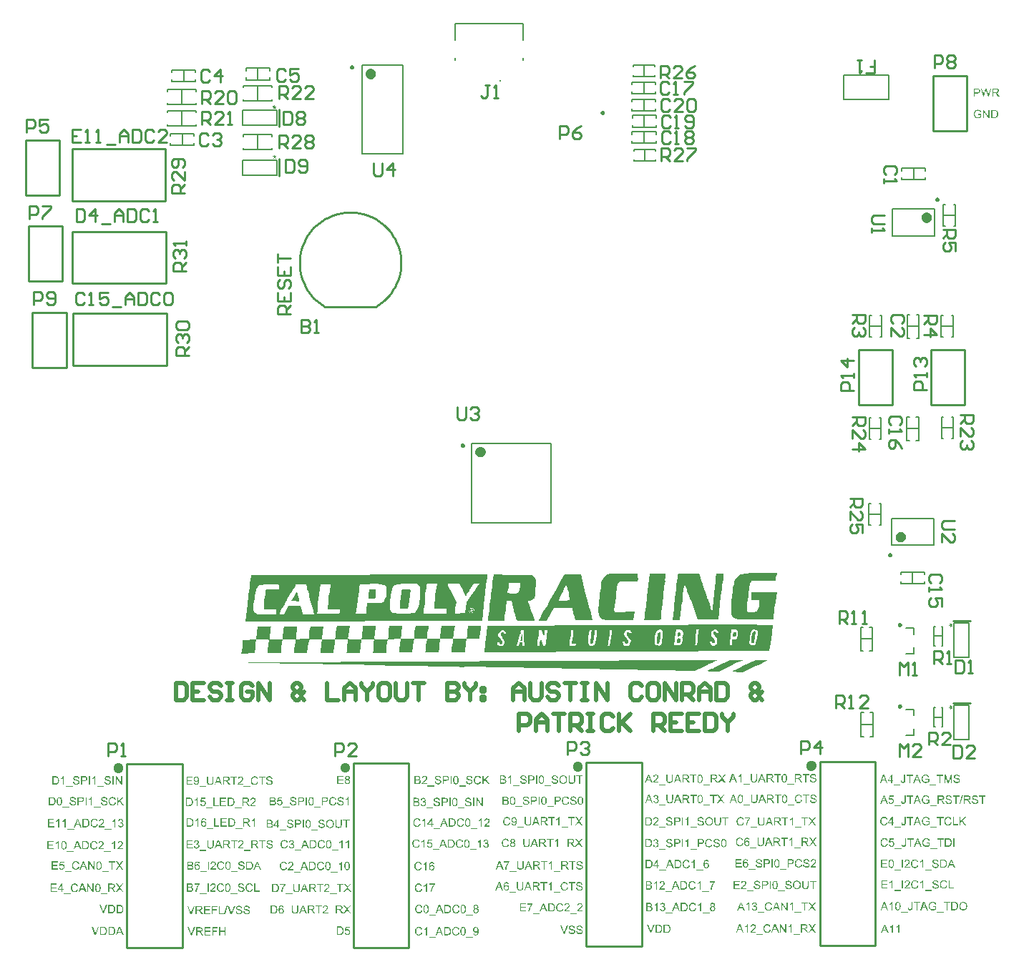
<source format=gto>
%FSTAX23Y23*%
%MOIN*%
%SFA1B1*%

%IPPOS*%
%ADD10C,0.009840*%
%ADD11C,0.023620*%
%ADD12C,0.039370*%
%ADD13C,0.003940*%
%ADD14C,0.010000*%
%ADD15C,0.007870*%
%ADD16C,0.005910*%
%ADD17C,0.020000*%
%LNdev_board_pcb-1*%
%LPD*%
G36*
X0351Y05348D02*
Y05347D01*
Y05347*
Y05347*
X0351Y05347*
X0351Y05346*
X03509Y05345*
X03509Y05344*
X03509Y05342*
X03509Y05341*
X03509*
X03509Y05341*
X03509Y05341*
X0351Y05341*
X0351Y05342*
X03511Y05342*
X03512Y05342*
X03513Y05343*
X03514Y05343*
X03515Y05344*
X03516Y0534*
X03516*
X03516Y0534*
X03516Y0534*
X03516Y0534*
X03516Y0534*
X03515Y05339*
X03514Y05339*
X03513Y05339*
X03512Y05339*
X03511Y05339*
X0351Y05338*
X0351Y05338*
X0351Y05338*
X03511Y05338*
X03511Y05337*
X03512Y05337*
X03512Y05336*
X03513Y05335*
X03514Y05333*
X03511Y05331*
X03511Y05331*
X03511Y05332*
X03511Y05332*
X0351Y05333*
X0351Y05334*
X03509Y05334*
X03508Y05336*
X03508Y05337*
Y05337*
X03508Y05337*
X03508Y05336*
X03507Y05336*
X03507Y05336*
X03507Y05335*
X03506Y05334*
X03506Y05333*
X03505Y05332*
X03504Y05331*
X03501Y05333*
X03501Y05333*
X03501Y05334*
X03502Y05334*
X03502Y05334*
X03502Y05335*
X03503Y05335*
X03504Y05336*
X03504Y05337*
X03505Y05338*
X03505Y05338*
X03506Y05338*
X03506*
X03505Y05338*
X03505*
X03505Y05338*
X03505Y05339*
X03504Y05339*
X03504Y05339*
X03503Y05339*
X03502Y05339*
X03499Y0534*
X035Y05344*
X035*
X03501Y05344*
X03501Y05343*
X03501Y05343*
X03501Y05343*
X03502Y05343*
X03503Y05343*
X03504Y05342*
X03505Y05342*
X03506Y05341*
X03506Y05341*
Y05341*
Y05341*
X03506Y05341*
Y05342*
X03506Y05342*
X03506Y05343*
X03506Y05344*
X03506Y05345*
X03506Y05346*
X03506Y05347*
Y05347*
Y05348*
X0351*
Y05348*
G37*
G36*
X03509Y0558D02*
Y0558D01*
Y0558*
Y05579*
X03509Y05579*
X03509Y05578*
X03509Y05577*
X03509Y05576*
X03509Y05575*
X03509Y05573*
X03509*
X03509Y05573*
X03509Y05573*
X03509Y05573*
X0351Y05574*
X0351Y05574*
X03511Y05574*
X03512Y05575*
X03514Y05575*
X03515Y05576*
X03516Y05572*
X03516*
X03516Y05572*
X03516Y05572*
X03516Y05572*
X03515Y05572*
X03515Y05572*
X03514Y05571*
X03513Y05571*
X03512Y05571*
X03511Y05571*
X0351Y05571*
X0351Y05571*
X0351Y0557*
X0351Y0557*
X03511Y05569*
X03511Y05569*
X03512Y05568*
X03513Y05567*
X03514Y05566*
X03511Y05563*
X03511Y05564*
X03511Y05564*
X0351Y05564*
X0351Y05565*
X03509Y05566*
X03509Y05567*
X03508Y05568*
X03507Y05569*
Y05569*
X03507Y05569*
X03507Y05569*
X03507Y05568*
X03507Y05568*
X03506Y05567*
X03506Y05566*
X03505Y05565*
X03504Y05564*
X03504Y05563*
X03501Y05566*
X03501Y05566*
X03501Y05566*
X03501Y05566*
X03501Y05566*
X03502Y05567*
X03503Y05568*
X03503Y05569*
X03504Y05569*
X03505Y0557*
X03505Y0557*
X03505Y05571*
X03505*
X03505Y05571*
X03505*
X03505Y05571*
X03504Y05571*
X03504Y05571*
X03503Y05571*
X03502Y05571*
X03501Y05571*
X03499Y05572*
X035Y05576*
X035*
X035Y05576*
X035Y05576*
X03501Y05576*
X03501Y05575*
X03501Y05575*
X03502Y05575*
X03503Y05575*
X03504Y05574*
X03505Y05574*
X03506Y05573*
Y05573*
Y05573*
X03506Y05574*
Y05574*
X03506Y05574*
X03506Y05575*
X03506Y05576*
X03506Y05577*
X03506Y05578*
X03506Y05579*
Y05579*
Y0558*
X03509*
Y0558*
G37*
G36*
X06657Y02782D02*
X06657Y02782D01*
X06657Y02781*
X06657Y02781*
X06657Y02781*
X06657Y0278*
X06657Y0278*
X06657Y02779*
X06658Y02778*
X06658Y02776*
X06658Y02775*
X06658Y02775*
X06658Y02775*
X06659Y02776*
X06659Y02776*
X0666Y02777*
X06661Y02778*
X06662Y02779*
X06663Y0278*
X06665Y02777*
X06665Y02776*
X06665Y02776*
X06664Y02776*
X06664Y02776*
X06663Y02775*
X06662Y02774*
X06661Y02774*
X0666Y02773*
X0666*
X0666Y02773*
X0666Y02773*
X0666Y02773*
X06661Y02772*
X06662Y02772*
X06663Y02771*
X06664Y02771*
X06664Y0277*
X06665Y0277*
X06663Y02767*
X06663Y02767*
X06663Y02767*
X06663Y02767*
X06662Y02767*
X06662Y02768*
X06661Y02768*
X0666Y02769*
X06659Y0277*
X06659Y0277*
X06658Y02771*
X06658Y02771*
Y02771*
X06658Y02771*
Y02771*
X06658Y0277*
X06658Y0277*
X06658Y0277*
X06658Y02769*
X06657Y02768*
X06657Y02767*
X06657Y02764*
X06653Y02766*
Y02766*
X06653Y02766*
X06653Y02766*
X06653Y02766*
X06653Y02767*
X06653Y02767*
X06654Y02768*
X06654Y02769*
X06655Y0277*
X06655Y02771*
X06655Y02772*
X06655*
X06655*
X06655Y02772*
X06655*
X06654Y02772*
X06654Y02772*
X06653Y02771*
X06652Y02771*
X06651Y02771*
X0665Y02771*
X06649*
X06649*
Y02775*
X06649*
X06649*
X06649*
X06649*
X0665Y02775*
X06651Y02775*
X06652Y02775*
X06653Y02775*
X06654Y02775*
X06655Y02774*
Y02774*
X06655Y02774*
X06655Y02775*
X06655Y02775*
X06655Y02775*
X06655Y02776*
X06654Y02777*
X06654Y02778*
X06653Y02779*
X06653Y0278*
X06657Y02782*
Y02782*
G37*
G36*
Y03165D02*
X06657Y03165D01*
X06657Y03165*
X06657Y03164*
X06657Y03164*
X06657Y03164*
X06657Y03163*
X06657Y03162*
X06658Y03161*
X06658Y0316*
X06658Y03158*
X06658Y03158*
X06658Y03159*
X06659Y03159*
X06659Y0316*
X0666Y0316*
X06661Y03161*
X06662Y03162*
X06663Y03163*
X06665Y0316*
X06665Y0316*
X06665Y0316*
X06664Y03159*
X06664Y03159*
X06663Y03158*
X06662Y03158*
X06661Y03157*
X0666Y03156*
X0666*
X0666Y03156*
X0666Y03156*
X0666Y03156*
X06661Y03156*
X06662Y03155*
X06663Y03155*
X06664Y03154*
X06664Y03153*
X06665Y03153*
X06663Y0315*
X06663Y0315*
X06663Y0315*
X06663Y0315*
X06662Y0315*
X06662Y03151*
X06661Y03151*
X0666Y03152*
X06659Y03153*
X06659Y03154*
X06658Y03154*
X06658Y03154*
Y03154*
X06658Y03154*
Y03154*
X06658Y03154*
X06658Y03153*
X06658Y03153*
X06658Y03152*
X06657Y03151*
X06657Y0315*
X06657Y03148*
X06653Y03149*
Y03149*
X06653Y03149*
X06653Y03149*
X06653Y0315*
X06653Y0315*
X06653Y0315*
X06654Y03151*
X06654Y03152*
X06655Y03153*
X06655Y03154*
X06655Y03155*
X06655*
X06655*
X06655Y03155*
X06655*
X06654Y03155*
X06654Y03155*
X06653Y03155*
X06652Y03155*
X06651Y03154*
X0665Y03154*
X06649*
X06649*
Y03158*
X06649*
X06649*
X06649*
X06649*
X0665Y03158*
X06651Y03158*
X06652Y03158*
X06653Y03158*
X06654Y03158*
X06655Y03158*
Y03158*
X06655Y03158*
X06655Y03158*
X06655Y03158*
X06655Y03159*
X06655Y03159*
X06654Y0316*
X06654Y03161*
X06653Y03162*
X06653Y03164*
X06657Y03165*
Y03165*
G37*
G36*
X05597Y03396D02*
X05599Y03395D01*
X05599Y03393*
X05599Y03389*
X05597Y0338*
X05597Y03378*
X05597Y0337*
X05595Y03357*
X05593Y03341*
X05593Y03339*
X05593Y03337*
X05591Y03324*
X0559Y03307*
X05586Y03289*
X05574Y03185*
X05477Y03185*
X05447Y03272*
X05447Y03273*
X05445Y03275*
X05442Y03285*
X05436Y03299*
X0543Y03314*
X0543Y03316*
X05429Y03318*
X05427Y03325*
X05423Y03336*
X05419Y03346*
X05419Y03347*
X05417Y03353*
X05415Y03357*
X05415Y03353*
X05414Y03346*
X05414Y03336*
X05412Y0332*
X0541Y03299*
X05408Y03286*
X05407Y03271*
X05407Y03268*
X05405Y03258*
X05403Y03246*
X05401Y03229*
X05399Y03214*
X05398Y03199*
X05396Y0319*
X05394Y03186*
Y03184*
X05394Y03181*
X05362Y03181*
X05362Y03184*
Y03186*
X05362Y0319*
X05364Y03197*
X05364Y0321*
X05368Y03229*
X05368Y0324*
X0537Y03255*
X05371Y03269*
X05373Y03288*
X05373Y0329*
Y03292*
X05375Y03297*
X05375Y03305*
X05377Y03321*
X0538Y03342*
X05382Y0336*
X05384Y03377*
X05384Y03384*
X05386Y0339*
X05386Y03392*
Y03394*
X05387Y03397*
X05486Y03398*
X05491Y03381*
X05491Y03379*
X05493Y03374*
X05495Y03366*
X05495Y03364*
X05499Y03359*
X05501Y03348*
X05506Y03335*
X05508Y03331*
X0551Y03322*
X05516Y03311*
X05519Y03298*
X05521Y03294*
X05523Y03285*
X05529Y03274*
X05533Y03261*
X05534Y03259*
X05536Y03252*
X05538Y03242*
X0554Y03233*
X0554Y03231*
X05542Y03229*
X05544Y03226*
X05546Y03224*
X05546Y03226*
X05547Y03228*
X05547Y03235*
X05549Y03244*
X05551Y03259*
X05553Y03281*
X05555Y03294*
X05556Y03309*
X05556Y03311*
Y03313*
X05558Y03322*
X0556Y03337*
X05562Y03352*
X05562Y03368*
X05563Y03381*
X05565Y03393*
X05565Y03394*
X05565Y03396*
X05567Y03398*
X05591Y03398*
X05597Y03396*
G37*
G36*
X05847Y03396D02*
X05847Y03394D01*
X05845Y03388*
X05843Y03379*
X05841Y03364*
X0573Y03364*
X05728Y0336*
X05725Y03358*
X05721Y03352*
X05721Y03351*
X05721Y03349*
X05721Y03343*
X05719Y03336*
X05717Y03325*
X05716Y0331*
X05714Y03289*
X05714Y03288*
X05712Y0328*
X05712Y03271*
X0571Y0326*
X05708Y03249*
X05709Y03239*
X05707Y03232*
X05707Y03228*
X05707Y03226*
X05709Y03225*
X05712Y03221*
X05714Y03217*
X0574Y03217*
X05747Y03219*
X05751Y03221*
X05753Y03221*
X05755Y03223*
X05759Y03229*
X0576Y0323*
X05762Y03238*
X05764Y03245*
X05764Y03253*
X05766Y03264*
X05766Y03275*
X05727Y03275*
X05727Y03278*
X05727Y0328*
X05727Y03286*
X05729Y03295*
X0573Y0331*
X05838Y0331*
X05845Y03309*
X05847Y03309*
X05847Y03305*
X05845Y03301*
X05845Y03294*
X05844Y03283*
X05842Y03268*
X05838Y03247*
Y03246*
X05836Y03238*
X05836Y03229*
X05835Y03216*
X05833Y03205*
X05833Y03196*
X05831Y03188*
X05831Y03184*
X0582Y03184*
X05811Y03182*
X05705Y03182*
X0569Y03184*
X05664Y03184*
X05659Y03186*
X05655Y03187*
X05648Y03191*
X0564Y032*
X05636Y03206*
X05635Y03215*
X05635Y03217*
X05635Y03221*
X05634Y03228*
X05634Y03237*
X05634Y0325*
X05636Y03267*
X05638Y03289*
X05638Y03291*
X0564Y03298*
X05642Y03308*
X05643Y03319*
X05643Y0333*
X05645Y03341*
X05647Y03348*
X05647Y03352*
Y03354*
X05649Y03356*
X05652Y03367*
X0566Y03378*
X05671Y03389*
X05673Y03391*
X05676Y03393*
X0568Y03395*
X05687Y03395*
X05691Y03397*
X05706Y03397*
X05721Y03399*
X05847Y03399*
X05847Y03396*
G37*
G36*
X0533Y03393D02*
X0533Y03392D01*
X0533Y03388*
X05328Y0338*
X05326Y03367*
X05327Y0336*
X05325Y03349*
X05323Y03336*
X05321Y03323*
X05319Y03306*
X05318Y03288*
X05318Y03286*
X05318Y03284*
X05316Y03271*
X05314Y03254*
X05312Y03236*
X0531Y03217*
X05309Y03199*
X05307Y03188*
X05307Y03184*
X05307Y03182*
X05303Y03182*
X05298Y0318*
X05229Y0318*
X05229Y03184*
Y03186*
X05231Y03191*
X05231Y03198*
X05233Y03211*
X05236Y0323*
X05238Y03243*
X0524Y03256*
X05242Y03273*
X05243Y03291*
X05256Y03397*
X0533Y03397*
X0533Y03393*
G37*
G36*
X052Y03393D02*
X052Y03391D01*
X052Y03384*
X05201Y03374*
X05199Y03361*
X05127Y03361*
X05119Y03359*
X05114Y03359*
X05112Y03357*
X0511Y03355*
X05108Y03354*
X05106Y0335*
X05106Y03346*
X05104Y03342*
X05103Y03335*
X05103Y03324*
X05099Y03307*
X05097Y03287*
X05088Y03226*
X05092Y03222*
X05092Y0322*
X05094Y03218*
X05185Y03219*
X05185Y03215*
Y03213*
X05183Y03208*
X05181Y03198*
X05179Y0318*
X05077Y03179*
X05064Y03181*
X05051Y03181*
X0504Y03183*
X05035Y03185*
X05033Y03187*
X05027Y0319*
X05025Y03192*
X05022Y03198*
X05018Y03207*
X05014Y0322*
X05014Y03222*
X05014Y03225*
X05016Y03231*
X05016Y03238*
X05018Y03249*
X0502Y03266*
X05021Y03285*
X05021Y03288*
X05023Y03296*
X05023Y03305*
X05025Y03318*
X05027Y03331*
X05028Y03342*
X0503Y03351*
X0503Y03357*
X0503Y03359*
X05032Y03362*
X05039Y03374*
X0505Y03387*
X0506Y03392*
X05069Y03396*
X052Y03396*
X052Y03393*
G37*
G36*
X04956Y03303D02*
X04958Y03299D01*
X0496Y0329*
X04966Y03273*
X0497Y03255*
X0497Y03253*
X04971Y03251*
X04973Y0324*
X04977Y03227*
X04981Y03214*
X04981Y03212*
X04983Y03207*
X04985Y03201*
X04985Y03197*
X04988Y03179*
X04909Y03179*
X04901Y03206*
Y03208*
X04899Y0321*
X04898Y03221*
X04896Y0323*
X04894Y03232*
X04894Y03234*
X04894Y03236*
X04807Y03236*
X04792Y03206*
X04774Y03178*
X04738Y03178*
X0474Y03182*
X04744Y03191*
X04748Y03198*
X04753Y03206*
X04759Y03219*
X04768Y03232*
X04777Y03248*
X04788Y03269*
X04801Y03293*
X04817Y03321*
X04836Y03352*
X04856Y03389*
X04858Y03395*
X04934Y03395*
X04956Y03303*
G37*
G36*
X04613Y0339D02*
X04706Y03391D01*
X04708Y03389*
X04713Y03387*
X04719Y03381*
X04723Y03376*
X04723Y03374*
X04725Y0337*
X04725Y03367*
X04725Y03359*
X04725Y03352*
X04725Y03341*
X04723Y03326*
X04723Y03324*
X04723Y0332*
X04721Y03307*
X04721Y03294*
X04719Y03289*
X04719Y03285*
X04718Y03283*
X04714Y0328*
X04705Y03274*
X04694Y0327*
X04688Y0327*
X04688Y03268*
X0469Y03265*
X04692Y03259*
X04694Y0325*
X04697Y03239*
X04703Y03224*
X04703Y03222*
X04705Y03217*
X04709Y03209*
X04712Y03202*
X04714Y03193*
X04718Y03185*
X0472Y0318*
X0472Y03178*
X04637Y03177*
X04635Y03183*
Y03185*
X04633Y03188*
X04633Y0319*
X04631Y03194*
X04629Y032*
X04627Y03207*
Y03209*
X04625Y03214*
X04623Y03222*
X04623Y03227*
X04612Y0327*
X0459Y0327*
X04588Y03268*
X04588Y03266*
X04588Y03262*
X04588Y03257*
X04586Y03249*
X04586Y03238*
X04585Y03223*
X04585Y03222*
X04583Y03216*
X04581Y03209*
X04579Y03201*
X04579Y03199*
X04579Y03196*
X04577Y03183*
X04577Y03181*
X04577Y03179*
Y03177*
X04501Y03177*
X04501Y0318*
Y03182*
X04501Y03186*
X04503Y03193*
X04505Y03206*
X04507Y03225*
X04509Y03236*
X0451Y03251*
X04512Y03266*
X04514Y03284*
X04514Y03286*
X04514Y03288*
X04516Y03301*
X04517Y03318*
X04521Y03336*
X04523Y03357*
X04525Y03373*
X04526Y03384*
X04528Y03388*
X04528Y0339*
X04528Y03394*
X04613Y0339*
G37*
G36*
X04499Y0339D02*
X04499Y03388D01*
X04499Y03384*
X04497Y03375*
X04495Y03362*
X04493Y03343*
X04491Y03332*
X0449Y03317*
X04488Y03301*
X04486Y03282*
X04474Y03177*
X03372Y03172*
X03372Y03176*
X03372Y03177*
X03372Y03183*
X03374Y0319*
X03375Y03203*
X03377Y03222*
X03379Y03233*
X03381Y03246*
X03383Y03263*
X03384Y03279*
X03384Y03281*
X03384Y03283*
X03386Y03289*
X03386Y03296*
X03388Y03313*
X03391Y03333*
X03393Y03352*
X03395Y03368*
X03395Y03376*
X03397Y03381*
X03397Y03383*
X03397Y03385*
X03397Y03389*
X045Y03393*
X04499Y0339*
G37*
G36*
X04102Y03151D02*
X04102Y03147D01*
X04102Y03144*
X04102Y0314*
X041Y03132*
X041Y03123*
X041Y03121*
X041Y03119*
X04098Y03108*
X04096Y03099*
X04096Y03095*
X04094Y03094*
X04094Y03092*
X04035Y03091*
X04035Y0309*
X04035Y03086*
X04033Y03077*
X04032Y03069*
X0403Y0306*
Y03058*
X0403Y03056*
X0403Y03047*
X04028Y03038*
X04028Y0303*
X04028Y03028*
X03965Y03028*
X03965Y03034*
X03967Y03037*
X03967Y03043*
X03967Y0305*
X03969Y0306*
X03969Y03062*
X03969Y03065*
X0397Y03076*
X03972Y03086*
X03972Y03089*
X03972Y03091*
X03913Y03091*
Y03089*
X03913Y03085*
X03911Y03082*
X03911Y03076*
X03909Y03067*
X03907Y03058*
X03906Y03028*
X03843Y03028*
X03843Y03031*
X03845Y03035*
X03845Y03041*
X03845Y03048*
X03846Y03057*
X03846Y03059*
X03846Y03063*
X03848Y03072*
X0385Y03083*
X0385Y03087*
X0385Y03089*
X03846Y03091*
X03789Y0309*
X03789Y03087*
X03789Y03083*
X03789Y03079*
X03787Y03074*
X03787Y03066*
X03785Y03057*
X03782Y03027*
X03721Y03027*
X03721Y03029*
X03721Y03031*
X03722Y03036*
X03722Y03044*
X03724Y03053*
X03726Y03073*
X03728Y03083*
X03728Y0309*
X03789Y0309*
X03789Y03092*
X03789Y03096*
X03791Y031*
X03791Y03105*
X03791Y03113*
X03792Y03122*
X03798Y03152*
X03857Y03152*
X03857Y0315*
Y03148*
X03855Y03142*
X03855Y03133*
X03854Y03124*
X03852Y03113*
X03852Y03104*
X0385Y03096*
X0385Y03092*
X03854Y03092*
X03857Y03091*
X03913Y03091*
X03913Y03093*
X03913Y03095*
X03915Y031*
X03915Y03108*
X03916Y03117*
X03918Y03137*
X0392Y03145*
X0392Y03152*
X03979Y03152*
X03979Y0315*
X03979Y03149*
X03977Y03143*
X03978Y03137*
X03976Y03128*
X03974Y0311*
X03972Y031*
X03972Y03093*
X03976Y03093*
X0398Y03091*
X04035Y03091*
X04035Y03097*
X04037Y03101*
X04037Y03106*
X04037Y03114*
X04039Y03123*
X04039Y03125*
X04039Y03128*
X0404Y03138*
X04042Y03149*
X04042Y03151*
Y03153*
X04102Y03153*
X04102Y03151*
G37*
G36*
X03733Y03149D02*
X03735Y03149D01*
X03735Y03146*
X03735Y03142*
X03733Y03136*
X03733Y03129*
X03731Y0312*
X03731Y03118*
X03731Y03116*
X0373Y03105*
X03728Y03096*
X03728Y03092*
X03728Y0309*
X03672Y0309*
X03668Y03088*
X03667Y03088*
X03667Y03084*
X03667Y03079*
X03665Y03073*
X03665Y03066*
X03663Y03056*
X03663Y03055*
X03663Y03053*
X03661Y03042*
X03659Y03032*
X03659Y03029*
X03659Y03027*
X03598Y03027*
X03598Y03032*
X036Y03036*
X036Y03041*
X036Y03049*
X03602Y03058*
Y0306*
X03602Y03064*
X03604Y03075*
X03606Y03084*
X03606Y03088*
X03606Y0309*
X03544Y03089*
X03544Y03086*
X03543Y03082*
X03543Y03076*
X03541Y03069*
X03539Y03058*
X03537Y03026*
X03474Y03026*
X03474Y0303*
X03476Y03033*
X03476Y03039*
X03476Y03046*
X03478Y03056*
X03478Y03058*
X03478Y03061*
X0348Y0307*
X03481Y03082*
X03481Y03085*
X03481Y03087*
X03478Y03089*
X03422Y03089*
X03422Y03085*
X0342Y03078*
X03419Y03067*
X03417Y03055*
X03415Y03026*
X03352Y03025*
X03352Y03029*
X03354Y03033*
X03354Y03035*
X03356Y03037*
X03356Y03046*
X03356Y03048*
X03358Y03051*
X03357Y03061*
X03359Y03088*
X03422Y03089*
Y03091*
X03422Y03094*
X03422Y03098*
X03422Y03104*
X03424Y03111*
X03424Y0312*
X03429Y0315*
X03492Y0315*
X03489Y03148*
X03489Y03146*
X03489Y03141*
X03487Y03133*
X03487Y03126*
X03485Y03106*
X03485Y03098*
X03485Y03091*
X03489Y03091*
X03493Y03089*
X03544Y03089*
X03544Y03095*
X03546Y03099*
X03546Y03104*
X03546Y03112*
X03548Y03121*
X03548Y03123*
X03548Y03126*
X0355Y03136*
X03552Y03147*
X03552Y03149*
X03552Y0315*
X03614Y03151*
X03613Y03149*
X03613Y03145*
X03613Y03141*
X03611Y03136*
X03611Y03128*
X03609Y03119*
X03607Y0309*
X03637Y03092*
X03667Y03092*
X0367Y03121*
X0367Y03123*
X0367Y03127*
X03672Y03136*
X03674Y03147*
X03674Y03149*
X03674Y03151*
X03729Y03151*
X03733Y03149*
G37*
G36*
X05766Y03158D02*
X05827Y03158D01*
X05827Y03157*
X05827Y03153*
X05827Y03144*
X05826Y03133*
X05824Y03116*
X05822Y03096*
X05819Y0307*
X05813Y03038*
X05813Y03036*
X04485Y0303*
X04485Y03032*
Y03034*
X04485Y03038*
X04485Y03045*
X04487Y03056*
X04489Y03073*
X04491Y03093*
X04494Y03121*
X045Y03153*
Y03155*
X05746Y0316*
X05766Y03158*
G37*
G36*
X0447Y03153D02*
X0447Y03149D01*
X0447Y03147*
X04468Y03138*
X04468Y03136*
Y03134*
X04466Y03123*
X04463Y03093*
X04402Y03093*
X04402Y03089*
X04402Y03086*
X044Y0308*
X044Y03073*
X04398Y03062*
X04398Y0306*
X04398Y03058*
X04396Y03047*
X04395Y03036*
X04395Y03032*
Y0303*
X04332Y0303*
Y03032*
X04332Y03035*
X04333Y03039*
X04333Y03045*
X04333Y03052*
X04335Y03061*
X04335Y03063*
X04335Y03065*
X04337Y03076*
X04339Y03087*
X04339Y03091*
Y03093*
X044Y03093*
X04402Y03095*
X04402Y03099*
X04404Y03102*
X04404Y03108*
X04404Y03115*
X04405Y03125*
X04409Y03154*
X0447Y03154*
Y03153*
G37*
G36*
X04348Y0315D02*
X04346Y03146D01*
X04346Y03141*
X04344Y03134*
X04342Y03124*
X04342Y03122*
X04342Y03121*
X04341Y03109*
X04339Y03098*
X04339Y03095*
X04339Y03093*
X0428Y03092*
X04274Y03061*
X04274Y03059*
X04274Y03057*
X04274Y03046*
X04272Y03035*
X04272Y03031*
X04272Y0303*
X04209Y03029*
X04209Y03031*
X04209Y03035*
X04211Y03038*
X04211Y03044*
X04211Y03051*
X04213Y03061*
X04213Y03063*
Y03064*
X04215Y03076*
X04217Y03087*
X04217Y0309*
X04217Y03092*
X04278Y03092*
X0428Y03094*
X0428Y03096*
X0428Y031*
X04279Y03109*
X04281Y03124*
Y03126*
X04281Y03128*
X04283Y03139*
X04285Y03148*
X04285Y03152*
X04285Y03154*
X04348Y03154*
X04348Y0315*
G37*
G36*
X04224Y0315D02*
X04224Y03146D01*
X04224Y0314*
X04222Y03131*
X0422Y03122*
X04218Y03109*
X04217Y03094*
X04217Y03092*
X04157Y03092*
X04152Y0306*
X04152Y03059*
X04152Y03057*
X04152Y03046*
X0415Y03036*
X0415Y03033*
X0415Y03031*
X0415Y03029*
X04087Y03029*
X04087Y03031*
X04087Y03034*
X04087Y03038*
X04089Y03044*
X04089Y03051*
X04091Y0306*
X04093Y03073*
X04094Y03088*
X04094Y03092*
X04157Y03092*
X04159Y03122*
Y03123*
X04159Y03127*
X04161Y03136*
X04163Y03148*
X04164Y03149*
X04164Y03151*
X04164Y03153*
X04224Y03153*
X04224Y0315*
G37*
G36*
X05465Y02992D02*
X05567Y02993D01*
X05565Y02991*
X05561Y02989*
X05554Y02987*
X05545Y02981*
X05532Y02976*
X05515Y02966*
X05464Y02942*
X04406Y02962*
X0438Y02961*
X0436Y02963*
X04308Y02963*
X04276Y02965*
X04241Y02965*
X04202Y02966*
X04162Y02966*
X04117Y02968*
X04071Y02968*
X03976Y02971*
X03878Y02972*
X03778Y02974*
X03684Y02977*
X03637Y02977*
X03593Y02978*
X03552Y02978*
X03513Y0298*
X03478Y0298*
X03447Y02981*
X03395Y02981*
X03374Y02983*
X03463Y02983*
X03487Y02985*
X05432Y02994*
X05465Y02992*
G37*
G36*
X05686Y02993D02*
X05687Y02993D01*
X05684Y02991*
X0568Y02989*
X05674Y02987*
X05663Y02982*
X0565Y02976*
X05632Y02967*
X05578Y02939*
X05545Y02939*
X05536Y02941*
X05525Y02942*
X05521Y02942*
X05523Y02944*
X05526Y02946*
X05536Y0295*
X05538Y02952*
X05547Y02955*
X05558Y02961*
X05573Y02967*
X05628Y02995*
X05684Y02995*
X05686Y02993*
G37*
G36*
X05806Y02994D02*
X05808Y02994D01*
X05804Y02992*
X058Y0299*
X05793Y02986*
X05784Y02982*
X05769Y02975*
X0575Y02966*
X05689Y02938*
X05664Y02937*
X05654Y02939*
X05636Y02939*
X05639Y02941*
X05643Y02943*
X05649Y02947*
X05658Y0295*
X05671Y02958*
X05689Y02967*
X05748Y02995*
X05804Y02995*
X05806Y02994*
G37*
G36*
X06785Y05559D02*
X06785D01*
X06786Y05558*
X06787Y05558*
X06789Y05558*
X0679Y05558*
X06791Y05557*
X06791*
X06791Y05557*
X06792Y05557*
X06792Y05557*
X06792Y05557*
X06793Y05556*
X06794Y05556*
X06795Y05555*
X06796Y05554*
X06797Y05553*
X06797Y05553*
X06797Y05553*
X06797Y05552*
X06798Y05552*
X06798Y05551*
X06799Y0555*
X06799Y05549*
X06799Y05547*
X06795Y05546*
Y05546*
X06795Y05546*
X06795Y05546*
X06795Y05546*
X06795Y05547*
X06794Y05548*
X06794Y05548*
X06794Y05549*
X06793Y0555*
X06793Y05551*
X06793Y05551*
X06792Y05551*
X06792Y05551*
X06792Y05551*
X06791Y05552*
X06791Y05552*
X0679Y05553*
X06789Y05553*
X06789Y05553*
X06789Y05553*
X06788Y05554*
X06787Y05554*
X06787Y05554*
X06786Y05554*
X06785Y05554*
X06784Y05554*
X06783*
X06783Y05554*
X06783*
X06782Y05554*
X06781Y05554*
X0678Y05554*
X06779Y05554*
X06778Y05553*
X06778Y05553*
X06777Y05553*
X06777Y05553*
X06776Y05552*
X06776Y05552*
X06775Y05552*
X06774Y05551*
X06774Y0555*
X06774Y0555*
X06773Y0555*
X06773Y0555*
X06773Y05549*
X06772Y05549*
X06772Y05548*
X06772Y05547*
X06771Y05547*
Y05546*
X06771Y05546*
X06771Y05546*
X06771Y05546*
X06771Y05546*
X06771Y05545*
X06771Y05545*
X0677Y05544*
X0677Y05543*
X0677Y05542*
X0677Y0554*
X0677Y05539*
Y05539*
Y05539*
Y05538*
X0677Y05538*
Y05538*
X0677Y05537*
X0677Y05536*
X0677Y05536*
X0677Y05534*
X0677Y05533*
X06771Y05532*
X06771Y0553*
Y0553*
X06772Y0553*
X06772Y0553*
X06772Y0553*
X06772Y05529*
X06773Y05528*
X06773Y05527*
X06774Y05527*
X06775Y05526*
X06777Y05525*
X06777*
X06777Y05525*
X06777Y05525*
X06777Y05525*
X06777Y05525*
X06778Y05525*
X06779Y05524*
X0678Y05524*
X06781Y05524*
X06782Y05523*
X06784Y05523*
X06784*
X06785Y05523*
X06785*
X06786Y05524*
X06787Y05524*
X06788Y05524*
X06789Y05524*
X0679Y05525*
X0679*
X0679Y05525*
X06791Y05525*
X06791Y05525*
X06791Y05525*
X06792Y05525*
X06793Y05526*
X06794Y05526*
X06794Y05527*
X06795Y05527*
Y05535*
X06784*
Y05539*
X068*
Y05525*
X068Y05525*
X068Y05525*
X068Y05525*
X06799Y05524*
X06799Y05524*
X06799Y05524*
X06798Y05524*
X06798Y05523*
X06797Y05522*
X06795Y05522*
X06794Y05521*
X06792Y0552*
X06792*
X06792Y0552*
X06792Y0552*
X06792Y0552*
X06791Y0552*
X06791Y0552*
X0679Y0552*
X0679Y0552*
X06789Y05519*
X06787Y05519*
X06786Y05519*
X06784Y05519*
X06784*
X06783Y05519*
X06783*
X06782Y05519*
X06781Y05519*
X06781Y05519*
X06779Y05519*
X06777Y0552*
X06776Y0552*
X06775Y05521*
X06774Y05521*
X06774Y05521*
X06774Y05521*
X06773Y05522*
X06773Y05522*
X06773Y05522*
X06772Y05522*
X06771Y05523*
X0677Y05524*
X06769Y05525*
X06768Y05527*
X06767Y05528*
Y05528*
X06767Y05528*
X06767Y05529*
X06766Y05529*
X06766Y05529*
X06766Y0553*
X06766Y05531*
X06766Y05531*
X06765Y05532*
X06765Y05533*
X06765Y05534*
X06765Y05534*
X06765Y05536*
X06765Y05538*
Y05539*
Y05539*
Y05539*
X06765Y05539*
Y0554*
X06765Y05541*
X06765Y05541*
X06765Y05542*
X06765Y05543*
X06765Y05543*
X06766Y05545*
X06766Y05547*
X06767Y05549*
X06767Y05549*
X06767Y05549*
X06767Y05549*
X06767Y0555*
X06768Y0555*
X06768Y05551*
X06769Y05552*
X0677Y05553*
X06771Y05554*
X06772Y05555*
X06773Y05556*
X06774Y05556*
X06774Y05556*
X06774Y05556*
X06774Y05556*
X06774Y05557*
X06775Y05557*
X06775Y05557*
X06776Y05557*
X06776Y05557*
X06777Y05558*
X06778Y05558*
X06779Y05558*
X0678Y05558*
X06782Y05558*
X06783Y05559*
X06784*
X06785Y05559*
G37*
G36*
X06838Y0552D02*
X06832D01*
X06812Y0555*
Y0552*
X06808*
Y05558*
X06813*
X06833Y05528*
Y05558*
X06838*
Y0552*
G37*
G36*
X06862Y05558D02*
X06863Y05558D01*
X06864Y05558*
X06865Y05558*
X06866Y05557*
X06866*
X06867Y05557*
X06867*
X06867Y05557*
X06868Y05557*
X06868Y05557*
X06869Y05556*
X0687Y05556*
X06871Y05555*
X06872Y05555*
X06872Y05555*
X06872Y05554*
X06872Y05554*
X06872Y05554*
X06873Y05554*
X06874Y05553*
X06874Y05552*
X06875Y05551*
X06876Y05549*
X06877Y05548*
Y05548*
X06877Y05548*
X06877Y05548*
X06877Y05547*
X06877Y05547*
X06877Y05546*
X06877Y05546*
X06877Y05545*
X06877Y05545*
X06878Y05544*
X06878Y05542*
X06878Y05541*
X06878Y05539*
Y05539*
Y05539*
Y05538*
Y05538*
X06878Y05538*
Y05537*
X06878Y05536*
X06878Y05535*
X06878Y05534*
X06877Y05532*
X06877Y05531*
Y05531*
X06877Y05531*
X06877Y05531*
X06877Y05531*
X06877Y0553*
X06876Y05529*
X06876Y05528*
X06876Y05527*
X06875Y05526*
X06874Y05526*
X06874Y05525*
X06874Y05525*
X06874Y05525*
X06873Y05524*
X06873Y05524*
X06872Y05523*
X06872Y05523*
X06871Y05522*
X06871Y05522*
X06871Y05522*
X0687Y05522*
X0687Y05521*
X06869Y05521*
X06868Y05521*
X06867Y0552*
X06866Y0552*
X06866*
X06866Y0552*
X06866Y0552*
X06865Y0552*
X06865Y0552*
X06864Y0552*
X06863Y0552*
X06861Y0552*
X0686Y0552*
X06846*
Y05558*
X06861*
X06862Y05558*
G37*
G36*
X06836Y0562D02*
X06831D01*
X06823Y05649*
Y05649*
X06823Y05649*
X06823Y05649*
X06822Y05649*
X06822Y0565*
X06822Y05651*
X06822Y05651*
X06822Y05652*
X06822Y05653*
X06821Y05653*
X06821Y05653*
Y05653*
X06821Y05653*
X06821Y05653*
X06821Y05652*
X06821Y05652*
X06821Y05651*
X06821Y0565*
X0682Y05649*
X0682Y05649*
X06812Y0562*
X06807*
X06797Y05658*
X06802*
X06808Y05633*
Y05633*
X06808Y05633*
X06808Y05632*
X06808Y05632*
X06808Y05632*
X06808Y05631*
X06808Y05631*
X06808Y0563*
X06809Y05629*
X06809Y05628*
X06809Y05626*
X06809Y05625*
Y05625*
X06809Y05625*
X0681Y05625*
X0681Y05626*
X0681Y05626*
X0681Y05627*
X0681Y05628*
X06811Y05629*
X06811Y0563*
X06811Y0563*
X06811Y05631*
X06811Y05631*
X06811Y05632*
X06811Y05632*
X06818Y05658*
X06825*
X0683Y05638*
Y05638*
X0683Y05638*
X0683Y05638*
X0683Y05637*
X06831Y05637*
X06831Y05636*
X06831Y05635*
X06831Y05634*
X06831Y05633*
X06832Y05632*
X06832Y0563*
X06833Y05627*
X06833Y05625*
Y05625*
X06833Y05625*
Y05625*
X06833Y05625*
X06833Y05626*
X06833Y05626*
X06833Y05627*
X06834Y05627*
X06834Y05628*
X06834Y0563*
X06835Y05631*
X06835Y05633*
X06841Y05658*
X06846*
X06836Y0562*
G37*
G36*
X06869Y05658D02*
X0687D01*
X06871Y05658*
X06872Y05658*
X06874Y05657*
X06875Y05657*
X06875Y05657*
X06876Y05657*
X06876*
X06876Y05657*
X06876Y05657*
X06877Y05656*
X06877Y05656*
X06878Y05656*
X06879Y05655*
X06879Y05654*
X0688Y05653*
Y05653*
X0688Y05653*
X0688Y05653*
X06881Y05652*
X06881Y05651*
X06881Y05651*
X06881Y0565*
X06882Y05649*
X06882Y05647*
Y05647*
Y05647*
Y05647*
X06882Y05647*
Y05646*
X06882Y05646*
X06881Y05645*
X06881Y05644*
X06881Y05643*
X0688Y05642*
X0688Y05641*
X06879Y0564*
X06879Y0564*
X06879Y0564*
X06879Y0564*
X06879Y0564*
X06878Y0564*
X06878Y0564*
X06878Y05639*
X06877Y05639*
X06877Y05639*
X06876Y05638*
X06875Y05638*
X06875Y05638*
X06874Y05638*
X06873Y05637*
X06872Y05637*
X06871Y05637*
X06871Y05637*
X06871Y05637*
X06872Y05637*
X06872Y05636*
X06873Y05636*
X06874Y05635*
X06874Y05635*
X06874Y05635*
X06874Y05635*
X06875Y05634*
X06875Y05634*
X06876Y05633*
X06877Y05632*
X06877Y05631*
X06878Y0563*
X06885Y0562*
X06878*
X06873Y05627*
Y05628*
X06873Y05628*
X06873Y05628*
X06873Y05628*
X06873Y05629*
X06872Y05629*
X06872Y0563*
X06871Y05631*
X0687Y05632*
X0687Y05633*
X0687Y05633*
X0687Y05633*
X06869Y05633*
X06869Y05634*
X06868Y05635*
X06868Y05635*
X06867Y05635*
X06867Y05635*
X06867Y05635*
X06867Y05636*
X06866Y05636*
X06866Y05636*
X06866Y05636*
X06865Y05636*
X06865*
X06865Y05636*
X06864*
X06864Y05636*
X06864Y05636*
X06863*
X06863Y05637*
X06856*
Y0562*
X06851*
Y05658*
X06869*
X06869Y05658*
G37*
G36*
X06781D02*
X06782Y05658D01*
X06783Y05658*
X06784Y05658*
X06785Y05658*
X06785*
X06785Y05657*
X06786Y05657*
X06786Y05657*
X06787Y05657*
X06788Y05657*
X06789Y05656*
X0679Y05656*
X0679Y05656*
X0679Y05655*
X0679Y05655*
X06791Y05655*
X06791Y05654*
X06792Y05654*
X06792Y05653*
X06793Y05652*
X06793Y05652*
X06793Y05652*
X06793Y05651*
X06793Y0565*
X06793Y0565*
X06794Y05649*
X06794Y05648*
X06794Y05647*
Y05647*
Y05647*
Y05646*
X06794Y05646*
X06794Y05646*
X06794Y05645*
X06794Y05644*
X06793Y05644*
X06793Y05643*
X06793Y05642*
X06792Y05641*
X06792Y0564*
X06792Y0564*
X06791Y05639*
X06791Y05638*
X06791Y05638*
X0679Y05638*
X0679Y05638*
X0679Y05638*
X0679Y05638*
X06789Y05637*
X06789Y05637*
X06788Y05637*
X06787Y05636*
X06787Y05636*
X06786Y05636*
X06785Y05636*
X06783Y05635*
X06782Y05635*
X06781Y05635*
X06779Y05635*
X0677*
Y0562*
X06765*
Y05658*
X0678*
X06781Y05658*
G37*
G36*
X02675Y01712D02*
X0267D01*
X02655Y01751*
X02661*
X02671Y01723*
Y01723*
X02671Y01723*
X02671Y01723*
X02671Y01722*
X02671Y01722*
X02671Y01722*
X02671Y01721*
X02672Y0172*
X02672Y01719*
X02673Y01717*
Y01717*
X02673Y01717*
X02673Y01717*
X02673Y01717*
X02673Y01718*
X02673Y01719*
X02673Y0172*
X02674Y01721*
X02674Y01722*
X02675Y01723*
X02685Y01751*
X0269*
X02675Y01712*
G37*
G36*
X02804D02*
X02798D01*
X02794Y01724*
X02778*
X02773Y01712*
X02768*
X02783Y01751*
X02788*
X02804Y01712*
G37*
G36*
X02749Y01751D02*
X0275Y01751D01*
X02752Y01751*
X02753Y0175*
X02754Y0175*
X02754*
X02754Y0175*
X02754*
X02754Y0175*
X02755Y0175*
X02756Y0175*
X02756Y01749*
X02757Y01749*
X02758Y01748*
X02759Y01747*
X02759Y01747*
X02759Y01747*
X02759Y01747*
X0276Y01747*
X0276Y01746*
X02761Y01746*
X02762Y01745*
X02762Y01744*
X02763Y01742*
X02764Y01741*
Y01741*
X02764Y01741*
X02764Y01741*
X02764Y0174*
X02764Y0174*
X02764Y01739*
X02764Y01739*
X02765Y01738*
X02765Y01738*
X02765Y01737*
X02765Y01735*
X02765Y01734*
X02765Y01732*
Y01732*
Y01732*
Y01731*
Y01731*
X02765Y01731*
Y0173*
X02765Y01729*
X02765Y01728*
X02765Y01727*
X02765Y01725*
X02764Y01724*
Y01724*
X02764Y01724*
X02764Y01724*
X02764Y01723*
X02764Y01723*
X02764Y01722*
X02763Y01721*
X02763Y0172*
X02762Y01719*
X02762Y01718*
X02762Y01718*
X02761Y01718*
X02761Y01718*
X02761Y01717*
X0276Y01717*
X02759Y01716*
X02759Y01715*
X02758Y01715*
X02758Y01715*
X02758Y01715*
X02757Y01714*
X02757Y01714*
X02756Y01714*
X02755Y01714*
X02755Y01713*
X02754Y01713*
X02753*
X02753Y01713*
X02753Y01713*
X02753Y01713*
X02752Y01713*
X02751Y01713*
X0275Y01712*
X02749Y01712*
X02747Y01712*
X02734*
Y01751*
X02748*
X02749Y01751*
G37*
G36*
X02711D02*
X02712Y01751D01*
X02713Y01751*
X02714Y0175*
X02715Y0175*
X02715*
X02715Y0175*
X02715*
X02715Y0175*
X02716Y0175*
X02717Y0175*
X02718Y01749*
X02719Y01749*
X0272Y01748*
X0272Y01747*
X02721Y01747*
X02721Y01747*
X02721Y01747*
X02721Y01747*
X02722Y01746*
X02722Y01746*
X02723Y01745*
X02724Y01744*
X02724Y01742*
X02725Y01741*
Y01741*
X02725Y01741*
X02725Y01741*
X02725Y0174*
X02725Y0174*
X02726Y01739*
X02726Y01739*
X02726Y01738*
X02726Y01738*
X02726Y01737*
X02726Y01735*
X02727Y01734*
X02727Y01732*
Y01732*
Y01732*
Y01731*
Y01731*
X02727Y01731*
Y0173*
X02726Y01729*
X02726Y01728*
X02726Y01727*
X02726Y01725*
X02726Y01724*
Y01724*
X02725Y01724*
X02725Y01724*
X02725Y01723*
X02725Y01723*
X02725Y01722*
X02724Y01721*
X02724Y0172*
X02723Y01719*
X02723Y01718*
X02723Y01718*
X02723Y01718*
X02722Y01718*
X02722Y01717*
X02721Y01717*
X02721Y01716*
X0272Y01715*
X02719Y01715*
X02719Y01715*
X02719Y01715*
X02719Y01714*
X02718Y01714*
X02717Y01714*
X02717Y01714*
X02716Y01713*
X02715Y01713*
X02715*
X02715Y01713*
X02714Y01713*
X02714Y01713*
X02713Y01713*
X02712Y01713*
X02711Y01712*
X0271Y01712*
X02709Y01712*
X02695*
Y01751*
X0271*
X02711Y01751*
G37*
G36*
X02713Y01814D02*
X02708D01*
X02693Y01853*
X02699*
X02709Y01825*
Y01825*
X02709Y01824*
X02709Y01824*
X02709Y01824*
X02709Y01824*
X02709Y01823*
X02709Y01823*
X0271Y01822*
X0271Y01821*
X02711Y01818*
Y01818*
X02711Y01818*
X02711Y01819*
X02711Y01819*
X02711Y01819*
X02711Y0182*
X02712Y01821*
X02712Y01822*
X02712Y01823*
X02713Y01825*
X02723Y01853*
X02728*
X02713Y01814*
G37*
G36*
X02787Y01852D02*
X02789Y01852D01*
X0279Y01852*
X02791Y01852*
X02792Y01852*
X02792*
X02792Y01852*
X02792*
X02792Y01852*
X02793Y01852*
X02794Y01851*
X02795Y01851*
X02796Y0185*
X02796Y0185*
X02797Y01849*
X02797Y01849*
X02797Y01849*
X02798Y01849*
X02798Y01849*
X02798Y01848*
X02799Y01847*
X028Y01846*
X02801Y01845*
X02801Y01844*
X02802Y01843*
Y01843*
X02802Y01842*
X02802Y01842*
X02802Y01842*
X02802Y01842*
X02802Y01841*
X02803Y01841*
X02803Y0184*
X02803Y01839*
X02803Y01839*
X02803Y01837*
X02803Y01835*
X02803Y01833*
Y01833*
Y01833*
Y01833*
Y01833*
X02803Y01832*
Y01832*
X02803Y01831*
X02803Y0183*
X02803Y01828*
X02803Y01827*
X02802Y01826*
Y01826*
X02802Y01826*
X02802Y01825*
X02802Y01825*
X02802Y01825*
X02802Y01824*
X02801Y01823*
X02801Y01822*
X028Y01821*
X028Y0182*
X028Y0182*
X028Y0182*
X02799Y01819*
X02799Y01819*
X02798Y01818*
X02798Y01818*
X02797Y01817*
X02796Y01817*
X02796Y01817*
X02796Y01816*
X02796Y01816*
X02795Y01816*
X02794Y01816*
X02794Y01815*
X02793Y01815*
X02792Y01815*
X02792*
X02791Y01815*
X02791Y01815*
X02791Y01815*
X0279Y01814*
X02789Y01814*
X02788Y01814*
X02787Y01814*
X02786Y01814*
X02772*
Y01853*
X02786*
X02787Y01852*
G37*
G36*
X02749D02*
X0275Y01852D01*
X02751Y01852*
X02752Y01852*
X02753Y01852*
X02753*
X02753Y01852*
X02753*
X02754Y01852*
X02754Y01852*
X02755Y01851*
X02756Y01851*
X02757Y0185*
X02758Y0185*
X02759Y01849*
X02759Y01849*
X02759Y01849*
X02759Y01849*
X02759Y01849*
X0276Y01848*
X0276Y01847*
X02761Y01846*
X02762Y01845*
X02763Y01844*
X02763Y01843*
Y01843*
X02763Y01842*
X02763Y01842*
X02763Y01842*
X02764Y01842*
X02764Y01841*
X02764Y01841*
X02764Y0184*
X02764Y01839*
X02764Y01839*
X02764Y01837*
X02765Y01835*
X02765Y01833*
Y01833*
Y01833*
Y01833*
Y01833*
X02765Y01832*
Y01832*
X02765Y01831*
X02764Y0183*
X02764Y01828*
X02764Y01827*
X02764Y01826*
Y01826*
X02764Y01826*
X02764Y01825*
X02763Y01825*
X02763Y01825*
X02763Y01824*
X02763Y01823*
X02762Y01822*
X02762Y01821*
X02761Y0182*
X02761Y0182*
X02761Y0182*
X0276Y01819*
X0276Y01819*
X02759Y01818*
X02759Y01818*
X02758Y01817*
X02758Y01817*
X02757Y01817*
X02757Y01816*
X02757Y01816*
X02756Y01816*
X02756Y01816*
X02755Y01815*
X02754Y01815*
X02753Y01815*
X02753*
X02753Y01815*
X02753Y01815*
X02752Y01815*
X02751Y01814*
X0275Y01814*
X02749Y01814*
X02748Y01814*
X02747Y01814*
X02733*
Y01853*
X02748*
X02749Y01852*
G37*
G36*
X02578Y01952D02*
X02578Y01952D01*
X02579Y01952*
X0258Y01952*
X0258Y01952*
X02582Y01952*
X02583Y01951*
X02584Y01951*
X02585Y0195*
X02586Y0195*
X02587Y01949*
X02587Y01949*
X02587Y01949*
X02587Y01949*
X02587Y01949*
X02588Y01948*
X02588Y01948*
X02588Y01948*
X02589Y01947*
X02589Y01947*
X0259Y01946*
X0259Y01945*
X02591Y01945*
X02591Y01944*
X02591Y01943*
X02592Y01942*
X02592Y01941*
X02587Y0194*
Y0194*
X02587Y0194*
X02587Y0194*
X02587Y01941*
X02587Y01941*
X02587Y01941*
X02586Y01942*
X02586Y01943*
X02585Y01944*
X02584Y01945*
X02583Y01946*
X02583Y01946*
X02583Y01946*
X02582Y01947*
X02581Y01947*
X0258Y01947*
X02579Y01948*
X02578Y01948*
X02577Y01948*
X02576*
X02576Y01948*
X02576*
X02575Y01948*
X02574Y01948*
X02573Y01947*
X02572Y01947*
X02571Y01946*
X02569Y01946*
X02569*
X02569Y01946*
X02569Y01945*
X02568Y01945*
X02568Y01944*
X02567Y01943*
X02566Y01943*
X02566Y01941*
X02565Y0194*
Y0194*
X02565Y0194*
X02565Y0194*
X02565Y01939*
X02565Y01939*
X02565Y01939*
X02565Y01938*
X02564Y01937*
X02564Y01935*
X02564Y01934*
X02564Y01933*
Y01933*
Y01932*
Y01932*
Y01932*
X02564Y01931*
Y01931*
X02564Y0193*
X02564Y0193*
X02564Y01928*
X02565Y01927*
X02565Y01926*
X02565Y01924*
Y01924*
X02565Y01924*
X02566Y01924*
X02566Y01924*
X02566Y01923*
X02567Y01922*
X02567Y01921*
X02568Y0192*
X02569Y01919*
X0257Y01919*
X0257*
X0257Y01919*
X0257Y01918*
X0257Y01918*
X02571Y01918*
X02571Y01918*
X02572Y01918*
X02573Y01917*
X02574Y01917*
X02575Y01917*
X02576Y01917*
X02577*
X02577Y01917*
X02578*
X02578Y01917*
X02579Y01917*
X0258Y01917*
X02581Y01918*
X02582Y01919*
X02583Y01919*
X02584Y01919*
X02584Y01919*
X02584Y01919*
X02584Y0192*
X02584Y0192*
X02584Y0192*
X02585Y0192*
X02585Y01921*
X02585Y01921*
X02586Y01922*
X02586Y01922*
X02586Y01923*
X02587Y01923*
X02587Y01924*
X02587Y01925*
X02587Y01926*
X02588Y01927*
X02593Y01925*
Y01925*
X02593Y01925*
X02593Y01925*
X02592Y01924*
X02592Y01924*
X02592Y01923*
X02592Y01923*
X02591Y01922*
X02591Y0192*
X0259Y01919*
X02589Y01918*
X02588Y01917*
X02588Y01916*
X02587Y01916*
X02587Y01916*
X02587Y01916*
X02587Y01916*
X02586Y01915*
X02586Y01915*
X02585Y01915*
X02585Y01914*
X02584Y01914*
X02583Y01914*
X02583Y01914*
X02582Y01913*
X02581Y01913*
X0258Y01913*
X02579Y01913*
X02578Y01913*
X02577Y01913*
X02576*
X02576Y01913*
X02575*
X02575Y01913*
X02574Y01913*
X02573Y01913*
X02572Y01913*
X0257Y01914*
X02568Y01914*
X02568Y01915*
X02567Y01915*
X02567Y01915*
X02567Y01915*
X02566Y01915*
X02566Y01916*
X02566Y01916*
X02565Y01916*
X02565Y01916*
X02565Y01917*
X02564Y01917*
X02564Y01918*
X02563Y01919*
X02562Y01921*
X02561Y01922*
Y01922*
X02561Y01923*
X02561Y01923*
X0256Y01923*
X0256Y01924*
X0256Y01924*
X0256Y01925*
X0256Y01925*
X0256Y01926*
X02559Y01927*
X02559Y01929*
X02559Y01931*
X02559Y01933*
Y01933*
Y01933*
Y01933*
X02559Y01934*
Y01934*
X02559Y01935*
X02559Y01936*
X02559Y01936*
X02559Y01938*
X0256Y0194*
X0256Y01941*
X02561Y01943*
X02561Y01943*
X02561Y01943*
X02561Y01944*
X02562Y01944*
X02562Y01944*
X02562Y01945*
X02563Y01946*
X02564Y01947*
X02565Y01948*
X02566Y01949*
X02568Y0195*
X02568Y0195*
X02568Y0195*
X02568Y0195*
X02568Y0195*
X02569Y0195*
X02569Y01951*
X0257Y01951*
X0257Y01951*
X02571Y01951*
X02572Y01952*
X02573Y01952*
X02575Y01952*
X02577Y01952*
X02577*
X02578Y01952*
G37*
G36*
X02789Y01933D02*
X02803Y01913D01*
X02797*
X02787Y01927*
X02787Y01927*
X02787Y01927*
X02787Y01927*
X02787Y01928*
X02786Y01928*
X02786Y01929*
X02786Y01929*
X02786Y01929*
X02785Y01929*
X02785Y01928*
X02784Y01927*
X02784Y01927*
X02784Y01927*
X02774Y01913*
X02768*
X02783Y01933*
X0277Y01952*
X02776*
X02783Y01942*
Y01942*
X02783Y01942*
X02783Y01941*
X02783Y01941*
X02784Y01941*
X02784Y0194*
X02785Y01939*
X02785Y01938*
X02786Y01938*
X02786Y01937*
X02786Y01937*
X02786Y01937*
X02786Y01938*
X02787Y01938*
X02787Y01939*
X02788Y0194*
X02788Y01941*
X02789Y01941*
X02797Y01952*
X02802*
X02789Y01933*
G37*
G36*
X02665Y01913D02*
X0266D01*
X0264Y01943*
Y01913*
X02635*
Y01952*
X0264*
X0266Y01921*
Y01952*
X02665*
Y01913*
G37*
G36*
X02752Y01952D02*
X02752D01*
X02753Y01951*
X02754Y01951*
X02756Y01951*
X02757Y01951*
X02758Y01951*
X02758Y01951*
X02758*
X02758Y0195*
X02759Y0195*
X02759Y0195*
X0276Y0195*
X0276Y01949*
X02761Y01949*
X02762Y01948*
X02762Y01947*
Y01947*
X02762Y01947*
X02763Y01946*
X02763Y01946*
X02763Y01945*
X02764Y01944*
X02764Y01943*
X02764Y01942*
X02764Y01941*
Y01941*
Y01941*
Y01941*
X02764Y0194*
Y0194*
X02764Y0194*
X02764Y01939*
X02763Y01938*
X02763Y01936*
X02762Y01935*
X02762Y01935*
X02761Y01934*
X02761Y01934*
X02761Y01934*
X02761Y01934*
X02761Y01934*
X02761Y01934*
X0276Y01933*
X0276Y01933*
X02759Y01933*
X02759Y01932*
X02758Y01932*
X02758Y01932*
X02757Y01932*
X02756Y01931*
X02755Y01931*
X02754Y01931*
X02753Y01931*
X02753Y01931*
X02754Y01931*
X02754Y0193*
X02754Y0193*
X02755Y01929*
X02756Y01929*
X02756Y01929*
X02756Y01929*
X02757Y01928*
X02757Y01928*
X02758Y01927*
X02758Y01927*
X02759Y01926*
X0276Y01925*
X0276Y01924*
X02767Y01913*
X02761*
X02756Y01921*
Y01921*
X02756Y01921*
X02755Y01922*
X02755Y01922*
X02755Y01922*
X02754Y01923*
X02754Y01924*
X02753Y01925*
X02753Y01926*
X02752Y01926*
X02752Y01927*
X02752Y01927*
X02752Y01927*
X02751Y01927*
X0275Y01928*
X0275Y01929*
X02749Y01929*
X02749Y01929*
X02749Y01929*
X02749Y01929*
X02749Y01929*
X02748Y0193*
X02748Y0193*
X02747Y0193*
X02747*
X02747Y0193*
X02747*
X02746Y0193*
X02746Y0193*
X02746*
X02745Y0193*
X02738*
Y01913*
X02733*
Y01952*
X02751*
X02752Y01952*
G37*
G36*
X02631Y01913D02*
X02625D01*
X0262Y01925*
X02604*
X026Y01913*
X02595*
X02609Y01952*
X02615*
X02631Y01913*
G37*
G36*
X02518Y01927D02*
X02524D01*
Y01922*
X02518*
Y01913*
X02514*
Y01922*
X02497*
Y01927*
X02515Y01952*
X02518*
Y01927*
G37*
G36*
X02493Y01947D02*
X0247D01*
Y01935*
X02491*
Y01931*
X0247*
Y01918*
X02494*
Y01913*
X02465*
Y01952*
X02493*
Y01947*
G37*
G36*
X02685Y01952D02*
X02686Y01952D01*
X02687Y01951*
X02688Y01951*
X02689Y01951*
X0269Y0195*
X0269*
X0269Y0195*
X0269Y0195*
X0269Y0195*
X02691Y0195*
X02692Y01949*
X02692Y01948*
X02693Y01948*
X02693Y01947*
X02693Y01947*
X02694Y01946*
X02694Y01946*
X02694Y01945*
X02695Y01944*
X02695Y01944*
X02695Y01942*
X02696Y01941*
Y01941*
X02696Y01941*
X02696Y01941*
X02696Y01941*
X02696Y0194*
X02696Y0194*
X02696Y01939*
X02696Y01939*
X02696Y01938*
X02696Y01938*
X02696Y01937*
X02697Y01936*
X02697Y01935*
Y01934*
X02697Y01933*
Y01932*
Y01932*
Y01932*
Y01931*
Y01931*
X02697Y0193*
Y0193*
X02697Y01929*
X02697Y01928*
X02696Y01926*
X02696Y01925*
X02696Y01923*
X02696Y01922*
X02695Y01921*
Y01921*
X02695Y01921*
X02695Y01921*
X02695Y01921*
X02695Y0192*
X02695Y0192*
X02694Y01919*
X02694Y01918*
X02693Y01917*
X02692Y01916*
X02691Y01915*
X02691*
X02691Y01915*
X02691Y01915*
X02691Y01914*
X0269Y01914*
X0269Y01914*
X02689Y01914*
X02688Y01913*
X02687Y01913*
X02686Y01913*
X02684Y01913*
X02684*
X02683Y01913*
X02683Y01913*
X02682Y01913*
X02682Y01913*
X02681Y01913*
X0268Y01913*
X0268Y01913*
X02679Y01914*
X02678Y01914*
X02677Y01915*
X02677Y01915*
X02676Y01916*
X02675Y01916*
X02675Y01917*
X02675Y01917*
X02675Y01917*
X02675Y01917*
X02675Y01918*
X02674Y01919*
X02674Y01919*
X02674Y0192*
X02673Y01921*
X02673Y01922*
X02673Y01924*
X02672Y01925*
X02672Y01927*
X02672Y01928*
X02672Y0193*
X02672Y01932*
Y01932*
Y01932*
Y01933*
Y01933*
X02672Y01934*
Y01935*
X02672Y01935*
X02672Y01936*
X02672Y01938*
X02672Y0194*
X02673Y01941*
X02673Y01942*
X02673Y01943*
Y01943*
X02673Y01943*
X02673Y01944*
X02673Y01944*
X02673Y01944*
X02674Y01945*
X02674Y01945*
X02675Y01946*
X02675Y01948*
X02676Y01949*
X02677Y01949*
X02677*
X02677Y0195*
X02677Y0195*
X02678Y0195*
X02678Y0195*
X02678Y0195*
X02679Y01951*
X0268Y01951*
X02681Y01951*
X02683Y01952*
X02684Y01952*
X02685*
X02685Y01952*
G37*
G36*
X0273Y01903D02*
X02698D01*
Y01906*
X0273*
Y01903*
G37*
G36*
X02557D02*
X02525D01*
Y01906*
X02557*
Y01903*
G37*
G36*
X02583Y02057D02*
X02584Y02057D01*
X02584Y02056*
X02585Y02056*
X02586Y02056*
X02587Y02056*
X02589Y02055*
X0259Y02055*
X0259Y02055*
X02591Y02054*
X02592Y02054*
X02592Y02054*
X02592Y02054*
X02592Y02053*
X02593Y02053*
X02593Y02053*
X02593Y02052*
X02594Y02052*
X02594Y02052*
X02594Y02051*
X02595Y0205*
X02595Y0205*
X02596Y02049*
X02596Y02048*
X02597Y02047*
X02597Y02046*
X02597Y02045*
X02592Y02044*
Y02044*
X02592Y02044*
X02592Y02045*
X02592Y02045*
X02592Y02045*
X02592Y02046*
X02591Y02047*
X02591Y02048*
X0259Y02049*
X02589Y0205*
X02588Y0205*
X02588Y0205*
X02588Y02051*
X02587Y02051*
X02587Y02051*
X02586Y02052*
X02585Y02052*
X02583Y02052*
X02582Y02052*
X02582*
X02581Y02052*
X02581*
X02581Y02052*
X02579Y02052*
X02578Y02052*
X02577Y02051*
X02576Y02051*
X02575Y0205*
X02575*
X02575Y0205*
X02574Y0205*
X02574Y02049*
X02573Y02049*
X02572Y02048*
X02572Y02047*
X02571Y02046*
X0257Y02044*
Y02044*
X0257Y02044*
X0257Y02044*
X0257Y02044*
X0257Y02043*
X0257Y02043*
X0257Y02042*
X0257Y02041*
X02569Y0204*
X02569Y02038*
X02569Y02037*
Y02037*
Y02037*
Y02037*
Y02036*
X02569Y02036*
Y02035*
X02569Y02035*
X02569Y02034*
X0257Y02033*
X0257Y02031*
X0257Y0203*
X02571Y02029*
Y02028*
X02571Y02028*
X02571Y02028*
X02571Y02028*
X02571Y02027*
X02572Y02026*
X02572Y02026*
X02573Y02025*
X02574Y02024*
X02575Y02023*
X02575*
X02575Y02023*
X02575Y02023*
X02576Y02023*
X02576Y02023*
X02576Y02022*
X02577Y02022*
X02578Y02022*
X02579Y02022*
X0258Y02021*
X02582Y02021*
X02582*
X02582Y02021*
X02583*
X02583Y02021*
X02584Y02022*
X02585Y02022*
X02586Y02022*
X02588Y02023*
X02588Y02023*
X02589Y02024*
X02589Y02024*
X02589Y02024*
X02589Y02024*
X02589Y02024*
X0259Y02024*
X0259Y02025*
X0259Y02025*
X0259Y02026*
X02591Y02026*
X02591Y02027*
X02592Y02027*
X02592Y02028*
X02592Y02029*
X02592Y02029*
X02593Y0203*
X02593Y02031*
X02598Y0203*
Y0203*
X02598Y02029*
X02598Y02029*
X02598Y02029*
X02598Y02028*
X02597Y02028*
X02597Y02027*
X02597Y02026*
X02596Y02025*
X02595Y02023*
X02594Y02022*
X02594Y02022*
X02593Y02021*
X02592Y0202*
X02592Y0202*
X02592Y0202*
X02592Y0202*
X02592Y0202*
X02591Y02019*
X02591Y02019*
X0259Y02019*
X02589Y02019*
X02589Y02018*
X02588Y02018*
X02587Y02018*
X02586Y02017*
X02585Y02017*
X02584Y02017*
X02583Y02017*
X02582Y02017*
X02581*
X02581Y02017*
X02581*
X0258Y02017*
X02579Y02017*
X02579Y02017*
X02577Y02018*
X02575Y02018*
X02574Y02019*
X02573Y02019*
X02572Y02019*
X02572Y02019*
X02572Y0202*
X02572Y0202*
X02571Y0202*
X02571Y0202*
X02571Y0202*
X0257Y02021*
X0257Y02021*
X02569Y02022*
X02569Y02022*
X02568Y02024*
X02567Y02025*
X02566Y02027*
Y02027*
X02566Y02027*
X02566Y02027*
X02566Y02028*
X02566Y02028*
X02565Y02029*
X02565Y02029*
X02565Y0203*
X02565Y02031*
X02565Y02031*
X02564Y02033*
X02564Y02035*
X02564Y02037*
Y02037*
Y02037*
Y02038*
X02564Y02038*
Y02039*
X02564Y02039*
X02564Y0204*
X02564Y02041*
X02565Y02042*
X02565Y02044*
X02566Y02046*
X02566Y02047*
X02566Y02048*
X02566Y02048*
X02567Y02048*
X02567Y02048*
X02567Y02049*
X02567Y02049*
X02568Y0205*
X02569Y02051*
X0257Y02052*
X02571Y02053*
X02573Y02054*
X02573Y02054*
X02573Y02054*
X02573Y02055*
X02574Y02055*
X02574Y02055*
X02574Y02055*
X02575Y02055*
X02576Y02055*
X02576Y02056*
X02577Y02056*
X02579Y02056*
X0258Y02057*
X02582Y02057*
X02583*
X02583Y02057*
G37*
G36*
X02788Y02038D02*
X02803Y02018D01*
X02796*
X02787Y02031*
X02787Y02031*
X02786Y02031*
X02786Y02032*
X02786Y02032*
X02786Y02033*
X02785Y02034*
X02785Y02033*
X02785Y02033*
X02785Y02033*
X02784Y02032*
X02784Y02032*
X02783Y02031*
X02783Y02031*
X02774Y02018*
X02767*
X02782Y02037*
X02769Y02056*
X02775*
X02782Y02046*
Y02046*
X02782Y02046*
X02782Y02046*
X02783Y02046*
X02783Y02045*
X02783Y02044*
X02784Y02044*
X02784Y02043*
X02785Y02042*
X02785Y02041*
X02785Y02042*
X02785Y02042*
X02786Y02042*
X02786Y02043*
X02787Y02043*
X02787Y02044*
X02788Y02045*
X02788Y02046*
X02796Y02056*
X02802*
X02788Y02038*
G37*
G36*
X0267Y02018D02*
X02665D01*
X02645Y02048*
Y02018*
X0264*
Y02056*
X02645*
X02665Y02026*
Y02056*
X0267*
Y02018*
G37*
G36*
X02528Y02051D02*
X02512D01*
X0251Y02041*
X0251Y02041*
X0251Y02041*
X0251Y02041*
X02511Y02041*
X02511Y02041*
X02511Y02041*
X02512Y02042*
X02513Y02042*
X02515Y02043*
X02516Y02043*
X02517Y02043*
X02518*
X02518Y02043*
X02519Y02043*
X02519Y02043*
X0252Y02043*
X0252Y02043*
X02522Y02042*
X02522Y02042*
X02523Y02042*
X02524Y02041*
X02525Y02041*
X02525Y0204*
X02526Y0204*
X02526Y02039*
X02526Y02039*
X02526Y02039*
X02526Y02039*
X02527Y02039*
X02527Y02038*
X02527Y02038*
X02528Y02037*
X02528Y02036*
X02528Y02036*
X02529Y02035*
X02529Y02034*
X02529Y02033*
X02529Y02032*
X02529Y02032*
X02529Y02031*
Y02031*
Y0203*
Y0203*
X02529Y0203*
X02529Y02029*
X02529Y02029*
X02529Y02028*
X02529Y02028*
X02529Y02026*
X02528Y02025*
X02528Y02024*
X02527Y02023*
X02527Y02022*
X02526Y02022*
X02526Y02022*
X02526Y02021*
X02526Y02021*
X02526Y02021*
X02525Y02021*
X02525Y0202*
X02524Y0202*
X02524Y02019*
X02523Y02019*
X02522Y02018*
X02521Y02018*
X02521Y02018*
X0252Y02017*
X02519Y02017*
X02517Y02017*
X02516Y02017*
X02516*
X02515Y02017*
X02515Y02017*
X02514Y02017*
X02514Y02017*
X02513Y02017*
X02512Y02018*
X0251Y02018*
X0251Y02018*
X02509Y02019*
X02508Y02019*
X02508Y0202*
X02508Y0202*
X02507Y0202*
X02507Y0202*
X02507Y0202*
X02507Y02021*
X02507Y02021*
X02506Y02021*
X02506Y02022*
X02506Y02022*
X02505Y02023*
X02505Y02024*
X02504Y02026*
X02504Y02027*
X02504Y02028*
X02509Y02028*
Y02028*
Y02028*
X02509Y02028*
X02509Y02027*
X02509Y02027*
X02509Y02026*
X0251Y02025*
X0251Y02024*
X02511Y02023*
X02511Y02023*
X02511Y02023*
X02512Y02022*
X02512Y02022*
X02513Y02022*
X02513Y02021*
X02514Y02021*
X02515Y02021*
X02516Y02021*
X02517*
X02517Y02021*
X02517Y02021*
X02518Y02021*
X02519Y02021*
X0252Y02022*
X02521Y02023*
X02522Y02023*
X02522Y02023*
X02522Y02023*
X02522Y02023*
X02522Y02024*
X02522Y02024*
X02523Y02024*
X02523Y02025*
X02524Y02026*
X02524Y02027*
X02524Y02029*
X02524Y02029*
Y0203*
Y0203*
Y0203*
Y02031*
X02524Y02031*
Y02031*
X02524Y02032*
X02524Y02032*
X02524Y02033*
X02523Y02035*
X02523Y02036*
X02522Y02036*
Y02037*
X02522Y02037*
X02522Y02037*
X02521Y02037*
X02521Y02038*
X0252Y02038*
X02519Y02038*
X02518Y02039*
X02517Y02039*
X02516*
X02515Y02039*
X02515Y02039*
X02514Y02039*
X02513Y02038*
X02513Y02038*
X02512Y02038*
X02512Y02038*
X02512Y02038*
X02511Y02037*
X02511Y02037*
X02511Y02037*
X0251Y02036*
X0251Y02036*
X02509Y02035*
X02505Y02036*
X02508Y02055*
X02528*
Y02051*
G37*
G36*
X02766Y02051D02*
X02753D01*
Y02018*
X02748*
Y02051*
X02736*
Y02056*
X02766*
Y02051*
G37*
G36*
X02636Y02018D02*
X0263D01*
X02626Y02029*
X0261*
X02605Y02018*
X026*
X02615Y02056*
X0262*
X02636Y02018*
G37*
G36*
X02498Y02051D02*
X02475D01*
Y0204*
X02496*
Y02035*
X02475*
Y02022*
X02499*
Y02018*
X0247*
Y02056*
X02498*
Y02051*
G37*
G36*
X02691Y02056D02*
X02691Y02056D01*
X02692Y02056*
X02693Y02056*
X02694Y02055*
X02695Y02055*
X02695*
X02695Y02055*
X02695Y02055*
X02696Y02054*
X02696Y02054*
X02697Y02053*
X02697Y02053*
X02698Y02052*
X02699Y02051*
X02699Y02051*
X02699Y02051*
X02699Y0205*
X027Y0205*
X027Y02049*
X027Y02048*
X02701Y02047*
X02701Y02046*
Y02045*
X02701Y02045*
X02701Y02045*
X02701Y02045*
X02701Y02045*
X02701Y02044*
X02701Y02044*
X02702Y02043*
X02702Y02043*
X02702Y02042*
X02702Y02041*
X02702Y0204*
X02702Y02039*
Y02039*
X02702Y02038*
Y02036*
Y02036*
Y02036*
Y02036*
Y02035*
X02702Y02035*
Y02034*
X02702Y02033*
X02702Y02033*
X02702Y02031*
X02701Y02029*
X02701Y02027*
X02701Y02026*
X02701Y02026*
Y02026*
X027Y02025*
X027Y02025*
X027Y02025*
X027Y02025*
X027Y02024*
X02699Y02023*
X02699Y02022*
X02698Y02021*
X02697Y0202*
X02696Y02019*
X02696*
X02696Y02019*
X02696Y02019*
X02696Y02019*
X02696Y02019*
X02695Y02018*
X02694Y02018*
X02693Y02018*
X02692Y02017*
X02691Y02017*
X02689Y02017*
X02689*
X02689Y02017*
X02688Y02017*
X02688Y02017*
X02687Y02017*
X02686Y02017*
X02686Y02018*
X02685Y02018*
X02684Y02018*
X02683Y02019*
X02683Y02019*
X02682Y0202*
X02681Y0202*
X02681Y02021*
X02681Y02021*
X02681Y02021*
X0268Y02021*
X0268Y02022*
X0268Y02022*
X0268Y02023*
X02679Y02024*
X02679Y02025*
X02678Y02026*
X02678Y02027*
X02678Y02028*
X02678Y0203*
X02677Y02031*
X02677Y02033*
X02677Y02035*
X02677Y02036*
Y02037*
Y02037*
Y02037*
Y02038*
X02677Y02038*
Y02039*
X02677Y0204*
X02677Y0204*
X02677Y02042*
X02678Y02044*
X02678Y02046*
X02678Y02047*
X02678Y02047*
Y02048*
X02678Y02048*
X02678Y02048*
X02679Y02048*
X02679Y02049*
X02679Y02049*
X02679Y0205*
X0268Y02051*
X02681Y02052*
X02681Y02053*
X02682Y02054*
X02683*
X02683Y02054*
X02683Y02054*
X02683Y02054*
X02683Y02054*
X02684Y02055*
X02684Y02055*
X02685Y02055*
X02687Y02056*
X02688Y02056*
X02689Y02056*
X0269*
X02691Y02056*
G37*
G36*
X02735Y02007D02*
X02704D01*
Y0201*
X02735*
Y02007*
G37*
G36*
X02562D02*
X02531D01*
Y0201*
X02562*
Y02007*
G37*
G36*
X02667Y02151D02*
X02668Y02151D01*
X02668Y02151*
X02669Y02151*
X0267Y0215*
X02671Y0215*
X02673Y0215*
X02674Y02149*
X02674Y02149*
X02675Y02148*
X02676Y02148*
X02676Y02148*
X02676Y02148*
X02676Y02148*
X02677Y02147*
X02677Y02147*
X02677Y02147*
X02678Y02146*
X02678Y02146*
X02679Y02145*
X02679Y02145*
X0268Y02144*
X0268Y02143*
X0268Y02142*
X02681Y02142*
X02681Y02141*
X02682Y0214*
X02677Y02138*
Y02139*
X02676Y02139*
X02676Y02139*
X02676Y02139*
X02676Y02139*
X02676Y0214*
X02676Y02141*
X02675Y02142*
X02674Y02143*
X02673Y02144*
X02673Y02145*
X02672Y02145*
X02672Y02145*
X02672Y02145*
X02671Y02146*
X0267Y02146*
X02669Y02146*
X02668Y02146*
X02666Y02147*
X02666*
X02665Y02146*
X02665*
X02665Y02146*
X02664Y02146*
X02662Y02146*
X02661Y02146*
X0266Y02145*
X02659Y02144*
X02659*
X02659Y02144*
X02658Y02144*
X02658Y02144*
X02657Y02143*
X02656Y02142*
X02656Y02141*
X02655Y0214*
X02655Y02139*
Y02139*
X02655Y02138*
X02655Y02138*
X02654Y02138*
X02654Y02138*
X02654Y02137*
X02654Y02136*
X02654Y02135*
X02654Y02134*
X02654Y02133*
X02653Y02131*
Y02131*
Y02131*
Y02131*
Y0213*
X02654Y0213*
Y0213*
X02654Y02129*
X02654Y02128*
X02654Y02127*
X02654Y02126*
X02654Y02124*
X02655Y02123*
Y02123*
X02655Y02123*
X02655Y02122*
X02655Y02122*
X02655Y02121*
X02656Y02121*
X02657Y0212*
X02657Y02119*
X02658Y02118*
X02659Y02117*
X02659*
X02659Y02117*
X0266Y02117*
X0266Y02117*
X0266Y02117*
X0266Y02117*
X02661Y02116*
X02662Y02116*
X02663Y02116*
X02665Y02116*
X02666Y02115*
X02666*
X02667Y02116*
X02667*
X02667Y02116*
X02668Y02116*
X02669Y02116*
X02671Y02117*
X02672Y02117*
X02672Y02117*
X02673Y02118*
X02673Y02118*
X02673Y02118*
X02673Y02118*
X02674Y02118*
X02674Y02119*
X02674Y02119*
X02674Y02119*
X02675Y0212*
X02675Y0212*
X02675Y02121*
X02676Y02121*
X02676Y02122*
X02676Y02123*
X02677Y02124*
X02677Y02124*
X02677Y02125*
X02682Y02124*
Y02124*
X02682Y02124*
X02682Y02123*
X02682Y02123*
X02682Y02122*
X02681Y02122*
X02681Y02121*
X02681Y0212*
X0268Y02119*
X02679Y02117*
X02678Y02117*
X02678Y02116*
X02677Y02115*
X02676Y02114*
X02676Y02114*
X02676Y02114*
X02676Y02114*
X02676Y02114*
X02675Y02114*
X02675Y02113*
X02674Y02113*
X02674Y02113*
X02673Y02112*
X02672Y02112*
X02671Y02112*
X0267Y02112*
X02669Y02111*
X02668Y02111*
X02667Y02111*
X02666Y02111*
X02666*
X02665Y02111*
X02665*
X02664Y02111*
X02663Y02111*
X02663Y02111*
X02661Y02112*
X02659Y02112*
X02658Y02113*
X02657Y02113*
X02656Y02114*
X02656Y02114*
X02656Y02114*
X02656Y02114*
X02656Y02114*
X02655Y02114*
X02655Y02115*
X02654Y02115*
X02654Y02116*
X02654Y02116*
X02653Y02117*
X02652Y02118*
X02651Y02119*
X0265Y02121*
Y02121*
X0265Y02121*
X0265Y02121*
X0265Y02122*
X0265Y02122*
X0265Y02123*
X02649Y02123*
X02649Y02124*
X02649Y02125*
X02649Y02126*
X02649Y02127*
X02648Y02129*
X02648Y02131*
Y02131*
Y02132*
Y02132*
X02648Y02132*
Y02133*
X02648Y02133*
X02648Y02134*
X02649Y02135*
X02649Y02136*
X02649Y02138*
X0265Y0214*
X02651Y02142*
X02651Y02142*
X02651Y02142*
X02651Y02142*
X02651Y02142*
X02651Y02143*
X02651Y02143*
X02652Y02144*
X02653Y02145*
X02654Y02146*
X02656Y02148*
X02657Y02149*
X02657Y02149*
X02657Y02149*
X02657Y02149*
X02658Y02149*
X02658Y02149*
X02659Y02149*
X02659Y02149*
X0266Y0215*
X0266Y0215*
X02661Y0215*
X02663Y0215*
X02664Y02151*
X02666Y02151*
X02667*
X02667Y02151*
G37*
G36*
X0279Y0215D02*
X0279Y0215D01*
X02791Y0215*
X02791Y0215*
X02792Y0215*
X02793Y0215*
X02795Y02149*
X02796Y02149*
X02796Y02148*
X02797Y02148*
X02798Y02147*
X02798Y02147*
X02798Y02147*
X02798Y02147*
X02798Y02147*
X02798Y02146*
X02799Y02146*
X02799Y02146*
X02799Y02145*
X028Y02144*
X028Y02143*
X02801Y02142*
X02801Y02141*
X02801Y02141*
X02801Y0214*
Y0214*
Y02139*
X02801Y02139*
X02801Y02138*
X02801Y02138*
X028Y02137*
X028Y02136*
X028Y02135*
X028Y02135*
X028Y02135*
X02799Y02134*
X02799Y02134*
X02799Y02133*
X02798Y02132*
X02797Y02131*
X02797Y0213*
X02797Y0213*
X02796Y0213*
X02796Y0213*
X02796Y02129*
X02795Y02129*
X02795Y02129*
X02795Y02128*
X02794Y02128*
X02793Y02127*
X02793Y02127*
X02792Y02126*
X02791Y02125*
X0279Y02124*
X02789Y02124*
X02789Y02124*
X02789Y02124*
X02789Y02123*
X02789Y02123*
X02788Y02123*
X02788Y02123*
X02787Y02122*
X02786Y02121*
X02785Y0212*
X02785Y02119*
X02784Y02119*
X02784Y02119*
X02784Y02119*
X02784Y02119*
X02784Y02118*
X02783Y02118*
X02783Y02118*
X02783Y02117*
X02782Y02116*
X02801*
Y02112*
X02775*
Y02112*
Y02112*
Y02112*
X02775Y02113*
X02776Y02113*
X02776Y02114*
X02776Y02114*
X02776Y02115*
Y02115*
X02776Y02115*
X02776Y02116*
X02776Y02116*
X02777Y02117*
X02777Y02117*
X02778Y02118*
X02778Y02119*
X02779Y0212*
Y0212*
X02779Y0212*
X02779Y02121*
X0278Y02121*
X02781Y02122*
X02782Y02123*
X02783Y02124*
X02784Y02125*
X02785Y02126*
X02785Y02126*
X02786Y02126*
X02786Y02126*
X02786Y02127*
X02787Y02127*
X02787Y02128*
X02788Y02128*
X02789Y02129*
X0279Y0213*
X02791Y02132*
X02792Y02132*
X02793Y02133*
X02793Y02133*
X02794Y02134*
Y02134*
X02794Y02134*
X02794Y02134*
X02794Y02135*
X02794Y02135*
X02795Y02136*
X02795Y02137*
X02796Y02138*
X02796Y02139*
X02796Y0214*
Y0214*
Y0214*
X02796Y0214*
X02796Y02141*
X02796Y02141*
X02796Y02142*
X02795Y02143*
X02795Y02144*
X02794Y02145*
X02794Y02145*
X02794Y02145*
X02793Y02145*
X02793Y02146*
X02792Y02146*
X02791Y02146*
X0279Y02146*
X02789Y02146*
X02788*
X02788Y02146*
X02787Y02146*
X02787Y02146*
X02786Y02146*
X02785Y02146*
X02784Y02145*
X02783Y02144*
X02783Y02144*
X02783Y02144*
X02783Y02144*
X02782Y02143*
X02782Y02142*
X02781Y02141*
X02781Y0214*
X02781Y02139*
X02776Y02139*
Y02139*
X02776Y02139*
Y0214*
X02776Y0214*
X02777Y02141*
X02777Y02141*
X02777Y02142*
X02777Y02142*
X02777Y02144*
X02778Y02145*
X02778Y02146*
X02779Y02146*
X02779Y02147*
X0278Y02147*
X0278Y02148*
X0278Y02148*
X0278Y02148*
X02781Y02148*
X02781Y02148*
X02781Y02148*
X02782Y02149*
X02782Y02149*
X02783Y02149*
X02784Y02149*
X02784Y0215*
X02785Y0215*
X02786Y0215*
X02787Y0215*
X02788Y0215*
X02789Y0215*
X02789*
X0279Y0215*
G37*
G36*
X02764Y02112D02*
X02759D01*
Y02142*
X02759Y02142*
X02759Y02142*
X02759Y02141*
X02758Y02141*
X02757Y0214*
X02757Y0214*
X02756Y02139*
X02755Y02139*
X02755*
X02755Y02138*
X02754Y02138*
X02754Y02138*
X02753Y02138*
X02752Y02137*
X02752Y02137*
X02751Y02136*
X0275Y02136*
Y02141*
X0275*
X0275Y02141*
X0275Y02141*
X02751Y02141*
X02751Y02141*
X02751Y02141*
X02752Y02142*
X02753Y02143*
X02754Y02143*
X02756Y02144*
X02757Y02145*
X02757Y02145*
X02757Y02145*
X02757Y02145*
X02757Y02146*
X02758Y02146*
X02758Y02147*
X02759Y02148*
X0276Y02149*
X0276Y02149*
X02761Y0215*
X02764*
Y02112*
G37*
G36*
X027Y0215D02*
X02701Y0215D01*
X02701Y0215*
X02702Y0215*
X02702Y0215*
X02704Y0215*
X02705Y02149*
X02706Y02149*
X02707Y02148*
X02707Y02148*
X02708Y02147*
X02708Y02147*
X02708Y02147*
X02708Y02147*
X02709Y02147*
X02709Y02146*
X02709Y02146*
X02709Y02146*
X0271Y02145*
X0271Y02144*
X02711Y02143*
X02711Y02142*
X02711Y02141*
X02711Y02141*
X02711Y0214*
Y0214*
Y02139*
X02711Y02139*
X02711Y02138*
X02711Y02138*
X02711Y02137*
X02711Y02136*
X0271Y02135*
X0271Y02135*
X0271Y02135*
X0271Y02134*
X0271Y02134*
X02709Y02133*
X02709Y02132*
X02708Y02131*
X02707Y0213*
X02707Y0213*
X02707Y0213*
X02706Y0213*
X02706Y02129*
X02706Y02129*
X02705Y02129*
X02705Y02128*
X02704Y02128*
X02704Y02127*
X02703Y02127*
X02702Y02126*
X02702Y02125*
X02701Y02124*
X027Y02124*
X027Y02124*
X027Y02124*
X027Y02123*
X02699Y02123*
X02699Y02123*
X02699Y02123*
X02698Y02122*
X02697Y02121*
X02696Y0212*
X02695Y02119*
X02695Y02119*
X02694Y02119*
X02694Y02119*
X02694Y02119*
X02694Y02118*
X02694Y02118*
X02693Y02118*
X02693Y02117*
X02692Y02116*
X02711*
Y02112*
X02686*
Y02112*
Y02112*
Y02112*
X02686Y02113*
X02686Y02113*
X02686Y02114*
X02686Y02114*
X02686Y02115*
Y02115*
X02686Y02115*
X02687Y02116*
X02687Y02116*
X02687Y02117*
X02688Y02117*
X02688Y02118*
X02689Y02119*
X0269Y0212*
Y0212*
X0269Y0212*
X0269Y02121*
X0269Y02121*
X02691Y02122*
X02692Y02123*
X02693Y02124*
X02694Y02125*
X02696Y02126*
X02696Y02126*
X02696Y02126*
X02696Y02126*
X02697Y02127*
X02697Y02127*
X02698Y02128*
X02698Y02128*
X02699Y02129*
X02701Y0213*
X02702Y02132*
X02703Y02132*
X02703Y02133*
X02704Y02133*
X02704Y02134*
Y02134*
X02704Y02134*
X02704Y02134*
X02705Y02135*
X02705Y02135*
X02705Y02136*
X02706Y02137*
X02706Y02138*
X02706Y02139*
X02706Y0214*
Y0214*
Y0214*
X02706Y0214*
X02706Y02141*
X02706Y02141*
X02706Y02142*
X02706Y02143*
X02705Y02144*
X02704Y02145*
X02704Y02145*
X02704Y02145*
X02704Y02145*
X02703Y02146*
X02702Y02146*
X02701Y02146*
X027Y02146*
X02699Y02146*
X02699*
X02699Y02146*
X02698Y02146*
X02697Y02146*
X02696Y02146*
X02695Y02146*
X02694Y02145*
X02694Y02144*
X02694Y02144*
X02693Y02144*
X02693Y02144*
X02693Y02143*
X02692Y02142*
X02692Y02141*
X02692Y0214*
X02692Y02139*
X02687Y02139*
Y02139*
X02687Y02139*
Y0214*
X02687Y0214*
X02687Y02141*
X02687Y02141*
X02687Y02142*
X02687Y02142*
X02688Y02144*
X02689Y02145*
X02689Y02146*
X02689Y02146*
X0269Y02147*
X0269Y02147*
X02691Y02148*
X02691Y02148*
X02691Y02148*
X02691Y02148*
X02691Y02148*
X02692Y02148*
X02692Y02149*
X02693Y02149*
X02693Y02149*
X02694Y02149*
X02695Y0215*
X02696Y0215*
X02696Y0215*
X02697Y0215*
X02698Y0215*
X02699Y0215*
X027*
X027Y0215*
G37*
G36*
X02627Y0215D02*
X02628Y0215D01*
X02629Y0215*
X0263Y0215*
X02631Y0215*
X02631*
X02631Y0215*
X02631*
X02632Y02149*
X02632Y02149*
X02633Y02149*
X02634Y02149*
X02635Y02148*
X02636Y02148*
X02637Y02147*
X02637Y02147*
X02637Y02147*
X02637Y02147*
X02637Y02146*
X02638Y02146*
X02638Y02145*
X02639Y02144*
X0264Y02143*
X02641Y02142*
X02641Y0214*
Y0214*
X02641Y0214*
X02641Y0214*
X02641Y0214*
X02642Y02139*
X02642Y02139*
X02642Y02138*
X02642Y02138*
X02642Y02137*
X02642Y02136*
X02643Y02135*
X02643Y02133*
X02643Y02131*
Y02131*
Y02131*
Y02131*
Y0213*
X02643Y0213*
Y0213*
X02643Y02129*
X02642Y02127*
X02642Y02126*
X02642Y02125*
X02642Y02123*
Y02123*
X02642Y02123*
X02642Y02123*
X02642Y02123*
X02641Y02122*
X02641Y02121*
X02641Y02121*
X0264Y0212*
X0264Y02119*
X02639Y02118*
X02639Y02118*
X02639Y02117*
X02638Y02117*
X02638Y02117*
X02638Y02116*
X02637Y02115*
X02636Y02115*
X02636Y02114*
X02635Y02114*
X02635Y02114*
X02635Y02114*
X02634Y02114*
X02634Y02113*
X02633Y02113*
X02632Y02113*
X02631Y02112*
X02631*
X02631Y02112*
X02631Y02112*
X0263Y02112*
X02629Y02112*
X02628Y02112*
X02627Y02112*
X02626Y02112*
X02625Y02112*
X02611*
Y0215*
X02626*
X02627Y0215*
G37*
G36*
X02607Y02112D02*
X02601D01*
X02597Y02123*
X02581*
X02576Y02112*
X02571*
X02586Y0215*
X02591*
X02607Y02112*
G37*
G36*
X02501D02*
X02497D01*
Y02142*
X02497Y02142*
X02496Y02142*
X02496Y02141*
X02496Y02141*
X02495Y0214*
X02494Y0214*
X02493Y02139*
X02492Y02139*
X02492*
X02492Y02138*
X02492Y02138*
X02491Y02138*
X02491Y02138*
X0249Y02137*
X02489Y02137*
X02488Y02136*
X02487Y02136*
Y02141*
X02487*
X02487Y02141*
X02488Y02141*
X02488Y02141*
X02488Y02141*
X02489Y02141*
X0249Y02142*
X02491Y02143*
X02492Y02143*
X02493Y02144*
X02494Y02145*
X02494Y02145*
X02494Y02145*
X02494Y02145*
X02495Y02146*
X02495Y02146*
X02496Y02147*
X02496Y02148*
X02497Y02149*
X02498Y02149*
X02498Y0215*
X02501*
Y02112*
G37*
G36*
X02478Y02146D02*
X02455D01*
Y02134*
X02476*
Y02129*
X02455*
Y02116*
X02479*
Y02112*
X0245*
Y0215*
X02478*
Y02146*
G37*
G36*
X02527Y0215D02*
X02528Y0215D01*
X02529Y0215*
X0253Y0215*
X02531Y0215*
X02531Y02149*
X02532*
X02532Y02149*
X02532Y02149*
X02532Y02149*
X02533Y02148*
X02533Y02148*
X02534Y02147*
X02535Y02146*
X02535Y02145*
X02535Y02145*
X02536Y02145*
X02536Y02145*
X02536Y02144*
X02537Y02143*
X02537Y02142*
X02537Y02141*
X02538Y0214*
Y0214*
X02538Y0214*
X02538Y02139*
X02538Y02139*
X02538Y02139*
X02538Y02138*
X02538Y02138*
X02538Y02137*
X02538Y02137*
X02538Y02136*
X02538Y02135*
X02539Y02135*
X02539Y02134*
Y02133*
X02539Y02132*
Y02131*
Y02131*
Y0213*
Y0213*
Y0213*
X02539Y02129*
Y02128*
X02539Y02128*
X02538Y02127*
X02538Y02125*
X02538Y02123*
X02538Y02121*
X02537Y02121*
X02537Y0212*
Y0212*
X02537Y0212*
X02537Y02119*
X02537Y02119*
X02537Y02119*
X02537Y02118*
X02536Y02117*
X02536Y02116*
X02535Y02115*
X02534Y02114*
X02533Y02113*
X02533*
X02533Y02113*
X02533Y02113*
X02533Y02113*
X02532Y02113*
X02532Y02113*
X02531Y02112*
X0253Y02112*
X02529Y02111*
X02528Y02111*
X02526Y02111*
X02526*
X02525Y02111*
X02525Y02111*
X02524Y02111*
X02524Y02111*
X02523Y02112*
X02522Y02112*
X02521Y02112*
X02521Y02112*
X0252Y02113*
X02519Y02113*
X02519Y02114*
X02518Y02114*
X02517Y02115*
X02517Y02115*
X02517Y02115*
X02517Y02116*
X02517Y02116*
X02516Y02117*
X02516Y02117*
X02516Y02118*
X02515Y02119*
X02515Y0212*
X02515Y02121*
X02514Y02122*
X02514Y02124*
X02514Y02125*
X02514Y02127*
X02514Y02129*
X02514Y02131*
Y02131*
Y02131*
Y02131*
Y02132*
X02514Y02132*
Y02133*
X02514Y02134*
X02514Y02135*
X02514Y02136*
X02514Y02138*
X02514Y0214*
X02515Y02141*
X02515Y02142*
Y02142*
X02515Y02142*
X02515Y02142*
X02515Y02142*
X02515Y02143*
X02516Y02143*
X02516Y02144*
X02517Y02145*
X02517Y02146*
X02518Y02147*
X02519Y02148*
X02519*
X02519Y02148*
X02519Y02148*
X0252Y02148*
X0252Y02149*
X0252Y02149*
X02521Y02149*
X02522Y0215*
X02523Y0215*
X02525Y0215*
X02526Y0215*
X02527*
X02527Y0215*
G37*
G36*
X02745Y02101D02*
X02713D01*
Y02105*
X02745*
Y02101*
G37*
G36*
X02572D02*
X0254D01*
Y02105*
X02572*
Y02101*
G37*
G36*
X0267Y02254D02*
X0267Y02254D01*
X02671Y02254*
X02671Y02254*
X02672Y02254*
X02674Y02254*
X02675Y02253*
X02676Y02253*
X02677Y02252*
X02678Y02252*
X02678Y02251*
X02678Y02251*
X02679Y02251*
X02679Y02251*
X02679Y02251*
X02679Y02251*
X0268Y0225*
X0268Y0225*
X02681Y02249*
X02681Y02249*
X02681Y02248*
X02682Y02247*
X02682Y02247*
X02683Y02246*
X02683Y02245*
X02684Y02244*
X02684Y02243*
X02679Y02242*
Y02242*
X02679Y02242*
X02679Y02242*
X02679Y02243*
X02678Y02243*
X02678Y02243*
X02678Y02244*
X02677Y02245*
X02677Y02246*
X02676Y02247*
X02675Y02248*
X02675Y02248*
X02674Y02248*
X02674Y02249*
X02673Y02249*
X02672Y02249*
X02671Y0225*
X0267Y0225*
X02669Y0225*
X02668*
X02668Y0225*
X02667*
X02667Y0225*
X02666Y0225*
X02665Y0225*
X02664Y02249*
X02662Y02249*
X02661Y02248*
X02661*
X02661Y02248*
X02661Y02247*
X0266Y02247*
X02659Y02246*
X02659Y02246*
X02658Y02245*
X02657Y02243*
X02657Y02242*
Y02242*
X02657Y02242*
X02657Y02242*
X02657Y02242*
X02657Y02241*
X02657Y02241*
X02656Y0224*
X02656Y02239*
X02656Y02238*
X02656Y02236*
X02656Y02235*
Y02235*
Y02235*
Y02234*
Y02234*
X02656Y02234*
Y02233*
X02656Y02232*
X02656Y02232*
X02656Y02231*
X02656Y02229*
X02657Y02228*
X02657Y02226*
Y02226*
X02657Y02226*
X02657Y02226*
X02657Y02226*
X02658Y02225*
X02658Y02224*
X02659Y02223*
X0266Y02222*
X02661Y02221*
X02662Y02221*
X02662*
X02662Y02221*
X02662Y02221*
X02662Y0222*
X02662Y0222*
X02663Y0222*
X02664Y0222*
X02665Y02219*
X02666Y02219*
X02667Y02219*
X02668Y02219*
X02669*
X02669Y02219*
X02669*
X0267Y02219*
X02671Y02219*
X02672Y0222*
X02673Y0222*
X02674Y02221*
X02675Y02221*
X02675Y02221*
X02675Y02221*
X02675Y02221*
X02676Y02222*
X02676Y02222*
X02676Y02222*
X02676Y02222*
X02677Y02223*
X02677Y02223*
X02677Y02224*
X02678Y02224*
X02678Y02225*
X02678Y02225*
X02679Y02226*
X02679Y02227*
X02679Y02228*
X02679Y02229*
X02685Y02227*
Y02227*
X02684Y02227*
X02684Y02227*
X02684Y02226*
X02684Y02226*
X02684Y02225*
X02684Y02225*
X02683Y02224*
X02682Y02222*
X02681Y02221*
X02681Y0222*
X0268Y02219*
X0268Y02219*
X02679Y02218*
X02679Y02218*
X02679Y02218*
X02678Y02218*
X02678Y02217*
X02678Y02217*
X02677Y02217*
X02677Y02217*
X02676Y02216*
X02675Y02216*
X02674Y02216*
X02674Y02215*
X02673Y02215*
X02672Y02215*
X02671Y02215*
X0267Y02215*
X02669Y02215*
X02668*
X02668Y02215*
X02667*
X02666Y02215*
X02666Y02215*
X02665Y02215*
X02663Y02215*
X02662Y02216*
X0266Y02216*
X02659Y02217*
X02658Y02217*
X02658Y02217*
X02658Y02217*
X02658Y02217*
X02658Y02218*
X02658Y02218*
X02657Y02218*
X02657Y02219*
X02656Y02219*
X02656Y02219*
X02655Y0222*
X02654Y02221*
X02653Y02223*
X02653Y02224*
Y02224*
X02652Y02225*
X02652Y02225*
X02652Y02225*
X02652Y02226*
X02652Y02226*
X02652Y02227*
X02652Y02228*
X02651Y02228*
X02651Y02229*
X02651Y02231*
X02651Y02233*
X02651Y02235*
Y02235*
Y02235*
Y02235*
X02651Y02236*
Y02236*
X02651Y02237*
X02651Y02238*
X02651Y02238*
X02651Y0224*
X02651Y02242*
X02652Y02243*
X02653Y02245*
X02653Y02245*
X02653Y02245*
X02653Y02246*
X02653Y02246*
X02653Y02246*
X02654Y02247*
X02654Y02248*
X02655Y02249*
X02657Y0225*
X02658Y02251*
X02659Y02252*
X02659Y02252*
X0266Y02252*
X0266Y02252*
X0266Y02252*
X0266Y02253*
X02661Y02253*
X02661Y02253*
X02662Y02253*
X02663Y02253*
X02663Y02254*
X02665Y02254*
X02667Y02254*
X02669Y02254*
X02669*
X0267Y02254*
G37*
G36*
X02792Y02254D02*
X02792Y02254D01*
X02793Y02253*
X02794Y02253*
X02795Y02253*
X02796Y02252*
X02796*
X02796Y02252*
X02797Y02252*
X02797Y02252*
X02798Y02252*
X02798Y02251*
X02799Y0225*
X028Y0225*
X028Y02249*
X028Y02249*
X02801Y02248*
X02801Y02248*
X02801Y02247*
X02801Y02247*
X02802Y02246*
X02802Y02245*
X02802Y02244*
Y02244*
Y02243*
X02802Y02243*
X02802Y02242*
X02801Y02242*
X02801Y02241*
X02801Y0224*
X028Y02239*
X028Y02239*
X028Y02239*
X028Y02239*
X02799Y02238*
X02799Y02238*
X02798Y02237*
X02797Y02237*
X02796Y02236*
X02796*
X02797Y02236*
X02797Y02236*
X02797Y02236*
X02798Y02236*
X02798Y02235*
X02799Y02235*
X028Y02234*
X02801Y02234*
X02802Y02233*
X02802Y02233*
X02802Y02232*
X02802Y02232*
X02803Y02231*
X02803Y0223*
X02803Y02229*
X02804Y02228*
X02804Y02227*
Y02227*
Y02226*
Y02226*
X02804Y02226*
X02804Y02225*
X02803Y02225*
X02803Y02224*
X02803Y02224*
X02803Y02222*
X02802Y02222*
X02802Y02221*
X02802Y0222*
X02801Y02219*
X02801Y02219*
X028Y02218*
X028Y02218*
X028Y02218*
X028Y02218*
X02799Y02218*
X02799Y02217*
X02798Y02217*
X02798Y02217*
X02797Y02216*
X02797Y02216*
X02796Y02216*
X02795Y02215*
X02794Y02215*
X02794Y02215*
X02793Y02215*
X02792Y02215*
X02791Y02215*
X0279*
X0279Y02215*
X02789Y02215*
X02789Y02215*
X02788Y02215*
X02788Y02215*
X02786Y02215*
X02785Y02216*
X02784Y02216*
X02784Y02217*
X02783Y02217*
X02782Y02218*
X02782Y02218*
X02782Y02218*
X02782Y02218*
X02782Y02218*
X02781Y02218*
X02781Y02219*
X02781Y02219*
X02781Y0222*
X0278Y0222*
X0278Y02221*
X02779Y02222*
X02779Y02224*
X02779Y02225*
X02778Y02225*
X02783Y02226*
Y02226*
X02783Y02226*
X02783Y02226*
X02783Y02225*
X02783Y02225*
X02784Y02225*
X02784Y02224*
X02784Y02223*
X02785Y02222*
X02785Y02221*
X02786Y0222*
X02786Y0222*
X02786Y0222*
X02787Y0222*
X02787Y02219*
X02788Y02219*
X02789Y02219*
X0279Y02219*
X02791Y02218*
X02791*
X02791Y02219*
X02792Y02219*
X02793Y02219*
X02794Y02219*
X02794Y02219*
X02795Y0222*
X02796Y02221*
X02796Y02221*
X02797Y02221*
X02797Y02222*
X02797Y02222*
X02798Y02223*
X02798Y02224*
X02799Y02225*
X02799Y02226*
Y02227*
Y02227*
Y02227*
X02799Y02227*
X02799Y02228*
X02798Y02228*
X02798Y02229*
X02798Y0223*
X02797Y02231*
X02796Y02232*
X02796Y02232*
X02796Y02232*
X02796Y02233*
X02795Y02233*
X02794Y02233*
X02793Y02234*
X02792Y02234*
X02791Y02234*
X02791*
X0279Y02234*
X0279Y02234*
X02789Y02234*
X02788Y02234*
X02788Y02233*
X02788Y02238*
X02789*
X02789Y02238*
X0279*
X0279Y02238*
X02791Y02238*
X02792Y02238*
X02793Y02238*
X02794Y02239*
X02794Y02239*
X02795*
X02795Y02239*
X02795Y02239*
X02795Y0224*
X02796Y0224*
X02796Y02241*
X02797Y02242*
X02797Y02243*
X02797Y02243*
Y02244*
Y02244*
Y02244*
Y02244*
X02797Y02245*
X02797Y02245*
X02796Y02246*
X02796Y02247*
X02796Y02248*
X02795Y02248*
X02795Y02248*
X02795Y02249*
X02794Y02249*
X02794Y02249*
X02793Y02249*
X02792Y0225*
X02792Y0225*
X02791Y0225*
X0279*
X0279Y0225*
X02789Y0225*
X02788Y0225*
X02788Y02249*
X02787Y02249*
X02786Y02248*
X02786Y02248*
X02786Y02248*
X02785Y02248*
X02785Y02247*
X02785Y02246*
X02784Y02245*
X02784Y02244*
X02784Y02243*
X02779Y02244*
Y02244*
X02779Y02244*
X02779Y02244*
X02779Y02245*
X02779Y02245*
X02779Y02246*
X0278Y02247*
X0278Y02248*
X02781Y02249*
X02782Y0225*
X02783Y02251*
X02783Y02251*
X02783Y02251*
X02783Y02251*
X02783Y02252*
X02784Y02252*
X02784Y02252*
X02784Y02252*
X02785Y02253*
X02786Y02253*
X02787Y02253*
X02789Y02254*
X0279Y02254*
X02791*
X02792Y02254*
G37*
G36*
X02766Y02215D02*
X02762D01*
Y02245*
X02762Y02245*
X02761Y02245*
X02761Y02245*
X0276Y02244*
X0276Y02244*
X02759Y02243*
X02758Y02243*
X02757Y02242*
X02757*
X02757Y02242*
X02757Y02242*
X02756Y02241*
X02755Y02241*
X02755Y02241*
X02754Y0224*
X02753Y0224*
X02752Y0224*
Y02244*
X02752*
X02752Y02244*
X02753Y02244*
X02753Y02245*
X02753Y02245*
X02754Y02245*
X02754Y02245*
X02756Y02246*
X02757Y02247*
X02758Y02248*
X02759Y02249*
X02759Y02249*
X02759Y02249*
X02759Y02249*
X0276Y02249*
X0276Y0225*
X02761Y0225*
X02761Y02251*
X02762Y02252*
X02763Y02253*
X02763Y02254*
X02766*
Y02215*
G37*
G36*
X02702Y02254D02*
X02703Y02254D01*
X02703Y02254*
X02704Y02254*
X02705Y02253*
X02706Y02253*
X02708Y02253*
X02708Y02252*
X02709Y02252*
X0271Y02251*
X0271Y02251*
X0271Y02251*
X0271Y02251*
X02711Y0225*
X02711Y0225*
X02711Y0225*
X02711Y0225*
X02712Y02249*
X02712Y02249*
X02713Y02248*
X02713Y02246*
X02713Y02246*
X02713Y02245*
X02714Y02244*
X02714Y02243*
Y02243*
Y02243*
X02714Y02242*
X02713Y02242*
X02713Y02241*
X02713Y0224*
X02713Y02239*
X02713Y02239*
X02713Y02239*
X02712Y02238*
X02712Y02238*
X02712Y02237*
X02711Y02237*
X02711Y02236*
X0271Y02235*
X02709Y02234*
X02709Y02234*
X02709Y02233*
X02709Y02233*
X02708Y02233*
X02708Y02233*
X02708Y02232*
X02707Y02232*
X02707Y02231*
X02706Y02231*
X02705Y0223*
X02705Y02229*
X02704Y02229*
X02703Y02228*
X02702Y02227*
X02702Y02227*
X02702Y02227*
X02702Y02227*
X02702Y02227*
X02701Y02226*
X02701Y02226*
X027Y02225*
X02699Y02224*
X02698Y02224*
X02697Y02223*
X02697Y02223*
X02697Y02222*
X02697Y02222*
X02697Y02222*
X02696Y02222*
X02696Y02222*
X02696Y02221*
X02695Y02221*
X02695Y0222*
X02714*
Y02215*
X02688*
Y02215*
Y02216*
Y02216*
X02688Y02216*
X02688Y02217*
X02688Y02217*
X02689Y02218*
X02689Y02219*
Y02219*
X02689Y02219*
X02689Y02219*
X02689Y02219*
X02689Y0222*
X0269Y02221*
X0269Y02222*
X02691Y02223*
X02692Y02224*
Y02224*
X02692Y02224*
X02692Y02224*
X02693Y02225*
X02693Y02225*
X02694Y02226*
X02695Y02227*
X02697Y02228*
X02698Y02229*
X02698Y02229*
X02698Y0223*
X02699Y0223*
X02699Y0223*
X02699Y02231*
X027Y02231*
X02701Y02232*
X02701Y02232*
X02703Y02234*
X02704Y02235*
X02705Y02236*
X02705Y02236*
X02706Y02237*
X02706Y02238*
Y02238*
X02707Y02238*
X02707Y02238*
X02707Y02238*
X02707Y02239*
X02708Y02239*
X02708Y0224*
X02708Y02241*
X02709Y02242*
X02709Y02243*
Y02243*
Y02243*
X02709Y02244*
X02709Y02244*
X02708Y02245*
X02708Y02246*
X02708Y02246*
X02707Y02247*
X02707Y02248*
X02707Y02248*
X02706Y02248*
X02706Y02249*
X02705Y02249*
X02705Y02249*
X02704Y0225*
X02703Y0225*
X02701Y0225*
X02701*
X02701Y0225*
X027Y0225*
X02699Y0225*
X02699Y02249*
X02698Y02249*
X02697Y02249*
X02696Y02248*
X02696Y02248*
X02696Y02248*
X02695Y02247*
X02695Y02246*
X02695Y02246*
X02694Y02245*
X02694Y02244*
X02694Y02242*
X02689Y02243*
Y02243*
X02689Y02243*
Y02243*
X02689Y02244*
X02689Y02244*
X02689Y02245*
X0269Y02245*
X0269Y02246*
X0269Y02247*
X02691Y02248*
X02691Y02249*
X02692Y0225*
X02692Y0225*
X02693Y02251*
X02693Y02251*
X02693Y02251*
X02693Y02251*
X02693Y02251*
X02694Y02252*
X02694Y02252*
X02695Y02252*
X02695Y02252*
X02696Y02253*
X02696Y02253*
X02697Y02253*
X02698Y02253*
X02699Y02254*
X027Y02254*
X02701Y02254*
X02702Y02254*
X02702*
X02702Y02254*
G37*
G36*
X02629Y02254D02*
X0263Y02254D01*
X02631Y02253*
X02632Y02253*
X02633Y02253*
X02633*
X02634Y02253*
X02634*
X02634Y02253*
X02635Y02253*
X02635Y02253*
X02636Y02252*
X02637Y02252*
X02638Y02251*
X02639Y0225*
X02639Y0225*
X02639Y0225*
X02639Y0225*
X02639Y0225*
X0264Y02249*
X02641Y02249*
X02641Y02248*
X02642Y02247*
X02643Y02245*
X02643Y02244*
Y02244*
X02644Y02244*
X02644Y02243*
X02644Y02243*
X02644Y02243*
X02644Y02242*
X02644Y02242*
X02644Y02241*
X02644Y02241*
X02645Y0224*
X02645Y02238*
X02645Y02237*
X02645Y02235*
Y02235*
Y02234*
Y02234*
Y02234*
X02645Y02234*
Y02233*
X02645Y02232*
X02645Y02231*
X02645Y0223*
X02644Y02228*
X02644Y02227*
Y02227*
X02644Y02227*
X02644Y02227*
X02644Y02226*
X02644Y02226*
X02643Y02225*
X02643Y02224*
X02643Y02223*
X02642Y02222*
X02641Y02221*
X02641Y02221*
X02641Y02221*
X02641Y02221*
X0264Y0222*
X0264Y02219*
X02639Y02219*
X02639Y02218*
X02638Y02218*
X02638Y02218*
X02638Y02218*
X02637Y02217*
X02637Y02217*
X02636Y02217*
X02635Y02216*
X02634Y02216*
X02633Y02216*
X02633*
X02633Y02216*
X02633Y02216*
X02632Y02216*
X02632Y02216*
X02631Y02215*
X0263Y02215*
X02628Y02215*
X02627Y02215*
X02613*
Y02254*
X02628*
X02629Y02254*
G37*
G36*
X02609Y02215D02*
X02603D01*
X02599Y02227*
X02583*
X02579Y02215*
X02573*
X02588Y02254*
X02593*
X02609Y02215*
G37*
G36*
X02534D02*
X02529D01*
Y02245*
X02529Y02245*
X02529Y02245*
X02528Y02245*
X02528Y02244*
X02527Y02244*
X02526Y02243*
X02525Y02243*
X02524Y02242*
X02524*
X02524Y02242*
X02524Y02242*
X02523Y02241*
X02523Y02241*
X02522Y02241*
X02521Y0224*
X0252Y0224*
X02519Y0224*
Y02244*
X0252*
X0252Y02244*
X0252Y02244*
X0252Y02245*
X0252Y02245*
X02521Y02245*
X02522Y02245*
X02523Y02246*
X02524Y02247*
X02525Y02248*
X02526Y02249*
X02526Y02249*
X02526Y02249*
X02527Y02249*
X02527Y02249*
X02527Y0225*
X02528Y0225*
X02529Y02251*
X02529Y02252*
X0253Y02253*
X02531Y02254*
X02534*
Y02215*
G37*
G36*
X02504D02*
X02499D01*
Y02245*
X02499Y02245*
X02499Y02245*
X02498Y02245*
X02498Y02244*
X02497Y02244*
X02496Y02243*
X02496Y02243*
X02495Y02242*
X02494*
X02494Y02242*
X02494Y02242*
X02494Y02241*
X02493Y02241*
X02492Y02241*
X02491Y0224*
X0249Y0224*
X0249Y0224*
Y02244*
X0249*
X0249Y02244*
X0249Y02244*
X0249Y02245*
X02491Y02245*
X02491Y02245*
X02492Y02245*
X02493Y02246*
X02494Y02247*
X02495Y02248*
X02496Y02249*
X02497Y02249*
X02497Y02249*
X02497Y02249*
X02497Y02249*
X02497Y0225*
X02498Y0225*
X02499Y02251*
X025Y02252*
X025Y02253*
X02501Y02254*
X02504*
Y02215*
G37*
G36*
X0248Y02249D02*
X02457D01*
Y02237*
X02479*
Y02233*
X02457*
Y0222*
X02481*
Y02215*
X02452*
Y02254*
X0248*
Y02249*
G37*
G36*
X02747Y02205D02*
X02716D01*
Y02208*
X02747*
Y02205*
G37*
G36*
X02574D02*
X02543D01*
Y02208*
X02574*
Y02205*
G37*
G36*
X02715Y02356D02*
X02715D01*
X02716Y02356*
X02717Y02356*
X02719Y02355*
X0272Y02355*
X02721Y02355*
X02721*
X02721Y02355*
X02721Y02355*
X02722Y02354*
X02722Y02354*
X02723Y02354*
X02724Y02353*
X02725Y02352*
X02725Y02352*
X02726Y02351*
Y02351*
X02726Y0235*
X02726Y0235*
X02726Y0235*
X02727Y0235*
X02727Y02349*
X02727Y02348*
X02728Y02347*
X02728Y02346*
X02728Y02345*
X02723Y02344*
Y02344*
Y02344*
X02723Y02345*
X02723Y02345*
X02723Y02345*
X02723Y02346*
X02722Y02347*
X02722Y02348*
X02721Y02349*
X0272Y0235*
X0272Y0235*
X0272Y0235*
X02719Y0235*
X02719Y02351*
X02718Y02351*
X02717Y02351*
X02715Y02351*
X02714Y02352*
X02713*
X02713Y02351*
X02712Y02351*
X02711Y02351*
X0271Y02351*
X02709Y02351*
X02708Y0235*
X02707Y0235*
X02707Y0235*
X02707Y0235*
X02707Y0235*
X02706Y02349*
X02706Y02349*
X02706Y02348*
X02705Y02347*
X02705Y02347*
X02705Y02346*
Y02346*
Y02345*
X02705Y02345*
X02705Y02345*
X02705Y02344*
X02706Y02343*
X02706Y02343*
X02706Y02342*
X02706Y02342*
X02707Y02342*
X02707Y02342*
X02707Y02342*
X02708Y02342*
X02708Y02341*
X02708Y02341*
X02709Y02341*
X0271Y02341*
X0271Y02341*
X02711Y0234*
X02712Y0234*
X02713Y0234*
X02714Y0234*
X02714*
X02714Y0234*
X02715Y02339*
X02715Y02339*
X02716Y02339*
X02716Y02339*
X02717Y02339*
X02717Y02339*
X02719Y02338*
X0272Y02338*
X02721Y02338*
X02722Y02338*
X02722Y02337*
X02723Y02337*
X02723*
X02723Y02337*
X02723Y02337*
X02723Y02337*
X02724Y02337*
X02724Y02336*
X02725Y02335*
X02726Y02335*
X02727Y02334*
X02728Y02333*
X02728Y02333*
X02728Y02333*
X02728Y02332*
X02728Y02332*
X02729Y02331*
X02729Y0233*
X02729Y02329*
X02729Y02328*
Y02328*
Y02328*
Y02327*
Y02327*
X02729Y02327*
X02729Y02326*
X02729Y02325*
X02728Y02324*
X02728Y02323*
X02727Y02322*
Y02322*
X02727Y02322*
X02727Y02322*
X02727Y02321*
X02726Y0232*
X02725Y0232*
X02725Y02319*
X02724Y02318*
X02722Y02318*
X02722*
X02722Y02318*
X02722Y02318*
X02722Y02318*
X02721Y02317*
X02721Y02317*
X0272Y02317*
X02719Y02317*
X02718Y02317*
X02716Y02316*
X02715Y02316*
X02714*
X02714Y02316*
X02713*
X02713Y02316*
X02712Y02316*
X02711Y02317*
X02709Y02317*
X02708Y02317*
X02706Y02318*
X02706*
X02706Y02318*
X02706Y02318*
X02706Y02318*
X02705Y02318*
X02704Y02319*
X02703Y0232*
X02702Y0232*
X02702Y02321*
X02701Y02322*
Y02322*
X02701Y02323*
X02701Y02323*
X027Y02323*
X027Y02323*
X027Y02324*
X027Y02324*
X02699Y02325*
X02699Y02327*
X02699Y02328*
X02699Y02329*
X02703Y0233*
Y0233*
Y0233*
X02703Y02329*
Y02329*
X02704Y02329*
X02704Y02328*
X02704Y02327*
X02704Y02326*
X02705Y02326*
X02705Y02325*
X02705Y02325*
X02705Y02325*
X02705Y02324*
X02706Y02324*
X02706Y02323*
X02707Y02323*
X02708Y02322*
X02709Y02322*
X02709*
X02709Y02322*
X02709Y02322*
X02709Y02322*
X0271Y02322*
X02711Y02321*
X02711Y02321*
X02712Y02321*
X02714Y02321*
X02715Y02321*
X02715*
X02716Y02321*
X02716Y02321*
X02717Y02321*
X02718Y02321*
X02719Y02321*
X0272Y02322*
X0272Y02322*
X0272Y02322*
X02721Y02322*
X02721Y02322*
X02722Y02323*
X02722Y02323*
X02723Y02324*
X02723Y02324*
X02723Y02324*
X02723Y02324*
X02724Y02325*
X02724Y02325*
X02724Y02326*
X02724Y02326*
X02724Y02327*
X02724Y02327*
Y02327*
Y02328*
X02724Y02328*
X02724Y02328*
X02724Y02329*
X02724Y02329*
X02724Y0233*
X02723Y02331*
X02723Y02331*
X02723Y02331*
X02723Y02331*
X02722Y02331*
X02722Y02332*
X02721Y02332*
X02721Y02332*
X0272Y02333*
X0272Y02333*
X02719Y02333*
X02719Y02333*
X02719Y02333*
X02718Y02333*
X02718Y02333*
X02717Y02333*
X02717Y02334*
X02716Y02334*
X02716Y02334*
X02715Y02334*
X02714Y02334*
X02713Y02335*
X02713*
X02713Y02335*
X02712Y02335*
X02712Y02335*
X02712Y02335*
X02711Y02335*
X0271Y02335*
X02709Y02336*
X02708Y02336*
X02706Y02337*
X02706Y02337*
X02705Y02337*
X02705*
X02705Y02337*
X02705Y02337*
X02705Y02338*
X02704Y02338*
X02703Y02339*
X02703Y02339*
X02702Y0234*
X02701Y02341*
X02701Y02341*
X02701Y02341*
X02701Y02341*
X02701Y02342*
X02701Y02343*
X027Y02344*
X027Y02344*
X027Y02345*
Y02345*
Y02346*
Y02346*
Y02346*
X027Y02346*
X027Y02347*
X027Y02348*
X02701Y02349*
X02701Y0235*
X02702Y02351*
Y02351*
X02702Y02351*
X02702Y02351*
X02702Y02352*
X02703Y02352*
X02704Y02353*
X02704Y02354*
X02705Y02354*
X02707Y02355*
X02707*
X02707Y02355*
X02707Y02355*
X02707Y02355*
X02707Y02355*
X02708Y02355*
X02709Y02355*
X0271Y02356*
X02711Y02356*
X02712Y02356*
X02714Y02356*
X02714*
X02715Y02356*
G37*
G36*
X02568D02*
X02569D01*
X0257Y02356*
X02571Y02356*
X02572Y02355*
X02574Y02355*
X02575Y02355*
X02575*
X02575Y02355*
X02575Y02355*
X02575Y02354*
X02576Y02354*
X02577Y02354*
X02577Y02353*
X02578Y02352*
X02579Y02352*
X0258Y02351*
Y02351*
X0258Y0235*
X0258Y0235*
X0258Y0235*
X0258Y0235*
X02581Y02349*
X02581Y02348*
X02581Y02347*
X02582Y02346*
X02582Y02345*
X02577Y02344*
Y02344*
Y02344*
X02577Y02345*
X02577Y02345*
X02577Y02345*
X02576Y02346*
X02576Y02347*
X02576Y02348*
X02575Y02349*
X02574Y0235*
X02574Y0235*
X02574Y0235*
X02573Y0235*
X02572Y02351*
X02572Y02351*
X0257Y02351*
X02569Y02351*
X02567Y02352*
X02567*
X02566Y02351*
X02566Y02351*
X02565Y02351*
X02564Y02351*
X02563Y02351*
X02562Y0235*
X02561Y0235*
X02561Y0235*
X02561Y0235*
X0256Y0235*
X0256Y02349*
X0256Y02349*
X02559Y02348*
X02559Y02347*
X02559Y02347*
X02559Y02346*
Y02346*
Y02345*
X02559Y02345*
X02559Y02345*
X02559Y02344*
X02559Y02343*
X0256Y02343*
X0256Y02342*
X0256Y02342*
X0256Y02342*
X02561Y02342*
X02561Y02342*
X02561Y02342*
X02562Y02341*
X02562Y02341*
X02563Y02341*
X02563Y02341*
X02564Y02341*
X02565Y0234*
X02566Y0234*
X02567Y0234*
X02568Y0234*
X02568*
X02568Y0234*
X02568Y02339*
X02569Y02339*
X02569Y02339*
X0257Y02339*
X02571Y02339*
X02571Y02339*
X02573Y02338*
X02574Y02338*
X02575Y02338*
X02575Y02338*
X02576Y02337*
X02576Y02337*
X02576*
X02576Y02337*
X02577Y02337*
X02577Y02337*
X02577Y02337*
X02578Y02336*
X02579Y02335*
X0258Y02335*
X02581Y02334*
X02581Y02333*
X02581Y02333*
X02582Y02333*
X02582Y02332*
X02582Y02332*
X02582Y02331*
X02583Y0233*
X02583Y02329*
X02583Y02328*
Y02328*
Y02328*
Y02327*
Y02327*
X02583Y02327*
X02583Y02326*
X02582Y02325*
X02582Y02324*
X02582Y02323*
X02581Y02322*
Y02322*
X02581Y02322*
X02581Y02322*
X0258Y02321*
X0258Y0232*
X02579Y0232*
X02578Y02319*
X02577Y02318*
X02576Y02318*
X02576*
X02576Y02318*
X02576Y02318*
X02576Y02318*
X02575Y02317*
X02575Y02317*
X02574Y02317*
X02573Y02317*
X02572Y02317*
X0257Y02316*
X02569Y02316*
X02568*
X02567Y02316*
X02567*
X02566Y02316*
X02566Y02316*
X02564Y02317*
X02563Y02317*
X02561Y02317*
X0256Y02318*
X0256*
X0256Y02318*
X0256Y02318*
X02559Y02318*
X02559Y02318*
X02558Y02319*
X02557Y0232*
X02556Y0232*
X02555Y02321*
X02554Y02322*
Y02322*
X02554Y02323*
X02554Y02323*
X02554Y02323*
X02554Y02323*
X02554Y02324*
X02553Y02324*
X02553Y02325*
X02553Y02327*
X02553Y02328*
X02552Y02329*
X02557Y0233*
Y0233*
Y0233*
X02557Y02329*
Y02329*
X02557Y02329*
X02558Y02328*
X02558Y02327*
X02558Y02326*
X02558Y02326*
X02559Y02325*
X02559Y02325*
X02559Y02325*
X02559Y02324*
X0256Y02324*
X0256Y02323*
X02561Y02323*
X02562Y02322*
X02563Y02322*
X02563*
X02563Y02322*
X02563Y02322*
X02563Y02322*
X02564Y02322*
X02564Y02321*
X02565Y02321*
X02566Y02321*
X02567Y02321*
X02568Y02321*
X02569*
X0257Y02321*
X0257Y02321*
X02571Y02321*
X02572Y02321*
X02573Y02321*
X02574Y02322*
X02574Y02322*
X02574Y02322*
X02574Y02322*
X02575Y02322*
X02575Y02323*
X02576Y02323*
X02576Y02324*
X02577Y02324*
X02577Y02324*
X02577Y02324*
X02577Y02325*
X02577Y02325*
X02578Y02326*
X02578Y02326*
X02578Y02327*
X02578Y02327*
Y02327*
Y02328*
X02578Y02328*
X02578Y02328*
X02578Y02329*
X02578Y02329*
X02577Y0233*
X02577Y02331*
X02577Y02331*
X02577Y02331*
X02576Y02331*
X02576Y02331*
X02576Y02332*
X02575Y02332*
X02574Y02332*
X02573Y02333*
X02573Y02333*
X02573Y02333*
X02573Y02333*
X02572Y02333*
X02572Y02333*
X02572Y02333*
X02571Y02333*
X02571Y02334*
X0257Y02334*
X02569Y02334*
X02568Y02334*
X02568Y02334*
X02567Y02335*
X02567*
X02566Y02335*
X02566Y02335*
X02566Y02335*
X02565Y02335*
X02565Y02335*
X02564Y02335*
X02563Y02336*
X02561Y02336*
X0256Y02337*
X0256Y02337*
X02559Y02337*
X02559*
X02559Y02337*
X02559Y02337*
X02558Y02338*
X02558Y02338*
X02557Y02339*
X02556Y02339*
X02556Y0234*
X02555Y02341*
X02555Y02341*
X02555Y02341*
X02555Y02341*
X02555Y02342*
X02554Y02343*
X02554Y02344*
X02554Y02344*
X02554Y02345*
Y02345*
Y02346*
Y02346*
Y02346*
X02554Y02346*
X02554Y02347*
X02554Y02348*
X02555Y02349*
X02555Y0235*
X02555Y02351*
Y02351*
X02556Y02351*
X02556Y02351*
X02556Y02352*
X02557Y02352*
X02557Y02353*
X02558Y02354*
X02559Y02354*
X0256Y02355*
X0256*
X0256Y02355*
X02561Y02355*
X02561Y02355*
X02561Y02355*
X02561Y02355*
X02562Y02355*
X02563Y02356*
X02565Y02356*
X02566Y02356*
X02567Y02356*
X02568*
X02568Y02356*
G37*
G36*
X02754D02*
X02754Y02356D01*
X02755Y02356*
X02755Y02356*
X02756Y02356*
X02758Y02355*
X02759Y02355*
X0276Y02355*
X02761Y02354*
X02762Y02354*
X02762Y02353*
X02763Y02353*
X02763Y02353*
X02763Y02353*
X02763Y02353*
X02763Y02352*
X02764Y02352*
X02764Y02351*
X02765Y02351*
X02765Y0235*
X02766Y0235*
X02766Y02349*
X02766Y02348*
X02767Y02348*
X02767Y02347*
X02768Y02346*
X02768Y02345*
X02763Y02344*
Y02344*
X02763Y02344*
X02763Y02344*
X02763Y02344*
X02763Y02345*
X02762Y02345*
X02762Y02346*
X02761Y02347*
X02761Y02348*
X0276Y02349*
X02759Y0235*
X02759Y0235*
X02759Y0235*
X02758Y0235*
X02757Y02351*
X02756Y02351*
X02755Y02351*
X02754Y02352*
X02753Y02352*
X02752*
X02752Y02352*
X02752*
X02751Y02352*
X0275Y02351*
X02749Y02351*
X02748Y02351*
X02746Y0235*
X02745Y0235*
X02745*
X02745Y02349*
X02745Y02349*
X02744Y02349*
X02744Y02348*
X02743Y02347*
X02742Y02346*
X02742Y02345*
X02741Y02344*
Y02344*
X02741Y02344*
X02741Y02344*
X02741Y02343*
X02741Y02343*
X02741Y02343*
X0274Y02342*
X0274Y0234*
X0274Y02339*
X0274Y02338*
X0274Y02336*
Y02336*
Y02336*
Y02336*
Y02336*
X0274Y02335*
Y02335*
X0274Y02334*
X0274Y02334*
X0274Y02332*
X0274Y02331*
X02741Y02329*
X02741Y02328*
Y02328*
X02741Y02328*
X02741Y02328*
X02742Y02327*
X02742Y02327*
X02742Y02326*
X02743Y02325*
X02744Y02324*
X02745Y02323*
X02746Y02322*
X02746*
X02746Y02322*
X02746Y02322*
X02746Y02322*
X02747Y02322*
X02747Y02322*
X02748Y02322*
X02749Y02321*
X0275Y02321*
X02751Y02321*
X02752Y02321*
X02753*
X02753Y02321*
X02753*
X02754Y02321*
X02755Y02321*
X02756Y02321*
X02757Y02322*
X02758Y02322*
X02759Y02323*
X02759Y02323*
X0276Y02323*
X0276Y02323*
X0276Y02323*
X0276Y02324*
X0276Y02324*
X0276Y02324*
X02761Y02324*
X02761Y02325*
X02761Y02325*
X02762Y02326*
X02762Y02327*
X02762Y02327*
X02763Y02328*
X02763Y02329*
X02763Y0233*
X02764Y0233*
X02769Y02329*
Y02329*
X02769Y02329*
X02768Y02329*
X02768Y02328*
X02768Y02328*
X02768Y02327*
X02768Y02326*
X02767Y02326*
X02767Y02324*
X02766Y02322*
X02765Y02322*
X02764Y02321*
X02764Y0232*
X02763Y0232*
X02763Y0232*
X02763Y02319*
X02762Y02319*
X02762Y02319*
X02762Y02319*
X02761Y02319*
X02761Y02318*
X0276Y02318*
X02759Y02318*
X02759Y02317*
X02758Y02317*
X02757Y02317*
X02756Y02317*
X02755Y02316*
X02754Y02316*
X02753Y02316*
X02752*
X02752Y02316*
X02751*
X02751Y02316*
X0275Y02317*
X02749Y02317*
X02747Y02317*
X02746Y02317*
X02744Y02318*
X02743Y02318*
X02743Y02319*
X02743Y02319*
X02742Y02319*
X02742Y02319*
X02742Y02319*
X02742Y0232*
X02741Y0232*
X02741Y0232*
X0274Y02321*
X0274Y02321*
X02739Y02322*
X02738Y02323*
X02737Y02324*
X02737Y02326*
Y02326*
X02737Y02326*
X02736Y02327*
X02736Y02327*
X02736Y02327*
X02736Y02328*
X02736Y02329*
X02736Y02329*
X02735Y0233*
X02735Y02331*
X02735Y02333*
X02735Y02334*
X02735Y02336*
Y02337*
Y02337*
Y02337*
X02735Y02337*
Y02338*
X02735Y02339*
X02735Y02339*
X02735Y0234*
X02735Y02342*
X02736Y02343*
X02736Y02345*
X02737Y02347*
X02737Y02347*
X02737Y02347*
X02737Y02347*
X02737Y02348*
X02738Y02348*
X02738Y02348*
X02739Y02349*
X0274Y02351*
X02741Y02352*
X02742Y02353*
X02743Y02354*
X02743Y02354*
X02744Y02354*
X02744Y02354*
X02744Y02354*
X02745Y02354*
X02745Y02354*
X02746Y02355*
X02746Y02355*
X02747Y02355*
X02748Y02355*
X02749Y02356*
X02751Y02356*
X02753Y02356*
X02753*
X02754Y02356*
G37*
G36*
X0279Y0234D02*
X02806Y02317D01*
X028*
X02786Y02336*
X0278Y0233*
Y02317*
X02775*
Y02355*
X0278*
Y02336*
X02799Y02355*
X02806*
X0279Y0234*
G37*
G36*
X02656Y02317D02*
X02652D01*
Y02347*
X02652Y02347*
X02651Y02347*
X02651Y02346*
X02651Y02346*
X0265Y02346*
X02649Y02345*
X02648Y02344*
X02647Y02344*
X02647*
X02647Y02344*
X02647Y02343*
X02646Y02343*
X02646Y02343*
X02645Y02342*
X02644Y02342*
X02643Y02342*
X02642Y02341*
Y02346*
X02642*
X02642Y02346*
X02643Y02346*
X02643Y02346*
X02643Y02346*
X02644Y02347*
X02645Y02347*
X02646Y02348*
X02647Y02349*
X02648Y02349*
X02649Y0235*
X02649Y0235*
X02649Y02351*
X02649Y02351*
X0265Y02351*
X0265Y02351*
X02651Y02352*
X02652Y02353*
X02652Y02354*
X02653Y02355*
X02653Y02356*
X02656*
Y02317*
G37*
G36*
X02632D02*
X02627D01*
Y02355*
X02632*
Y02317*
G37*
G36*
X02607Y02355D02*
X02607Y02355D01*
X02608Y02355*
X02609Y02355*
X0261Y02355*
X0261*
X02611Y02355*
X02611Y02355*
X02612Y02355*
X02613Y02354*
X02613Y02354*
X02614Y02354*
X02615Y02353*
X02615Y02353*
X02615Y02353*
X02616Y02353*
X02616Y02352*
X02617Y02352*
X02617Y02351*
X02618Y0235*
X02618Y0235*
X02618Y02349*
X02618Y02349*
X02618Y02349*
X02619Y02348*
X02619Y02347*
X02619Y02346*
X02619Y02345*
X02619Y02344*
Y02344*
Y02344*
Y02344*
X02619Y02343*
X02619Y02343*
X02619Y02343*
X02619Y02342*
X02619Y02341*
X02618Y0234*
X02618Y02339*
X02618Y02339*
X02617Y02338*
X02617Y02337*
X02617Y02337*
X02616Y02336*
X02616Y02336*
X02616Y02336*
X02616Y02336*
X02615Y02335*
X02615Y02335*
X02615Y02335*
X02614Y02335*
X02614Y02334*
X02613Y02334*
X02612Y02334*
X02611Y02333*
X0261Y02333*
X02609Y02333*
X02608Y02333*
X02606Y02333*
X02605Y02333*
X02595*
Y02317*
X0259*
Y02355*
X02606*
X02607Y02355*
G37*
G36*
X02471D02*
X02473Y02355D01*
X02474Y02355*
X02475Y02355*
X02476Y02355*
X02476*
X02476Y02355*
X02476*
X02476Y02355*
X02477Y02355*
X02478Y02354*
X02479Y02354*
X02479Y02353*
X0248Y02353*
X02481Y02352*
X02481Y02352*
X02481Y02352*
X02482Y02352*
X02482Y02352*
X02482Y02351*
X02483Y0235*
X02484Y02349*
X02485Y02348*
X02485Y02347*
X02486Y02346*
Y02345*
X02486Y02345*
X02486Y02345*
X02486Y02345*
X02486Y02344*
X02486Y02344*
X02486Y02343*
X02487Y02343*
X02487Y02342*
X02487Y02342*
X02487Y0234*
X02487Y02338*
X02487Y02336*
Y02336*
Y02336*
Y02336*
Y02336*
X02487Y02335*
Y02335*
X02487Y02334*
X02487Y02333*
X02487Y02331*
X02487Y0233*
X02486Y02329*
Y02329*
X02486Y02328*
X02486Y02328*
X02486Y02328*
X02486Y02327*
X02486Y02327*
X02485Y02326*
X02485Y02325*
X02484Y02324*
X02484Y02323*
X02484Y02323*
X02483Y02323*
X02483Y02322*
X02483Y02322*
X02482Y02321*
X02482Y02321*
X02481Y0232*
X0248Y0232*
X0248Y02319*
X0248Y02319*
X0248Y02319*
X02479Y02319*
X02478Y02318*
X02478Y02318*
X02477Y02318*
X02476Y02318*
X02476*
X02475Y02318*
X02475Y02317*
X02475Y02317*
X02474Y02317*
X02473Y02317*
X02472Y02317*
X02471Y02317*
X02469Y02317*
X02456*
Y02355*
X0247*
X02471Y02355*
G37*
G36*
X02506Y02356D02*
X02507Y02355D01*
X02508Y02355*
X02509Y02355*
X02509Y02355*
X0251Y02354*
X0251*
X0251Y02354*
X02511Y02354*
X02511Y02354*
X02512Y02353*
X02512Y02353*
X02513Y02352*
X02514Y02352*
X02514Y02351*
X02514Y02351*
X02515Y0235*
X02515Y0235*
X02515Y02349*
X02515Y02348*
X02516Y02347*
X02516Y02346*
X02517Y02345*
Y02345*
X02517Y02345*
X02517Y02345*
X02517Y02344*
X02517Y02344*
X02517Y02344*
X02517Y02343*
X02517Y02343*
X02517Y02342*
X02517Y02341*
X02517Y02341*
X02517Y0234*
X02517Y02339*
Y02338*
X02518Y02337*
Y02336*
Y02336*
Y02336*
Y02335*
Y02335*
X02517Y02334*
Y02334*
X02517Y02333*
X02517Y02332*
X02517Y0233*
X02517Y02328*
X02517Y02327*
X02516Y02326*
X02516Y02325*
Y02325*
X02516Y02325*
X02516Y02325*
X02516Y02324*
X02516Y02324*
X02515Y02324*
X02515Y02323*
X02514Y02322*
X02514Y0232*
X02513Y02319*
X02512Y02319*
X02512*
X02512Y02318*
X02512Y02318*
X02511Y02318*
X02511Y02318*
X02511Y02318*
X0251Y02317*
X02509Y02317*
X02508Y02317*
X02506Y02316*
X02505Y02316*
X02504*
X02504Y02316*
X02504Y02316*
X02503Y02317*
X02502Y02317*
X02502Y02317*
X02501Y02317*
X025Y02317*
X025Y02318*
X02499Y02318*
X02498Y02318*
X02498Y02319*
X02497Y0232*
X02496Y0232*
X02496Y0232*
X02496Y0232*
X02496Y02321*
X02496Y02321*
X02495Y02322*
X02495Y02322*
X02495Y02323*
X02494Y02324*
X02494Y02325*
X02494Y02326*
X02493Y02327*
X02493Y02329*
X02493Y0233*
X02493Y02332*
X02493Y02334*
X02492Y02336*
Y02336*
Y02336*
Y02337*
Y02337*
X02493Y02338*
Y02338*
X02493Y02339*
X02493Y0234*
X02493Y02342*
X02493Y02343*
X02493Y02345*
X02494Y02346*
X02494Y02347*
Y02347*
X02494Y02347*
X02494Y02347*
X02494Y02348*
X02494Y02348*
X02494Y02348*
X02495Y02349*
X02495Y0235*
X02496Y02351*
X02497Y02352*
X02498Y02353*
X02498*
X02498Y02353*
X02498Y02354*
X02499Y02354*
X02499Y02354*
X02499Y02354*
X025Y02354*
X02501Y02355*
X02502Y02355*
X02503Y02355*
X02505Y02356*
X02505*
X02506Y02356*
G37*
G36*
X02697Y02306D02*
X02666D01*
Y0231*
X02697*
Y02306*
G37*
G36*
X02551D02*
X02519D01*
Y0231*
X02551*
Y02306*
G37*
G36*
X02731Y02453D02*
X02731D01*
X02732Y02453*
X02733Y02453*
X02735Y02453*
X02736Y02452*
X02737Y02452*
X02737*
X02737Y02452*
X02738Y02452*
X02738Y02452*
X02738Y02451*
X02739Y02451*
X0274Y0245*
X02741Y02449*
X02742Y02449*
X02742Y02448*
Y02448*
X02742Y02448*
X02742Y02447*
X02743Y02447*
X02743Y02447*
X02743Y02446*
X02744Y02445*
X02744Y02444*
X02744Y02443*
X02744Y02442*
X02739Y02441*
Y02441*
Y02441*
X02739Y02442*
X02739Y02442*
X02739Y02443*
X02739Y02443*
X02738Y02444*
X02738Y02445*
X02737Y02446*
X02737Y02447*
X02736Y02447*
X02736Y02447*
X02736Y02447*
X02735Y02448*
X02734Y02448*
X02733Y02448*
X02731Y02449*
X0273Y02449*
X02729*
X02729Y02449*
X02728Y02449*
X02727Y02448*
X02726Y02448*
X02725Y02448*
X02724Y02447*
X02724Y02447*
X02723Y02447*
X02723Y02447*
X02723Y02447*
X02723Y02446*
X02722Y02446*
X02722Y02445*
X02721Y02445*
X02721Y02444*
X02721Y02443*
Y02443*
Y02443*
X02721Y02442*
X02721Y02442*
X02721Y02441*
X02722Y02441*
X02722Y0244*
X02723Y02439*
X02723Y02439*
X02723Y02439*
X02723Y02439*
X02723Y02439*
X02724Y02439*
X02724Y02439*
X02725Y02438*
X02725Y02438*
X02726Y02438*
X02726Y02438*
X02727Y02437*
X02728Y02437*
X02729Y02437*
X0273Y02437*
X0273*
X02731Y02437*
X02731Y02437*
X02731Y02436*
X02732Y02436*
X02732Y02436*
X02733Y02436*
X02734Y02436*
X02735Y02435*
X02736Y02435*
X02737Y02435*
X02738Y02435*
X02738Y02434*
X02739Y02434*
X02739*
X02739Y02434*
X02739Y02434*
X02739Y02434*
X0274Y02434*
X02741Y02433*
X02741Y02433*
X02742Y02432*
X02743Y02431*
X02744Y0243*
X02744Y0243*
X02744Y0243*
X02744Y02429*
X02745Y02429*
X02745Y02428*
X02745Y02427*
X02745Y02426*
X02745Y02425*
Y02425*
Y02425*
Y02425*
Y02424*
X02745Y02424*
X02745Y02423*
X02745Y02422*
X02745Y02421*
X02744Y0242*
X02744Y02419*
Y02419*
X02744Y02419*
X02743Y02419*
X02743Y02418*
X02742Y02418*
X02742Y02417*
X02741Y02416*
X0274Y02416*
X02739Y02415*
X02738*
X02738Y02415*
X02738Y02415*
X02738Y02415*
X02738Y02415*
X02737Y02414*
X02736Y02414*
X02735Y02414*
X02734Y02414*
X02733Y02413*
X02731Y02413*
X0273*
X0273Y02413*
X02729*
X02729Y02414*
X02728Y02414*
X02727Y02414*
X02725Y02414*
X02724Y02414*
X02722Y02415*
X02722*
X02722Y02415*
X02722Y02415*
X02722Y02415*
X02721Y02416*
X0272Y02416*
X0272Y02417*
X02719Y02417*
X02718Y02418*
X02717Y02419*
Y0242*
X02717Y0242*
X02717Y0242*
X02717Y0242*
X02716Y0242*
X02716Y02421*
X02716Y02421*
X02715Y02423*
X02715Y02424*
X02715Y02425*
X02715Y02426*
X0272Y02427*
Y02427*
Y02427*
X0272Y02427*
Y02426*
X0272Y02426*
X0272Y02425*
X0272Y02424*
X0272Y02424*
X02721Y02423*
X02721Y02422*
X02721Y02422*
X02721Y02422*
X02722Y02421*
X02722Y02421*
X02723Y02421*
X02723Y0242*
X02724Y0242*
X02725Y02419*
X02725*
X02725Y02419*
X02725Y02419*
X02725Y02419*
X02726Y02419*
X02727Y02419*
X02728Y02418*
X02729Y02418*
X0273Y02418*
X02731Y02418*
X02731*
X02732Y02418*
X02733Y02418*
X02733Y02418*
X02734Y02418*
X02735Y02419*
X02736Y02419*
X02736Y02419*
X02736Y02419*
X02737Y02419*
X02737Y02419*
X02738Y0242*
X02738Y0242*
X02739Y02421*
X02739Y02421*
X02739Y02421*
X0274Y02421*
X0274Y02422*
X0274Y02422*
X0274Y02423*
X0274Y02423*
X0274Y02424*
X0274Y02424*
Y02425*
Y02425*
X0274Y02425*
X0274Y02426*
X0274Y02426*
X0274Y02427*
X0274Y02427*
X02739Y02428*
X02739Y02428*
X02739Y02428*
X02739Y02428*
X02739Y02428*
X02738Y02429*
X02737Y02429*
X02737Y0243*
X02736Y0243*
X02736Y0243*
X02736Y0243*
X02735Y0243*
X02735Y0243*
X02734Y0243*
X02734Y0243*
X02734Y02431*
X02733Y02431*
X02732Y02431*
X02732Y02431*
X02731Y02431*
X0273Y02432*
X02729Y02432*
X02729*
X02729Y02432*
X02729Y02432*
X02728Y02432*
X02728Y02432*
X02727Y02432*
X02726Y02433*
X02725Y02433*
X02724Y02433*
X02723Y02434*
X02722Y02434*
X02722Y02434*
X02722*
X02722Y02434*
X02721Y02434*
X02721Y02435*
X0272Y02435*
X02719Y02436*
X02719Y02436*
X02718Y02437*
X02718Y02438*
X02718Y02438*
X02717Y02438*
X02717Y02439*
X02717Y02439*
X02717Y0244*
X02716Y02441*
X02716Y02442*
X02716Y02443*
Y02443*
Y02443*
Y02443*
Y02443*
X02716Y02444*
X02716Y02444*
X02717Y02445*
X02717Y02446*
X02717Y02447*
X02718Y02448*
Y02448*
X02718Y02448*
X02718Y02448*
X02719Y02449*
X02719Y02449*
X0272Y0245*
X02721Y02451*
X02722Y02451*
X02723Y02452*
X02723*
X02723Y02452*
X02723Y02452*
X02723Y02452*
X02724Y02452*
X02724Y02452*
X02725Y02453*
X02726Y02453*
X02727Y02453*
X02728Y02453*
X0273Y02453*
X0273*
X02731Y02453*
G37*
G36*
X02585D02*
X02585D01*
X02586Y02453*
X02587Y02453*
X02588Y02453*
X0259Y02452*
X02591Y02452*
X02591*
X02591Y02452*
X02591Y02452*
X02592Y02452*
X02592Y02451*
X02593Y02451*
X02594Y0245*
X02594Y02449*
X02595Y02449*
X02596Y02448*
Y02448*
X02596Y02448*
X02596Y02447*
X02596Y02447*
X02597Y02447*
X02597Y02446*
X02597Y02445*
X02598Y02444*
X02598Y02443*
X02598Y02442*
X02593Y02441*
Y02441*
Y02441*
X02593Y02442*
X02593Y02442*
X02593Y02443*
X02593Y02443*
X02592Y02444*
X02592Y02445*
X02591Y02446*
X0259Y02447*
X0259Y02447*
X0259Y02447*
X02589Y02447*
X02589Y02448*
X02588Y02448*
X02587Y02448*
X02585Y02449*
X02584Y02449*
X02583*
X02583Y02449*
X02582Y02449*
X02581Y02448*
X0258Y02448*
X02579Y02448*
X02578Y02447*
X02577Y02447*
X02577Y02447*
X02577Y02447*
X02577Y02447*
X02576Y02446*
X02576Y02446*
X02576Y02445*
X02575Y02445*
X02575Y02444*
X02575Y02443*
Y02443*
Y02443*
X02575Y02442*
X02575Y02442*
X02575Y02441*
X02576Y02441*
X02576Y0244*
X02576Y02439*
X02576Y02439*
X02577Y02439*
X02577Y02439*
X02577Y02439*
X02577Y02439*
X02578Y02439*
X02578Y02438*
X02579Y02438*
X0258Y02438*
X0258Y02438*
X02581Y02437*
X02582Y02437*
X02583Y02437*
X02584Y02437*
X02584*
X02584Y02437*
X02585Y02437*
X02585Y02436*
X02586Y02436*
X02586Y02436*
X02587Y02436*
X02587Y02436*
X02589Y02435*
X0259Y02435*
X02591Y02435*
X02592Y02435*
X02592Y02434*
X02593Y02434*
X02593*
X02593Y02434*
X02593Y02434*
X02593Y02434*
X02594Y02434*
X02594Y02433*
X02595Y02433*
X02596Y02432*
X02597Y02431*
X02597Y0243*
X02598Y0243*
X02598Y0243*
X02598Y02429*
X02598Y02429*
X02599Y02428*
X02599Y02427*
X02599Y02426*
X02599Y02425*
Y02425*
Y02425*
Y02425*
Y02424*
X02599Y02424*
X02599Y02423*
X02599Y02422*
X02598Y02421*
X02598Y0242*
X02597Y02419*
Y02419*
X02597Y02419*
X02597Y02419*
X02597Y02418*
X02596Y02418*
X02595Y02417*
X02594Y02416*
X02593Y02416*
X02592Y02415*
X02592*
X02592Y02415*
X02592Y02415*
X02592Y02415*
X02591Y02415*
X02591Y02414*
X0259Y02414*
X02589Y02414*
X02588Y02414*
X02586Y02413*
X02585Y02413*
X02584*
X02584Y02413*
X02583*
X02583Y02414*
X02582Y02414*
X0258Y02414*
X02579Y02414*
X02578Y02414*
X02576Y02415*
X02576*
X02576Y02415*
X02576Y02415*
X02576Y02415*
X02575Y02416*
X02574Y02416*
X02573Y02417*
X02572Y02417*
X02571Y02418*
X02571Y02419*
Y0242*
X02571Y0242*
X0257Y0242*
X0257Y0242*
X0257Y0242*
X0257Y02421*
X0257Y02421*
X02569Y02423*
X02569Y02424*
X02569Y02425*
X02569Y02426*
X02573Y02427*
Y02427*
Y02427*
X02573Y02427*
Y02426*
X02574Y02426*
X02574Y02425*
X02574Y02424*
X02574Y02424*
X02575Y02423*
X02575Y02422*
X02575Y02422*
X02575Y02422*
X02575Y02421*
X02576Y02421*
X02576Y02421*
X02577Y0242*
X02578Y0242*
X02579Y02419*
X02579*
X02579Y02419*
X02579Y02419*
X02579Y02419*
X0258Y02419*
X0258Y02419*
X02581Y02418*
X02582Y02418*
X02583Y02418*
X02585Y02418*
X02585*
X02586Y02418*
X02586Y02418*
X02587Y02418*
X02588Y02418*
X02589Y02419*
X0259Y02419*
X0259Y02419*
X0259Y02419*
X02591Y02419*
X02591Y02419*
X02592Y0242*
X02592Y0242*
X02593Y02421*
X02593Y02421*
X02593Y02421*
X02593Y02421*
X02593Y02422*
X02594Y02422*
X02594Y02423*
X02594Y02423*
X02594Y02424*
X02594Y02424*
Y02425*
Y02425*
X02594Y02425*
X02594Y02426*
X02594Y02426*
X02594Y02427*
X02594Y02427*
X02593Y02428*
X02593Y02428*
X02593Y02428*
X02593Y02428*
X02592Y02428*
X02592Y02429*
X02591Y02429*
X02591Y0243*
X0259Y0243*
X0259Y0243*
X02589Y0243*
X02589Y0243*
X02589Y0243*
X02588Y0243*
X02588Y0243*
X02587Y02431*
X02587Y02431*
X02586Y02431*
X02585Y02431*
X02585Y02431*
X02584Y02432*
X02583Y02432*
X02583*
X02583Y02432*
X02582Y02432*
X02582Y02432*
X02582Y02432*
X02581Y02432*
X0258Y02433*
X02579Y02433*
X02577Y02433*
X02576Y02434*
X02576Y02434*
X02575Y02434*
X02575*
X02575Y02434*
X02575Y02434*
X02574Y02435*
X02574Y02435*
X02573Y02436*
X02573Y02436*
X02572Y02437*
X02571Y02438*
X02571Y02438*
X02571Y02438*
X02571Y02439*
X02571Y02439*
X0257Y0244*
X0257Y02441*
X0257Y02442*
X0257Y02443*
Y02443*
Y02443*
Y02443*
Y02443*
X0257Y02444*
X0257Y02444*
X0257Y02445*
X02571Y02446*
X02571Y02447*
X02572Y02448*
Y02448*
X02572Y02448*
X02572Y02448*
X02572Y02449*
X02573Y02449*
X02574Y0245*
X02574Y02451*
X02575Y02451*
X02576Y02452*
X02577*
X02577Y02452*
X02577Y02452*
X02577Y02452*
X02577Y02452*
X02578Y02452*
X02579Y02453*
X0258Y02453*
X02581Y02453*
X02582Y02453*
X02584Y02453*
X02584*
X02585Y02453*
G37*
G36*
X02797Y02414D02*
X02792D01*
X02772Y02444*
Y02414*
X02767*
Y02453*
X02772*
X02793Y02422*
Y02453*
X02797*
Y02414*
G37*
G36*
X02758D02*
X02753D01*
Y02453*
X02758*
Y02414*
G37*
G36*
X02673D02*
X02668D01*
Y02444*
X02668Y02444*
X02668Y02444*
X02667Y02444*
X02667Y02443*
X02666Y02443*
X02665Y02442*
X02664Y02441*
X02663Y02441*
X02663*
X02663Y02441*
X02663Y02441*
X02662Y0244*
X02662Y0244*
X02661Y0244*
X0266Y02439*
X02659Y02439*
X02658Y02438*
Y02443*
X02659*
X02659Y02443*
X02659Y02443*
X02659Y02443*
X02659Y02444*
X0266Y02444*
X02661Y02444*
X02662Y02445*
X02663Y02446*
X02664Y02447*
X02665Y02448*
X02665Y02448*
X02665Y02448*
X02666Y02448*
X02666Y02448*
X02666Y02449*
X02667Y02449*
X02668Y0245*
X02668Y02451*
X02669Y02452*
X0267Y02453*
X02673*
Y02414*
G37*
G36*
X02648D02*
X02643D01*
Y02453*
X02648*
Y02414*
G37*
G36*
X02623Y02452D02*
X02624Y02452D01*
X02625Y02452*
X02626Y02452*
X02626Y02452*
X02627*
X02627Y02452*
X02627Y02452*
X02628Y02452*
X02629Y02451*
X0263Y02451*
X0263Y02451*
X02631Y0245*
X02631Y0245*
X02631Y0245*
X02632Y0245*
X02632Y02449*
X02633Y02449*
X02633Y02448*
X02634Y02447*
X02634Y02447*
X02634Y02447*
X02634Y02446*
X02635Y02446*
X02635Y02445*
X02635Y02444*
X02635Y02443*
X02635Y02442*
X02635Y02441*
Y02441*
Y02441*
Y02441*
X02635Y02441*
X02635Y0244*
X02635Y0244*
X02635Y02439*
X02635Y02438*
X02635Y02437*
X02634Y02437*
X02634Y02436*
X02634Y02435*
X02633Y02434*
X02633Y02434*
X02632Y02433*
X02632Y02433*
X02632Y02433*
X02632Y02433*
X02632Y02433*
X02631Y02432*
X02631Y02432*
X0263Y02432*
X0263Y02431*
X02629Y02431*
X02628Y02431*
X02627Y0243*
X02626Y0243*
X02625Y0243*
X02624Y0243*
X02622Y0243*
X02621Y0243*
X02611*
Y02414*
X02606*
Y02453*
X02622*
X02623Y02452*
G37*
G36*
X02526Y02414D02*
X02522D01*
Y02444*
X02522Y02444*
X02521Y02444*
X02521Y02444*
X0252Y02443*
X0252Y02443*
X02519Y02442*
X02518Y02441*
X02517Y02441*
X02517*
X02517Y02441*
X02517Y02441*
X02516Y0244*
X02516Y0244*
X02515Y0244*
X02514Y02439*
X02513Y02439*
X02512Y02438*
Y02443*
X02512*
X02512Y02443*
X02513Y02443*
X02513Y02443*
X02513Y02444*
X02514Y02444*
X02515Y02444*
X02516Y02445*
X02517Y02446*
X02518Y02447*
X02519Y02448*
X02519Y02448*
X02519Y02448*
X02519Y02448*
X0252Y02448*
X0252Y02449*
X02521Y02449*
X02521Y0245*
X02522Y02451*
X02523Y02452*
X02523Y02453*
X02526*
Y02414*
G37*
G36*
X02488Y02452D02*
X02489Y02452D01*
X0249Y02452*
X02491Y02452*
X02492Y02452*
X02492*
X02492Y02452*
X02492*
X02492Y02452*
X02493Y02452*
X02494Y02451*
X02495Y02451*
X02496Y0245*
X02497Y0245*
X02497Y02449*
X02498Y02449*
X02498Y02449*
X02498Y02449*
X02498Y02449*
X02499Y02448*
X02499Y02447*
X025Y02446*
X02501Y02445*
X02501Y02444*
X02502Y02443*
Y02443*
X02502Y02442*
X02502Y02442*
X02502Y02442*
X02502Y02442*
X02503Y02441*
X02503Y02441*
X02503Y0244*
X02503Y02439*
X02503Y02439*
X02503Y02437*
X02504Y02435*
X02504Y02433*
Y02433*
Y02433*
Y02433*
Y02433*
X02504Y02432*
Y02432*
X02503Y02431*
X02503Y0243*
X02503Y02428*
X02503Y02427*
X02503Y02426*
Y02426*
X02502Y02426*
X02502Y02425*
X02502Y02425*
X02502Y02425*
X02502Y02424*
X02501Y02423*
X02501Y02422*
X025Y02421*
X025Y0242*
X025Y0242*
X025Y0242*
X02499Y02419*
X02499Y02419*
X02498Y02418*
X02498Y02418*
X02497Y02417*
X02496Y02417*
X02496Y02417*
X02496Y02416*
X02496Y02416*
X02495Y02416*
X02494Y02416*
X02494Y02415*
X02493Y02415*
X02492Y02415*
X02492*
X02492Y02415*
X02491Y02415*
X02491Y02415*
X0249Y02414*
X02489Y02414*
X02488Y02414*
X02487Y02414*
X02486Y02414*
X02472*
Y02453*
X02487*
X02488Y02452*
G37*
G36*
X02713Y02403D02*
X02682D01*
Y02407*
X02713*
Y02403*
G37*
G36*
X02567D02*
X02535D01*
Y02407*
X02567*
Y02403*
G37*
G36*
X0328Y0171D02*
X03275D01*
Y01728*
X03255*
Y0171*
X0325*
Y01749*
X03255*
Y01733*
X03275*
Y01749*
X0328*
Y0171*
G37*
G36*
X03123D02*
X03117D01*
X03102Y01749*
X03108*
X03118Y01721*
Y01721*
X03118Y01721*
X03118Y01721*
X03118Y0172*
X03118Y0172*
X03118Y0172*
X03119Y01719*
X03119Y01718*
X03119Y01717*
X0312Y01715*
Y01715*
X0312Y01715*
X0312Y01715*
X0312Y01715*
X0312Y01716*
X03121Y01717*
X03121Y01718*
X03121Y01719*
X03122Y0172*
X03122Y01721*
X03132Y01749*
X03138*
X03123Y0171*
G37*
G36*
X03243Y01744D02*
X03222D01*
Y01732*
X0324*
Y01728*
X03222*
Y0171*
X03217*
Y01749*
X03243*
Y01744*
G37*
G36*
X03209D02*
X03186D01*
Y01733*
X03207*
Y01728*
X03186*
Y01715*
X0321*
Y0171*
X03181*
Y01749*
X03209*
Y01744*
G37*
G36*
X0316Y01749D02*
X03161D01*
X03162Y01749*
X03163Y01749*
X03165Y01748*
X03166Y01748*
X03167Y01748*
X03167Y01748*
X03167*
X03167Y01748*
X03167Y01748*
X03168Y01747*
X03169Y01747*
X03169Y01746*
X0317Y01746*
X03171Y01745*
X03171Y01744*
Y01744*
X03171Y01744*
X03172Y01744*
X03172Y01743*
X03172Y01742*
X03172Y01742*
X03173Y01741*
X03173Y01739*
X03173Y01738*
Y01738*
Y01738*
Y01738*
X03173Y01738*
Y01737*
X03173Y01737*
X03173Y01736*
X03172Y01735*
X03172Y01734*
X03171Y01732*
X03171Y01732*
X0317Y01731*
X0317Y01731*
X0317Y01731*
X0317Y01731*
X0317Y01731*
X03169Y01731*
X03169Y0173*
X03169Y0173*
X03168Y0173*
X03168Y0173*
X03167Y01729*
X03166Y01729*
X03166Y01729*
X03165Y01728*
X03164Y01728*
X03163Y01728*
X03162Y01728*
X03162Y01728*
X03162Y01728*
X03163Y01727*
X03163Y01727*
X03164Y01727*
X03165Y01726*
X03165Y01726*
X03165Y01726*
X03166Y01726*
X03166Y01725*
X03167Y01725*
X03167Y01724*
X03168Y01723*
X03169Y01722*
X03169Y01721*
X03176Y0171*
X0317*
X03165Y01718*
Y01718*
X03164Y01719*
X03164Y01719*
X03164Y01719*
X03164Y0172*
X03163Y0172*
X03163Y01721*
X03162Y01722*
X03161Y01723*
X03161Y01724*
X03161Y01724*
X03161Y01724*
X0316Y01724*
X0316Y01725*
X03159Y01725*
X03159Y01726*
X03158Y01726*
X03158Y01726*
X03158Y01726*
X03158Y01726*
X03158Y01727*
X03157Y01727*
X03157Y01727*
X03156Y01727*
X03156*
X03156Y01727*
X03156*
X03155Y01727*
X03155Y01727*
X03154*
X03154Y01727*
X03147*
Y0171*
X03142*
Y01749*
X0316*
X0316Y01749*
G37*
G36*
X03378Y01849D02*
X03379D01*
X0338Y01849*
X03381Y01849*
X03382Y01848*
X03384Y01848*
X03385Y01848*
X03385*
X03385Y01848*
X03385Y01847*
X03385Y01847*
X03386Y01847*
X03387Y01847*
X03387Y01846*
X03388Y01845*
X03389Y01844*
X0339Y01844*
Y01843*
X0339Y01843*
X0339Y01843*
X0339Y01843*
X0339Y01843*
X03391Y01842*
X03391Y01841*
X03391Y0184*
X03392Y01839*
X03392Y01838*
X03387Y01837*
Y01837*
Y01837*
X03387Y01837*
X03387Y01838*
X03387Y01838*
X03386Y01839*
X03386Y0184*
X03385Y01841*
X03385Y01842*
X03384Y01843*
X03384Y01843*
X03384Y01843*
X03383Y01843*
X03382Y01844*
X03381Y01844*
X0338Y01844*
X03379Y01844*
X03377Y01844*
X03377*
X03376Y01844*
X03376Y01844*
X03375Y01844*
X03374Y01844*
X03373Y01844*
X03372Y01843*
X03371Y01843*
X03371Y01843*
X03371Y01843*
X0337Y01842*
X0337Y01842*
X0337Y01842*
X03369Y01841*
X03369Y0184*
X03369Y0184*
X03369Y01839*
Y01839*
Y01838*
X03369Y01838*
X03369Y01838*
X03369Y01837*
X03369Y01836*
X0337Y01836*
X0337Y01835*
X0337Y01835*
X0337Y01835*
X03371Y01835*
X03371Y01835*
X03371Y01835*
X03372Y01834*
X03372Y01834*
X03373Y01834*
X03373Y01834*
X03374Y01834*
X03375Y01833*
X03376Y01833*
X03377Y01833*
X03378Y01833*
X03378*
X03378Y01832*
X03378Y01832*
X03379Y01832*
X03379Y01832*
X0338Y01832*
X0338Y01832*
X03381Y01832*
X03383Y01831*
X03384Y01831*
X03385Y01831*
X03385Y0183*
X03386Y0183*
X03386Y0183*
X03386*
X03386Y0183*
X03387Y0183*
X03387Y0183*
X03387Y01829*
X03388Y01829*
X03389Y01828*
X0339Y01828*
X03391Y01827*
X03391Y01826*
X03391Y01826*
X03392Y01826*
X03392Y01825*
X03392Y01825*
X03392Y01824*
X03393Y01823*
X03393Y01822*
X03393Y01821*
Y01821*
Y01821*
Y0182*
Y0182*
X03393Y0182*
X03393Y01819*
X03392Y01818*
X03392Y01817*
X03392Y01816*
X03391Y01815*
Y01815*
X03391Y01815*
X03391Y01814*
X0339Y01814*
X0339Y01813*
X03389Y01813*
X03388Y01812*
X03387Y01811*
X03386Y01811*
X03386*
X03386Y01811*
X03386Y01811*
X03385Y01811*
X03385Y0181*
X03385Y0181*
X03384Y0181*
X03383Y0181*
X03382Y01809*
X0338Y01809*
X03379Y01809*
X03378*
X03377Y01809*
X03377*
X03376Y01809*
X03376Y01809*
X03374Y0181*
X03373Y0181*
X03371Y0181*
X0337Y01811*
X0337*
X0337Y01811*
X0337Y01811*
X03369Y01811*
X03369Y01811*
X03368Y01812*
X03367Y01813*
X03366Y01813*
X03365Y01814*
X03364Y01815*
Y01815*
X03364Y01815*
X03364Y01816*
X03364Y01816*
X03364Y01816*
X03364Y01816*
X03363Y01817*
X03363Y01818*
X03363Y0182*
X03362Y01821*
X03362Y01822*
X03367Y01823*
Y01823*
Y01823*
X03367Y01822*
Y01822*
X03367Y01822*
X03367Y01821*
X03368Y0182*
X03368Y01819*
X03368Y01819*
X03369Y01818*
X03369Y01818*
X03369Y01818*
X03369Y01817*
X0337Y01817*
X0337Y01816*
X03371Y01816*
X03372Y01815*
X03372Y01815*
X03373*
X03373Y01815*
X03373Y01815*
X03373Y01815*
X03373Y01815*
X03374Y01814*
X03375Y01814*
X03376Y01814*
X03377Y01814*
X03378Y01814*
X03379*
X03379Y01814*
X0338Y01814*
X03381Y01814*
X03382Y01814*
X03383Y01814*
X03384Y01815*
X03384Y01815*
X03384Y01815*
X03384Y01815*
X03385Y01815*
X03385Y01816*
X03386Y01816*
X03386Y01816*
X03387Y01817*
X03387Y01817*
X03387Y01817*
X03387Y01818*
X03387Y01818*
X03388Y01818*
X03388Y01819*
X03388Y0182*
X03388Y0182*
Y0182*
Y01821*
X03388Y01821*
X03388Y01821*
X03388Y01822*
X03388Y01822*
X03387Y01823*
X03387Y01823*
X03387Y01824*
X03387Y01824*
X03386Y01824*
X03386Y01824*
X03386Y01825*
X03385Y01825*
X03384Y01825*
X03383Y01826*
X03383Y01826*
X03383Y01826*
X03383Y01826*
X03382Y01826*
X03382Y01826*
X03382Y01826*
X03381Y01826*
X03381Y01827*
X0338Y01827*
X03379Y01827*
X03378Y01827*
X03378Y01827*
X03377Y01828*
X03377*
X03376Y01828*
X03376Y01828*
X03376Y01828*
X03375Y01828*
X03375Y01828*
X03374Y01828*
X03372Y01829*
X03371Y01829*
X0337Y0183*
X0337Y0183*
X03369Y0183*
X03369*
X03369Y0183*
X03369Y0183*
X03368Y01831*
X03368Y01831*
X03367Y01831*
X03366Y01832*
X03366Y01833*
X03365Y01834*
X03365Y01834*
X03365Y01834*
X03365Y01834*
X03364Y01835*
X03364Y01836*
X03364Y01837*
X03364Y01837*
X03364Y01838*
Y01838*
Y01838*
Y01839*
Y01839*
X03364Y01839*
X03364Y0184*
X03364Y01841*
X03364Y01842*
X03365Y01843*
X03365Y01844*
Y01844*
X03365Y01844*
X03366Y01844*
X03366Y01845*
X03367Y01845*
X03367Y01846*
X03368Y01847*
X03369Y01847*
X0337Y01848*
X0337*
X0337Y01848*
X03371Y01848*
X03371Y01848*
X03371Y01848*
X03371Y01848*
X03372Y01848*
X03373Y01849*
X03375Y01849*
X03376Y01849*
X03377Y01849*
X03378*
X03378Y01849*
G37*
G36*
X03343D02*
X03343D01*
X03344Y01849*
X03345Y01849*
X03346Y01848*
X03348Y01848*
X03349Y01848*
X03349*
X03349Y01848*
X03349Y01847*
X0335Y01847*
X0335Y01847*
X03351Y01847*
X03352Y01846*
X03352Y01845*
X03353Y01844*
X03354Y01844*
Y01843*
X03354Y01843*
X03354Y01843*
X03354Y01843*
X03355Y01843*
X03355Y01842*
X03355Y01841*
X03356Y0184*
X03356Y01839*
X03356Y01838*
X03351Y01837*
Y01837*
Y01837*
X03351Y01837*
X03351Y01838*
X03351Y01838*
X03351Y01839*
X0335Y0184*
X0335Y01841*
X03349Y01842*
X03348Y01843*
X03348Y01843*
X03348Y01843*
X03347Y01843*
X03347Y01844*
X03346Y01844*
X03345Y01844*
X03343Y01844*
X03342Y01844*
X03341*
X03341Y01844*
X0334Y01844*
X03339Y01844*
X03338Y01844*
X03337Y01844*
X03336Y01843*
X03335Y01843*
X03335Y01843*
X03335Y01843*
X03335Y01842*
X03334Y01842*
X03334Y01842*
X03334Y01841*
X03333Y0184*
X03333Y0184*
X03333Y01839*
Y01839*
Y01838*
X03333Y01838*
X03333Y01838*
X03333Y01837*
X03333Y01836*
X03334Y01836*
X03334Y01835*
X03334Y01835*
X03335Y01835*
X03335Y01835*
X03335Y01835*
X03335Y01835*
X03336Y01834*
X03336Y01834*
X03337Y01834*
X03337Y01834*
X03338Y01834*
X03339Y01833*
X0334Y01833*
X03341Y01833*
X03342Y01833*
X03342*
X03342Y01832*
X03343Y01832*
X03343Y01832*
X03343Y01832*
X03344Y01832*
X03345Y01832*
X03345Y01832*
X03347Y01831*
X03348Y01831*
X03349Y01831*
X03349Y0183*
X0335Y0183*
X0335Y0183*
X03351*
X03351Y0183*
X03351Y0183*
X03351Y0183*
X03352Y01829*
X03352Y01829*
X03353Y01828*
X03354Y01828*
X03355Y01827*
X03355Y01826*
X03356Y01826*
X03356Y01826*
X03356Y01825*
X03356Y01825*
X03357Y01824*
X03357Y01823*
X03357Y01822*
X03357Y01821*
Y01821*
Y01821*
Y0182*
Y0182*
X03357Y0182*
X03357Y01819*
X03357Y01818*
X03356Y01817*
X03356Y01816*
X03355Y01815*
Y01815*
X03355Y01815*
X03355Y01814*
X03355Y01814*
X03354Y01813*
X03353Y01813*
X03352Y01812*
X03351Y01811*
X0335Y01811*
X0335*
X0335Y01811*
X0335Y01811*
X0335Y01811*
X03349Y0181*
X03349Y0181*
X03348Y0181*
X03347Y0181*
X03346Y01809*
X03344Y01809*
X03343Y01809*
X03342*
X03342Y01809*
X03341*
X0334Y01809*
X0334Y01809*
X03338Y0181*
X03337Y0181*
X03336Y0181*
X03334Y01811*
X03334*
X03334Y01811*
X03334Y01811*
X03334Y01811*
X03333Y01811*
X03332Y01812*
X03331Y01813*
X0333Y01813*
X03329Y01814*
X03329Y01815*
Y01815*
X03328Y01815*
X03328Y01816*
X03328Y01816*
X03328Y01816*
X03328Y01816*
X03328Y01817*
X03327Y01818*
X03327Y0182*
X03327Y01821*
X03327Y01822*
X03331Y01823*
Y01823*
Y01823*
X03331Y01822*
Y01822*
X03331Y01822*
X03332Y01821*
X03332Y0182*
X03332Y01819*
X03332Y01819*
X03333Y01818*
X03333Y01818*
X03333Y01818*
X03333Y01817*
X03334Y01817*
X03334Y01816*
X03335Y01816*
X03336Y01815*
X03337Y01815*
X03337*
X03337Y01815*
X03337Y01815*
X03337Y01815*
X03338Y01815*
X03338Y01814*
X03339Y01814*
X0334Y01814*
X03341Y01814*
X03343Y01814*
X03343*
X03344Y01814*
X03344Y01814*
X03345Y01814*
X03346Y01814*
X03347Y01814*
X03348Y01815*
X03348Y01815*
X03348Y01815*
X03349Y01815*
X03349Y01815*
X0335Y01816*
X0335Y01816*
X03351Y01816*
X03351Y01817*
X03351Y01817*
X03351Y01817*
X03351Y01818*
X03352Y01818*
X03352Y01818*
X03352Y01819*
X03352Y0182*
X03352Y0182*
Y0182*
Y01821*
X03352Y01821*
X03352Y01821*
X03352Y01822*
X03352Y01822*
X03351Y01823*
X03351Y01823*
X03351Y01824*
X03351Y01824*
X03351Y01824*
X0335Y01824*
X0335Y01825*
X03349Y01825*
X03348Y01825*
X03348Y01826*
X03348Y01826*
X03347Y01826*
X03347Y01826*
X03347Y01826*
X03346Y01826*
X03346Y01826*
X03345Y01826*
X03345Y01827*
X03344Y01827*
X03343Y01827*
X03343Y01827*
X03342Y01827*
X03341Y01828*
X03341*
X03341Y01828*
X0334Y01828*
X0334Y01828*
X0334Y01828*
X03339Y01828*
X03338Y01828*
X03337Y01829*
X03335Y01829*
X03334Y0183*
X03334Y0183*
X03333Y0183*
X03333*
X03333Y0183*
X03333Y0183*
X03332Y01831*
X03332Y01831*
X03331Y01831*
X03331Y01832*
X0333Y01833*
X03329Y01834*
X03329Y01834*
X03329Y01834*
X03329Y01834*
X03329Y01835*
X03328Y01836*
X03328Y01837*
X03328Y01837*
X03328Y01838*
Y01838*
Y01838*
Y01839*
Y01839*
X03328Y01839*
X03328Y0184*
X03328Y01841*
X03329Y01842*
X03329Y01843*
X0333Y01844*
Y01844*
X0333Y01844*
X0333Y01844*
X0333Y01845*
X03331Y01845*
X03331Y01846*
X03332Y01847*
X03333Y01847*
X03334Y01848*
X03334*
X03335Y01848*
X03335Y01848*
X03335Y01848*
X03335Y01848*
X03336Y01848*
X03336Y01848*
X03338Y01849*
X03339Y01849*
X0334Y01849*
X03341Y01849*
X03342*
X03343Y01849*
G37*
G36*
X03309Y0181D02*
X03303D01*
X03288Y01848*
X03294*
X03304Y0182*
Y0182*
X03304Y0182*
X03304Y0182*
X03304Y0182*
X03304Y0182*
X03304Y01819*
X03305Y01818*
X03305Y01817*
X03305Y01816*
X03306Y01814*
Y01814*
X03306Y01814*
X03306Y01814*
X03306Y01815*
X03306Y01815*
X03307Y01816*
X03307Y01817*
X03307Y01818*
X03308Y01819*
X03308Y0182*
X03318Y01848*
X03324*
X03309Y0181*
G37*
G36*
X03121D02*
X03115D01*
X03101Y01848*
X03106*
X03116Y0182*
Y0182*
X03116Y0182*
X03116Y0182*
X03116Y0182*
X03116Y0182*
X03116Y01819*
X03117Y01818*
X03117Y01817*
X03117Y01816*
X03118Y01814*
Y01814*
X03118Y01814*
X03118Y01814*
X03118Y01815*
X03118Y01815*
X03119Y01816*
X03119Y01817*
X03119Y01818*
X0312Y01819*
X0312Y0182*
X03131Y01848*
X03136*
X03121Y0181*
G37*
G36*
X03253Y01814D02*
X03271D01*
Y0181*
X03247*
Y01848*
X03253*
Y01814*
G37*
G36*
X03241Y01844D02*
X0322D01*
Y01832*
X03238*
Y01827*
X0322*
Y0181*
X03215*
Y01848*
X03241*
Y01844*
G37*
G36*
X03207D02*
X03184D01*
Y01832*
X03205*
Y01828*
X03184*
Y01814*
X03208*
Y0181*
X03179*
Y01848*
X03207*
Y01844*
G37*
G36*
X03159Y01848D02*
X03159D01*
X0316Y01848*
X03162Y01848*
X03163Y01848*
X03164Y01848*
X03165Y01847*
X03165Y01847*
X03165*
X03165Y01847*
X03166Y01847*
X03166Y01847*
X03167Y01846*
X03167Y01846*
X03168Y01845*
X03169Y01845*
X03169Y01844*
Y01844*
X0317Y01844*
X0317Y01843*
X0317Y01843*
X0317Y01842*
X03171Y01841*
X03171Y0184*
X03171Y01839*
X03171Y01838*
Y01838*
Y01838*
Y01837*
X03171Y01837*
Y01837*
X03171Y01836*
X03171Y01835*
X0317Y01834*
X0317Y01833*
X03169Y01832*
X03169Y01831*
X03168Y01831*
X03168Y01831*
X03168Y01831*
X03168Y01831*
X03168Y0183*
X03168Y0183*
X03167Y0183*
X03167Y0183*
X03166Y01829*
X03166Y01829*
X03165Y01829*
X03165Y01829*
X03164Y01828*
X03163Y01828*
X03162Y01828*
X03161Y01828*
X0316Y01827*
X0316Y01827*
X03161Y01827*
X03161Y01827*
X03161Y01827*
X03162Y01826*
X03163Y01826*
X03163Y01825*
X03163Y01825*
X03164Y01825*
X03164Y01825*
X03165Y01824*
X03165Y01823*
X03166Y01822*
X03167Y01821*
X03168Y0182*
X03174Y0181*
X03168*
X03163Y01818*
Y01818*
X03163Y01818*
X03163Y01818*
X03162Y01818*
X03162Y01819*
X03161Y0182*
X03161Y01821*
X0316Y01822*
X0316Y01822*
X03159Y01823*
X03159Y01823*
X03159Y01823*
X03159Y01824*
X03158Y01824*
X03157Y01825*
X03157Y01825*
X03156Y01826*
X03156Y01826*
X03156Y01826*
X03156Y01826*
X03156Y01826*
X03155Y01826*
X03155Y01826*
X03154Y01827*
X03154*
X03154Y01827*
X03154*
X03153Y01827*
X03153Y01827*
X03153*
X03152Y01827*
X03145*
Y0181*
X0314*
Y01848*
X03158*
X03159Y01848*
G37*
G36*
X03277Y01809D02*
X03273D01*
X03285Y01849*
X03288*
X03277Y01809*
G37*
G36*
X03353Y01953D02*
X03353D01*
X03354Y01953*
X03355Y01953*
X03356Y01953*
X03358Y01953*
X03359Y01952*
X03359*
X03359Y01952*
X03359Y01952*
X0336Y01952*
X0336Y01952*
X03361Y01951*
X03362Y0195*
X03363Y0195*
X03363Y01949*
X03364Y01948*
Y01948*
X03364Y01948*
X03364Y01948*
X03364Y01948*
X03365Y01947*
X03365Y01946*
X03365Y01945*
X03366Y01944*
X03366Y01943*
X03366Y01942*
X03361Y01942*
Y01942*
Y01942*
X03361Y01942*
X03361Y01942*
X03361Y01943*
X03361Y01944*
X0336Y01945*
X0336Y01945*
X03359Y01946*
X03358Y01947*
X03358Y01947*
X03358Y01947*
X03357Y01948*
X03357Y01948*
X03356Y01948*
X03355Y01949*
X03353Y01949*
X03352Y01949*
X03351*
X03351Y01949*
X0335Y01949*
X03349Y01949*
X03348Y01948*
X03347Y01948*
X03346Y01948*
X03345Y01947*
X03345Y01947*
X03345Y01947*
X03345Y01947*
X03344Y01947*
X03344Y01946*
X03344Y01945*
X03343Y01945*
X03343Y01944*
X03343Y01943*
Y01943*
Y01943*
X03343Y01942*
X03343Y01942*
X03343Y01941*
X03344Y01941*
X03344Y0194*
X03344Y0194*
X03344Y0194*
X03345Y0194*
X03345Y01939*
X03345Y01939*
X03346Y01939*
X03346Y01939*
X03346Y01939*
X03347Y01939*
X03348Y01938*
X03348Y01938*
X03349Y01938*
X0335Y01938*
X03351Y01937*
X03352Y01937*
X03352*
X03352Y01937*
X03353Y01937*
X03353Y01937*
X03354Y01937*
X03354Y01937*
X03355Y01936*
X03355Y01936*
X03357Y01936*
X03358Y01935*
X03359Y01935*
X0336Y01935*
X0336Y01935*
X03361Y01935*
X03361*
X03361Y01935*
X03361Y01934*
X03361Y01934*
X03362Y01934*
X03362Y01934*
X03363Y01933*
X03364Y01932*
X03365Y01931*
X03366Y01931*
X03366Y01931*
X03366Y0193*
X03366Y0193*
X03366Y01929*
X03367Y01928*
X03367Y01927*
X03367Y01926*
X03367Y01925*
Y01925*
Y01925*
Y01925*
Y01925*
X03367Y01924*
X03367Y01923*
X03367Y01922*
X03366Y01921*
X03366Y0192*
X03365Y01919*
Y01919*
X03365Y01919*
X03365Y01919*
X03365Y01918*
X03364Y01918*
X03363Y01917*
X03362Y01917*
X03361Y01916*
X0336Y01915*
X0336*
X0336Y01915*
X0336Y01915*
X0336Y01915*
X03359Y01915*
X03359Y01915*
X03358Y01915*
X03357Y01914*
X03356Y01914*
X03354Y01914*
X03353Y01914*
X03352*
X03352Y01914*
X03351*
X03351Y01914*
X0335Y01914*
X03349Y01914*
X03347Y01914*
X03346Y01915*
X03344Y01915*
X03344*
X03344Y01915*
X03344Y01915*
X03344Y01916*
X03343Y01916*
X03342Y01916*
X03341Y01917*
X0334Y01918*
X0334Y01919*
X03339Y0192*
Y0192*
X03339Y0192*
X03339Y0192*
X03338Y0192*
X03338Y01921*
X03338Y01921*
X03338Y01922*
X03337Y01923*
X03337Y01924*
X03337Y01925*
X03337Y01927*
X03341Y01927*
Y01927*
Y01927*
X03341Y01927*
Y01927*
X03342Y01926*
X03342Y01925*
X03342Y01925*
X03342Y01924*
X03343Y01923*
X03343Y01922*
X03343Y01922*
X03343Y01922*
X03343Y01922*
X03344Y01921*
X03344Y01921*
X03345Y0192*
X03346Y0192*
X03347Y01919*
X03347*
X03347Y01919*
X03347Y01919*
X03347Y01919*
X03348Y01919*
X03349Y01919*
X03349Y01919*
X0335Y01918*
X03351Y01918*
X03353Y01918*
X03353*
X03354Y01918*
X03354Y01918*
X03355Y01919*
X03356Y01919*
X03357Y01919*
X03358Y01919*
X03358Y01919*
X03358Y01919*
X03359Y0192*
X03359Y0192*
X0336Y0192*
X0336Y01921*
X03361Y01921*
X03361Y01922*
X03361Y01922*
X03361Y01922*
X03361Y01922*
X03362Y01923*
X03362Y01923*
X03362Y01924*
X03362Y01924*
X03362Y01925*
Y01925*
Y01925*
X03362Y01925*
X03362Y01926*
X03362Y01926*
X03362Y01927*
X03362Y01927*
X03361Y01928*
X03361Y01928*
X03361Y01928*
X03361Y01928*
X0336Y01929*
X0336Y01929*
X03359Y01929*
X03359Y0193*
X03358Y0193*
X03358Y0193*
X03357Y0193*
X03357Y0193*
X03357Y01931*
X03356Y01931*
X03356Y01931*
X03355Y01931*
X03355Y01931*
X03354Y01931*
X03353Y01931*
X03353Y01932*
X03352Y01932*
X03351Y01932*
X03351*
X03351Y01932*
X0335Y01932*
X0335Y01932*
X0335Y01932*
X03349Y01933*
X03348Y01933*
X03347Y01933*
X03346Y01934*
X03344Y01934*
X03344Y01934*
X03343Y01934*
X03343*
X03343Y01935*
X03343Y01935*
X03343Y01935*
X03342Y01935*
X03341Y01936*
X03341Y01937*
X0334Y01937*
X03339Y01938*
X03339Y01938*
X03339Y01938*
X03339Y01939*
X03339Y01939*
X03339Y0194*
X03338Y01941*
X03338Y01942*
X03338Y01943*
Y01943*
Y01943*
Y01943*
Y01943*
X03338Y01944*
X03338Y01945*
X03338Y01945*
X03339Y01946*
X03339Y01947*
X0334Y01948*
Y01948*
X0334Y01948*
X0334Y01949*
X0334Y01949*
X03341Y0195*
X03342Y0195*
X03342Y01951*
X03343Y01952*
X03345Y01952*
X03345*
X03345Y01952*
X03345Y01952*
X03345Y01952*
X03345Y01952*
X03346Y01953*
X03347Y01953*
X03348Y01953*
X03349Y01953*
X0335Y01953*
X03352Y01953*
X03352*
X03353Y01953*
G37*
G36*
X03392D02*
X03392Y01953D01*
X03393Y01953*
X03393Y01953*
X03394Y01953*
X03396Y01953*
X03397Y01952*
X03398Y01952*
X03399Y01952*
X034Y01951*
X034Y01951*
X03401Y0195*
X03401Y0195*
X03401Y0195*
X03401Y0195*
X03401Y0195*
X03402Y01949*
X03402Y01949*
X03403Y01948*
X03403Y01948*
X03404Y01947*
X03404Y01947*
X03404Y01946*
X03405Y01945*
X03405Y01944*
X03406Y01943*
X03406Y01942*
X03401Y01941*
Y01941*
X03401Y01941*
X03401Y01942*
X03401Y01942*
X03401Y01942*
X034Y01943*
X034Y01943*
X03399Y01944*
X03399Y01945*
X03398Y01946*
X03397Y01947*
X03397Y01947*
X03397Y01948*
X03396Y01948*
X03395Y01948*
X03394Y01949*
X03393Y01949*
X03392Y01949*
X03391Y01949*
X0339*
X0339Y01949*
X0339*
X03389Y01949*
X03388Y01949*
X03387Y01949*
X03386Y01948*
X03384Y01948*
X03383Y01947*
X03383*
X03383Y01947*
X03383Y01947*
X03382Y01946*
X03382Y01945*
X03381Y01945*
X0338Y01944*
X0338Y01943*
X03379Y01941*
Y01941*
X03379Y01941*
X03379Y01941*
X03379Y01941*
X03379Y0194*
X03379Y0194*
X03378Y01939*
X03378Y01938*
X03378Y01937*
X03378Y01935*
X03378Y01934*
Y01934*
Y01934*
Y01933*
Y01933*
X03378Y01933*
Y01932*
X03378Y01932*
X03378Y01931*
X03378Y0193*
X03378Y01928*
X03379Y01927*
X03379Y01925*
Y01925*
X03379Y01925*
X03379Y01925*
X0338Y01925*
X0338Y01924*
X0338Y01923*
X03381Y01922*
X03382Y01921*
X03383Y01921*
X03384Y0192*
X03384*
X03384Y0192*
X03384Y0192*
X03384Y0192*
X03385Y01919*
X03385Y01919*
X03386Y01919*
X03387Y01919*
X03388Y01918*
X03389Y01918*
X0339Y01918*
X03391*
X03391Y01918*
X03391*
X03392Y01918*
X03393Y01918*
X03394Y01919*
X03395Y01919*
X03396Y0192*
X03397Y0192*
X03397Y01921*
X03398Y01921*
X03398Y01921*
X03398Y01921*
X03398Y01921*
X03398Y01921*
X03398Y01922*
X03399Y01922*
X03399Y01922*
X03399Y01923*
X034Y01923*
X034Y01924*
X034Y01925*
X03401Y01925*
X03401Y01926*
X03401Y01927*
X03402Y01928*
X03407Y01927*
Y01927*
X03407Y01926*
X03406Y01926*
X03406Y01926*
X03406Y01925*
X03406Y01924*
X03406Y01924*
X03405Y01923*
X03404Y01921*
X03404Y0192*
X03403Y01919*
X03402Y01918*
X03402Y01918*
X03401Y01917*
X03401Y01917*
X03401Y01917*
X034Y01917*
X034Y01917*
X034Y01916*
X03399Y01916*
X03399Y01916*
X03398Y01915*
X03397Y01915*
X03397Y01915*
X03396Y01915*
X03395Y01914*
X03394Y01914*
X03393Y01914*
X03392Y01914*
X03391Y01914*
X0339*
X0339Y01914*
X03389*
X03389Y01914*
X03388Y01914*
X03387Y01914*
X03385Y01914*
X03384Y01915*
X03382Y01915*
X03381Y01916*
X03381Y01916*
X03381Y01916*
X0338Y01916*
X0338Y01917*
X0338Y01917*
X0338Y01917*
X03379Y01917*
X03379Y01918*
X03378Y01918*
X03378Y01919*
X03377Y01919*
X03376Y0192*
X03375Y01922*
X03375Y01924*
Y01924*
X03375Y01924*
X03374Y01924*
X03374Y01924*
X03374Y01925*
X03374Y01925*
X03374Y01926*
X03374Y01927*
X03373Y01927*
X03373Y01928*
X03373Y0193*
X03373Y01932*
X03373Y01934*
Y01934*
Y01934*
Y01935*
X03373Y01935*
Y01935*
X03373Y01936*
X03373Y01937*
X03373Y01937*
X03373Y01939*
X03374Y01941*
X03374Y01943*
X03375Y01944*
X03375Y01944*
X03375Y01945*
X03375Y01945*
X03375Y01945*
X03376Y01945*
X03376Y01946*
X03377Y01947*
X03378Y01948*
X03379Y01949*
X0338Y0195*
X03381Y01951*
X03381Y01951*
X03382Y01951*
X03382Y01951*
X03382Y01952*
X03383Y01952*
X03383Y01952*
X03384Y01952*
X03384Y01952*
X03385Y01953*
X03386Y01953*
X03387Y01953*
X03389Y01953*
X03391Y01953*
X03391*
X03392Y01953*
G37*
G36*
X03257D02*
X03258Y01953D01*
X03259Y01953*
X03259Y01953*
X0326Y01953*
X03261Y01953*
X03263Y01952*
X03264Y01952*
X03265Y01952*
X03265Y01951*
X03266Y01951*
X03266Y0195*
X03266Y0195*
X03267Y0195*
X03267Y0195*
X03267Y0195*
X03268Y01949*
X03268Y01949*
X03268Y01948*
X03269Y01948*
X03269Y01947*
X0327Y01947*
X0327Y01946*
X03271Y01945*
X03271Y01944*
X03271Y01943*
X03272Y01942*
X03267Y01941*
Y01941*
X03267Y01941*
X03267Y01942*
X03266Y01942*
X03266Y01942*
X03266Y01943*
X03266Y01943*
X03265Y01944*
X03264Y01945*
X03264Y01946*
X03263Y01947*
X03263Y01947*
X03262Y01948*
X03262Y01948*
X03261Y01948*
X0326Y01949*
X03259Y01949*
X03258Y01949*
X03256Y01949*
X03256*
X03256Y01949*
X03255*
X03255Y01949*
X03254Y01949*
X03253Y01949*
X03251Y01948*
X0325Y01948*
X03249Y01947*
X03249*
X03249Y01947*
X03248Y01947*
X03248Y01946*
X03247Y01945*
X03247Y01945*
X03246Y01944*
X03245Y01943*
X03245Y01941*
Y01941*
X03245Y01941*
X03245Y01941*
X03245Y01941*
X03244Y0194*
X03244Y0194*
X03244Y01939*
X03244Y01938*
X03244Y01937*
X03244Y01935*
X03244Y01934*
Y01934*
Y01934*
Y01933*
Y01933*
X03244Y01933*
Y01932*
X03244Y01932*
X03244Y01931*
X03244Y0193*
X03244Y01928*
X03245Y01927*
X03245Y01925*
Y01925*
X03245Y01925*
X03245Y01925*
X03245Y01925*
X03246Y01924*
X03246Y01923*
X03247Y01922*
X03247Y01921*
X03248Y01921*
X03249Y0192*
X03249*
X0325Y0192*
X0325Y0192*
X0325Y0192*
X0325Y01919*
X03251Y01919*
X03251Y01919*
X03252Y01919*
X03253Y01918*
X03255Y01918*
X03256Y01918*
X03256*
X03257Y01918*
X03257*
X03257Y01918*
X03258Y01918*
X0326Y01919*
X03261Y01919*
X03262Y0192*
X03263Y0192*
X03263Y01921*
X03263Y01921*
X03263Y01921*
X03263Y01921*
X03264Y01921*
X03264Y01921*
X03264Y01922*
X03265Y01922*
X03265Y01922*
X03265Y01923*
X03266Y01923*
X03266Y01924*
X03266Y01925*
X03266Y01925*
X03267Y01926*
X03267Y01927*
X03267Y01928*
X03272Y01927*
Y01927*
X03272Y01926*
X03272Y01926*
X03272Y01926*
X03272Y01925*
X03272Y01924*
X03271Y01924*
X03271Y01923*
X0327Y01921*
X03269Y0192*
X03269Y01919*
X03268Y01918*
X03267Y01918*
X03267Y01917*
X03267Y01917*
X03266Y01917*
X03266Y01917*
X03266Y01917*
X03265Y01916*
X03265Y01916*
X03264Y01916*
X03264Y01915*
X03263Y01915*
X03262Y01915*
X03261Y01915*
X03261Y01914*
X0326Y01914*
X03259Y01914*
X03258Y01914*
X03256Y01914*
X03256*
X03255Y01914*
X03255*
X03254Y01914*
X03254Y01914*
X03253Y01914*
X03251Y01914*
X0325Y01915*
X03248Y01915*
X03247Y01916*
X03246Y01916*
X03246Y01916*
X03246Y01916*
X03246Y01917*
X03246Y01917*
X03245Y01917*
X03245Y01917*
X03245Y01918*
X03244Y01918*
X03244Y01919*
X03243Y01919*
X03242Y0192*
X03241Y01922*
X0324Y01924*
Y01924*
X0324Y01924*
X0324Y01924*
X0324Y01924*
X0324Y01925*
X0324Y01925*
X0324Y01926*
X03239Y01927*
X03239Y01927*
X03239Y01928*
X03239Y0193*
X03239Y01932*
X03238Y01934*
Y01934*
Y01934*
Y01935*
X03238Y01935*
Y01935*
X03239Y01936*
X03239Y01937*
X03239Y01937*
X03239Y01939*
X03239Y01941*
X0324Y01943*
X03241Y01944*
X03241Y01944*
X03241Y01945*
X03241Y01945*
X03241Y01945*
X03241Y01945*
X03242Y01946*
X03242Y01947*
X03243Y01948*
X03244Y01949*
X03246Y0195*
X03247Y01951*
X03247Y01951*
X03247Y01951*
X03248Y01951*
X03248Y01952*
X03248Y01952*
X03249Y01952*
X03249Y01952*
X0325Y01952*
X03251Y01953*
X03251Y01953*
X03253Y01953*
X03255Y01953*
X03256Y01953*
X03257*
X03257Y01953*
G37*
G36*
X03418Y01919D02*
X03437D01*
Y01914*
X03413*
Y01953*
X03418*
Y01919*
G37*
G36*
X03222Y01953D02*
X03222Y01953D01*
X03223Y01953*
X03223Y01953*
X03224Y01953*
X03225Y01952*
X03227Y01952*
X03228Y01951*
X03228Y01951*
X03229Y0195*
X0323Y0195*
X0323Y0195*
X0323Y0195*
X0323Y0195*
X0323Y01949*
X0323Y01949*
X03231Y01949*
X03231Y01948*
X03231Y01948*
X03232Y01947*
X03232Y01945*
X03233Y01945*
X03233Y01944*
X03233Y01943*
X03233Y01942*
Y01942*
Y01942*
X03233Y01942*
X03233Y01941*
X03233Y0194*
X03232Y01939*
X03232Y01939*
X03232Y01938*
X03232Y01938*
X03232Y01937*
X03231Y01937*
X03231Y01936*
X03231Y01936*
X0323Y01935*
X03229Y01934*
X03229Y01933*
X03229Y01933*
X03228Y01933*
X03228Y01932*
X03228Y01932*
X03227Y01932*
X03227Y01931*
X03227Y01931*
X03226Y0193*
X03225Y0193*
X03225Y01929*
X03224Y01929*
X03223Y01928*
X03222Y01927*
X03221Y01926*
X03221Y01926*
X03221Y01926*
X03221Y01926*
X03221Y01926*
X0322Y01925*
X0322Y01925*
X03219Y01924*
X03218Y01924*
X03217Y01923*
X03217Y01922*
X03216Y01922*
X03216Y01921*
X03216Y01921*
X03216Y01921*
X03216Y01921*
X03215Y01921*
X03215Y0192*
X03215Y0192*
X03214Y01919*
X03233*
Y01914*
X03207*
Y01914*
Y01915*
Y01915*
X03207Y01915*
X03208Y01916*
X03208Y01917*
X03208Y01917*
X03208Y01918*
Y01918*
X03208Y01918*
X03208Y01918*
X03208Y01919*
X03209Y01919*
X03209Y0192*
X0321Y01921*
X0321Y01922*
X03211Y01923*
Y01923*
X03211Y01923*
X03211Y01923*
X03212Y01924*
X03213Y01924*
X03214Y01925*
X03215Y01926*
X03216Y01927*
X03217Y01929*
X03217Y01929*
X03218Y01929*
X03218Y01929*
X03218Y01929*
X03219Y0193*
X03219Y0193*
X0322Y01931*
X03221Y01932*
X03222Y01933*
X03223Y01934*
X03224Y01935*
X03225Y01936*
X03225Y01936*
X03226Y01937*
Y01937*
X03226Y01937*
X03226Y01937*
X03226Y01937*
X03226Y01938*
X03227Y01939*
X03227Y01939*
X03228Y0194*
X03228Y01941*
X03228Y01942*
Y01943*
Y01943*
X03228Y01943*
X03228Y01943*
X03228Y01944*
X03228Y01945*
X03227Y01946*
X03227Y01946*
X03226Y01947*
X03226Y01947*
X03226Y01947*
X03225Y01948*
X03225Y01948*
X03224Y01948*
X03223Y01949*
X03222Y01949*
X03221Y01949*
X0322*
X0322Y01949*
X03219Y01949*
X03219Y01949*
X03218Y01949*
X03217Y01948*
X03216Y01948*
X03215Y01947*
X03215Y01947*
X03215Y01947*
X03215Y01946*
X03214Y01946*
X03214Y01945*
X03213Y01944*
X03213Y01943*
X03213Y01941*
X03208Y01942*
Y01942*
X03208Y01942*
Y01942*
X03208Y01943*
X03209Y01943*
X03209Y01944*
X03209Y01944*
X03209Y01945*
X03209Y01946*
X0321Y01948*
X0321Y01948*
X03211Y01949*
X03211Y0195*
X03212Y0195*
X03212Y0195*
X03212Y0195*
X03212Y0195*
X03213Y01951*
X03213Y01951*
X03213Y01951*
X03214Y01951*
X03214Y01952*
X03215Y01952*
X03216Y01952*
X03216Y01952*
X03217Y01953*
X03218Y01953*
X03219Y01953*
X0322Y01953*
X03221Y01953*
X03221*
X03222Y01953*
G37*
G36*
X03201Y01914D02*
X03196D01*
Y01953*
X03201*
Y01914*
G37*
G36*
X03159Y01949D02*
X03159Y01949D01*
X03158Y01948*
X03158Y01948*
X03158Y01948*
X03158Y01947*
X03157Y01947*
X03157Y01946*
X03156Y01946*
X03156Y01945*
X03155Y01944*
X03155Y01944*
X03154Y01943*
X03153Y01942*
X03153Y01941*
X03152Y01939*
X03151Y01938*
X03151Y01938*
X03151Y01938*
X03151Y01938*
X03151Y01937*
X0315Y01937*
X0315Y01936*
X0315Y01935*
X03149Y01934*
X03149Y01933*
X03148Y01932*
X03148Y01931*
X03147Y0193*
X03147Y01928*
X03146Y01925*
Y01925*
X03146Y01925*
X03146Y01924*
X03146Y01924*
X03145Y01924*
X03145Y01923*
X03145Y01923*
X03145Y01922*
X03145Y01921*
X03145Y0192*
X03144Y01918*
X03144Y01917*
X03144Y01914*
X03139*
Y01914*
Y01915*
Y01915*
X03139Y01915*
Y01916*
X03139Y01916*
X03139Y01917*
X03139Y01917*
X03139Y01918*
X0314Y01919*
X0314Y0192*
X0314Y01921*
X0314Y01922*
X0314Y01923*
X03141Y01925*
Y01925*
X03141Y01926*
X03141Y01926*
X03141Y01926*
X03141Y01927*
X03142Y01928*
X03142Y01928*
X03142Y01929*
X03142Y0193*
X03143Y01931*
X03144Y01933*
X03145Y01935*
X03146Y01938*
X03146Y01938*
X03146Y01938*
X03146Y01938*
X03146Y01939*
X03147Y01939*
X03147Y0194*
X03147Y0194*
X03148Y01941*
X03149Y01943*
X0315Y01944*
X03151Y01946*
X03153Y01948*
X03134*
Y01952*
X03159*
Y01949*
G37*
G36*
X03115Y01953D02*
X03115D01*
X03116Y01953*
X03117Y01953*
X03119Y01952*
X0312Y01952*
X03121Y01952*
X03121*
X03121Y01952*
X03121Y01951*
X03122Y01951*
X03122Y01951*
X03123Y0195*
X03124Y0195*
X03124Y01949*
X03125Y01948*
X03125Y01948*
X03125Y01948*
X03125Y01947*
X03126Y01946*
X03126Y01946*
X03126Y01945*
X03126Y01944*
X03127Y01943*
Y01943*
Y01943*
X03126Y01942*
X03126Y01942*
X03126Y01941*
X03126Y0194*
X03126Y01939*
X03125Y01938*
X03125Y01938*
X03125Y01938*
X03125Y01938*
X03124Y01937*
X03124Y01937*
X03123Y01936*
X03122Y01935*
X03121Y01935*
X03121*
X03121Y01935*
X03121Y01935*
X03122Y01935*
X03122Y01934*
X03123Y01934*
X03124Y01934*
X03125Y01933*
X03126Y01932*
X03127Y01931*
X03127Y01931*
X03127Y01931*
X03127Y0193*
X03127Y0193*
X03128Y01929*
X03128Y01928*
X03128Y01927*
X03128Y01926*
Y01926*
Y01925*
Y01925*
X03128Y01925*
X03128Y01924*
X03128Y01923*
X03128Y01922*
X03128Y01921*
X03127Y01921*
X03127Y0192*
X03127Y0192*
X03127Y0192*
X03126Y01919*
X03126Y01919*
X03126Y01918*
X03125Y01917*
X03124Y01917*
X03124Y01917*
X03124Y01917*
X03124Y01916*
X03123Y01916*
X03123Y01916*
X03122Y01916*
X03121Y01915*
X0312Y01915*
X0312*
X0312Y01915*
X03119Y01915*
X03118Y01915*
X03118Y01915*
X03117Y01915*
X03115Y01914*
X03114Y01914*
X03099*
Y01953*
X03114*
X03115Y01953*
G37*
G36*
X0329Y01953D02*
X03291Y01953D01*
X03292Y01953*
X03293Y01952*
X03294Y01952*
X03295Y01952*
X03295*
X03295Y01952*
X03295Y01951*
X03295Y01951*
X03296Y01951*
X03297Y0195*
X03297Y0195*
X03298Y01949*
X03298Y01948*
X03299Y01948*
X03299Y01948*
X03299Y01947*
X03299Y01946*
X033Y01946*
X033Y01945*
X03301Y01944*
X03301Y01942*
Y01942*
X03301Y01942*
X03301Y01942*
X03301Y01942*
X03301Y01941*
X03301Y01941*
X03301Y01941*
X03301Y0194*
X03301Y01939*
X03301Y01939*
X03302Y01938*
X03302Y01937*
X03302Y01936*
Y01935*
X03302Y01934*
Y01933*
Y01933*
Y01933*
Y01933*
Y01932*
X03302Y01932*
Y01931*
X03302Y0193*
X03302Y01929*
X03301Y01928*
X03301Y01926*
X03301Y01924*
X03301Y01923*
X033Y01922*
Y01922*
X033Y01922*
X033Y01922*
X033Y01922*
X033Y01921*
X033Y01921*
X03299Y0192*
X03299Y01919*
X03298Y01918*
X03297Y01917*
X03296Y01916*
X03296*
X03296Y01916*
X03296Y01916*
X03296Y01916*
X03295Y01915*
X03295Y01915*
X03294Y01915*
X03293Y01914*
X03292Y01914*
X03291Y01914*
X03289Y01914*
X03289*
X03288Y01914*
X03288Y01914*
X03287Y01914*
X03287Y01914*
X03286Y01914*
X03285Y01914*
X03285Y01915*
X03284Y01915*
X03283Y01915*
X03282Y01916*
X03282Y01916*
X03281Y01917*
X0328Y01918*
X0328Y01918*
X0328Y01918*
X0328Y01918*
X0328Y01919*
X0328Y01919*
X03279Y0192*
X03279Y01921*
X03279Y01921*
X03278Y01922*
X03278Y01924*
X03278Y01925*
X03277Y01926*
X03277Y01928*
X03277Y0193*
X03277Y01931*
X03277Y01933*
Y01933*
Y01934*
Y01934*
Y01934*
X03277Y01935*
Y01936*
X03277Y01936*
X03277Y01937*
X03277Y01939*
X03277Y01941*
X03278Y01943*
X03278Y01944*
X03278Y01944*
Y01944*
X03278Y01945*
X03278Y01945*
X03278Y01945*
X03278Y01945*
X03279Y01946*
X03279Y01947*
X0328Y01948*
X0328Y01949*
X03281Y0195*
X03282Y01951*
X03282*
X03282Y01951*
X03283Y01951*
X03283Y01951*
X03283Y01951*
X03283Y01951*
X03284Y01952*
X03285Y01952*
X03286Y01953*
X03288Y01953*
X03289Y01953*
X0329*
X0329Y01953*
G37*
G36*
X03335Y01904D02*
X03303D01*
Y01907*
X03335*
Y01904*
G37*
G36*
X03191D02*
X0316D01*
Y01907*
X03191*
Y01904*
G37*
G36*
X03149Y02056D02*
X03149D01*
X0315Y02056*
X03151Y02055*
X03152Y02055*
X03153Y02055*
X03155Y02054*
X03155Y02054*
X03156Y02053*
X03156Y02053*
X03156Y02053*
X03156Y02053*
X03156Y02053*
X03156Y02052*
X03157Y02052*
X03157Y02051*
X03158Y0205*
X03158Y02049*
X03159Y02048*
X03159Y02046*
X03155Y02046*
Y02046*
X03154Y02046*
X03154Y02046*
X03154Y02047*
X03154Y02047*
X03154Y02048*
X03153Y02049*
X03153Y02049*
X03153Y0205*
X03153Y0205*
X03152Y0205*
X03152Y0205*
X03151Y02051*
X03151Y02051*
X0315Y02051*
X03149Y02052*
X03148Y02052*
X03148*
X03147Y02052*
X03147Y02052*
X03146Y02051*
X03145Y02051*
X03145Y02051*
X03144Y0205*
X03144Y0205*
X03144Y0205*
X03143Y0205*
X03143Y02049*
X03142Y02049*
X03142Y02048*
X03141Y02047*
X0314Y02046*
Y02046*
X0314Y02046*
X0314Y02045*
X0314Y02045*
X0314Y02045*
X0314Y02044*
X0314Y02044*
X0314Y02043*
X0314Y02043*
X0314Y02042*
X03139Y02041*
X03139Y02041*
X03139Y0204*
X03139Y02039*
X03139Y02038*
Y02037*
X03139Y02037*
X03139Y02037*
X0314Y02038*
X0314Y02038*
X03141Y02039*
X03142Y0204*
X03142Y0204*
X03143Y02041*
X03143*
X03143Y02041*
X03144Y02041*
X03144Y02041*
X03145Y02041*
X03146Y02042*
X03147Y02042*
X03147Y02042*
X03148Y02042*
X03149*
X03149Y02042*
X0315Y02042*
X0315Y02042*
X03151Y02042*
X03151Y02042*
X03153Y02041*
X03153Y02041*
X03154Y0204*
X03155Y0204*
X03155Y0204*
X03156Y02039*
X03157Y02038*
X03157Y02038*
X03157Y02038*
X03157Y02038*
X03157Y02038*
X03157Y02037*
X03158Y02037*
X03158Y02037*
X03158Y02036*
X03159Y02035*
X03159Y02035*
X03159Y02034*
X03159Y02033*
X0316Y02032*
X0316Y02031*
X0316Y0203*
X0316Y02029*
Y02029*
Y02029*
Y02029*
Y02029*
X0316Y02029*
Y02028*
X0316Y02027*
X03159Y02026*
X03159Y02025*
X03159Y02024*
X03158Y02023*
Y02023*
X03158Y02023*
X03158Y02022*
X03158Y02022*
X03158Y02022*
X03157Y02021*
X03157Y0202*
X03156Y02019*
X03155Y02019*
X03154Y02018*
X03154*
X03154Y02018*
X03154Y02018*
X03153Y02018*
X03153Y02018*
X03152Y02017*
X03151Y02017*
X0315Y02017*
X03149Y02016*
X03148Y02016*
X03147*
X03147Y02016*
X03147*
X03146Y02017*
X03146Y02017*
X03145Y02017*
X03144Y02017*
X03144Y02017*
X03143Y02017*
X03142Y02018*
X03141Y02018*
X0314Y02019*
X0314Y02019*
X03139Y0202*
X03138Y02021*
X03138Y02021*
X03138Y02021*
X03138Y02021*
X03138Y02022*
X03137Y02022*
X03137Y02023*
X03137Y02023*
X03136Y02024*
X03136Y02025*
X03136Y02026*
X03135Y02027*
X03135Y02029*
X03135Y0203*
X03135Y02032*
X03134Y02033*
X03134Y02035*
Y02035*
Y02035*
Y02035*
Y02035*
X03134Y02036*
Y02037*
X03135Y02038*
X03135Y02039*
X03135Y0204*
X03135Y02041*
X03135Y02042*
X03135Y02044*
X03136Y02045*
X03136Y02047*
X03137Y02048*
X03137Y02049*
X03138Y0205*
X03139Y02051*
X03139Y02051*
X03139Y02051*
X03139Y02052*
X03139Y02052*
X0314Y02052*
X0314Y02053*
X03141Y02053*
X03141Y02053*
X03142Y02054*
X03142Y02054*
X03143Y02055*
X03144Y02055*
X03145Y02055*
X03146Y02055*
X03147Y02056*
X03148Y02056*
X03149*
X03149Y02056*
G37*
G36*
X03354Y02056D02*
X03354D01*
X03355Y02056*
X03357Y02056*
X03358Y02056*
X03359Y02055*
X0336Y02055*
X0336*
X0336Y02055*
X03361Y02055*
X03361Y02054*
X03361Y02054*
X03362Y02054*
X03363Y02053*
X03364Y02052*
X03365Y02052*
X03365Y02051*
Y02051*
X03365Y02051*
X03365Y0205*
X03366Y0205*
X03366Y0205*
X03366Y02049*
X03367Y02048*
X03367Y02047*
X03367Y02046*
X03367Y02045*
X03362Y02044*
Y02044*
Y02044*
X03362Y02045*
X03362Y02045*
X03362Y02045*
X03362Y02046*
X03361Y02047*
X03361Y02048*
X0336Y02049*
X0336Y0205*
X03359Y0205*
X03359Y0205*
X03359Y0205*
X03358Y02051*
X03357Y02051*
X03356Y02051*
X03355Y02052*
X03353Y02052*
X03352*
X03352Y02052*
X03351Y02051*
X0335Y02051*
X03349Y02051*
X03348Y02051*
X03347Y0205*
X03347Y0205*
X03346Y0205*
X03346Y0205*
X03346Y0205*
X03346Y02049*
X03345Y02049*
X03345Y02048*
X03345Y02047*
X03344Y02047*
X03344Y02046*
Y02046*
Y02045*
X03344Y02045*
X03344Y02045*
X03345Y02044*
X03345Y02044*
X03345Y02043*
X03346Y02042*
X03346Y02042*
X03346Y02042*
X03346Y02042*
X03346Y02042*
X03347Y02042*
X03347Y02042*
X03348Y02041*
X03348Y02041*
X03349Y02041*
X0335Y02041*
X0335Y0204*
X03351Y0204*
X03352Y0204*
X03353Y0204*
X03353*
X03354Y0204*
X03354Y0204*
X03354Y02039*
X03355Y02039*
X03355Y02039*
X03356Y02039*
X03357Y02039*
X03358Y02038*
X03359Y02038*
X0336Y02038*
X03361Y02038*
X03361Y02037*
X03362Y02037*
X03362*
X03362Y02037*
X03362Y02037*
X03362Y02037*
X03363Y02037*
X03364Y02036*
X03364Y02036*
X03365Y02035*
X03366Y02034*
X03367Y02033*
X03367Y02033*
X03367Y02033*
X03367Y02032*
X03368Y02032*
X03368Y02031*
X03368Y0203*
X03368Y02029*
X03368Y02028*
Y02028*
Y02028*
Y02028*
Y02027*
X03368Y02027*
X03368Y02026*
X03368Y02025*
X03368Y02024*
X03367Y02023*
X03367Y02022*
Y02022*
X03367Y02022*
X03366Y02022*
X03366Y02021*
X03365Y02021*
X03365Y0202*
X03364Y02019*
X03363Y02019*
X03362Y02018*
X03361*
X03361Y02018*
X03361Y02018*
X03361Y02018*
X03361Y02018*
X0336Y02017*
X03359Y02017*
X03358Y02017*
X03357Y02017*
X03356Y02016*
X03354Y02016*
X03353*
X03353Y02016*
X03352*
X03352Y02017*
X03351Y02017*
X0335Y02017*
X03348Y02017*
X03347Y02017*
X03345Y02018*
X03345*
X03345Y02018*
X03345Y02018*
X03345Y02018*
X03344Y02019*
X03343Y02019*
X03343Y0202*
X03342Y0202*
X03341Y02021*
X0334Y02022*
Y02022*
X0334Y02023*
X0334Y02023*
X0334Y02023*
X03339Y02023*
X03339Y02024*
X03339Y02024*
X03339Y02025*
X03338Y02027*
X03338Y02028*
X03338Y02029*
X03343Y0203*
Y0203*
Y0203*
X03343Y0203*
Y02029*
X03343Y02029*
X03343Y02028*
X03343Y02027*
X03343Y02027*
X03344Y02026*
X03344Y02025*
X03344Y02025*
X03344Y02025*
X03345Y02024*
X03345Y02024*
X03346Y02023*
X03346Y02023*
X03347Y02022*
X03348Y02022*
X03348*
X03348Y02022*
X03348Y02022*
X03348Y02022*
X03349Y02022*
X0335Y02021*
X03351Y02021*
X03352Y02021*
X03353Y02021*
X03354Y02021*
X03354*
X03355Y02021*
X03356Y02021*
X03356Y02021*
X03357Y02021*
X03358Y02021*
X03359Y02022*
X03359Y02022*
X03359Y02022*
X0336Y02022*
X0336Y02022*
X03361Y02023*
X03361Y02023*
X03362Y02024*
X03362Y02024*
X03362Y02024*
X03363Y02024*
X03363Y02025*
X03363Y02025*
X03363Y02026*
X03363Y02026*
X03363Y02027*
X03363Y02027*
Y02027*
Y02028*
X03363Y02028*
X03363Y02029*
X03363Y02029*
X03363Y0203*
X03363Y0203*
X03362Y02031*
X03362Y02031*
X03362Y02031*
X03362Y02031*
X03362Y02031*
X03361Y02032*
X0336Y02032*
X0336Y02032*
X03359Y02033*
X03359Y02033*
X03359Y02033*
X03358Y02033*
X03358Y02033*
X03357Y02033*
X03357Y02033*
X03357Y02034*
X03356Y02034*
X03355Y02034*
X03355Y02034*
X03354Y02034*
X03353Y02034*
X03352Y02035*
X03352*
X03352Y02035*
X03352Y02035*
X03351Y02035*
X03351Y02035*
X0335Y02035*
X03349Y02035*
X03348Y02036*
X03347Y02036*
X03346Y02037*
X03345Y02037*
X03345Y02037*
X03345*
X03345Y02037*
X03344Y02037*
X03344Y02038*
X03343Y02038*
X03343Y02039*
X03342Y02039*
X03341Y0204*
X03341Y02041*
X03341Y02041*
X0334Y02041*
X0334Y02042*
X0334Y02042*
X0334Y02043*
X0334Y02044*
X03339Y02045*
X03339Y02045*
Y02046*
Y02046*
Y02046*
Y02046*
X03339Y02047*
X0334Y02047*
X0334Y02048*
X0334Y02049*
X0334Y0205*
X03341Y02051*
Y02051*
X03341Y02051*
X03341Y02051*
X03342Y02052*
X03342Y02052*
X03343Y02053*
X03344Y02054*
X03345Y02054*
X03346Y02055*
X03346*
X03346Y02055*
X03346Y02055*
X03346Y02055*
X03347Y02055*
X03347Y02055*
X03348Y02055*
X03349Y02056*
X0335Y02056*
X03351Y02056*
X03353Y02056*
X03354*
X03354Y02056*
G37*
G36*
X03259D02*
X03259Y02056D01*
X0326Y02056*
X0326Y02056*
X03261Y02056*
X03263Y02055*
X03264Y02055*
X03265Y02055*
X03266Y02054*
X03267Y02054*
X03267Y02053*
X03267Y02053*
X03268Y02053*
X03268Y02053*
X03268Y02053*
X03268Y02052*
X03269Y02052*
X03269Y02052*
X0327Y02051*
X0327Y02051*
X0327Y0205*
X03271Y02049*
X03271Y02048*
X03272Y02048*
X03272Y02047*
X03273Y02046*
X03273Y02045*
X03268Y02044*
Y02044*
X03268Y02044*
X03268Y02044*
X03268Y02044*
X03268Y02045*
X03267Y02045*
X03267Y02046*
X03266Y02047*
X03266Y02048*
X03265Y02049*
X03264Y0205*
X03264Y0205*
X03264Y0205*
X03263Y0205*
X03262Y02051*
X03261Y02051*
X0326Y02052*
X03259Y02052*
X03258Y02052*
X03257*
X03257Y02052*
X03256*
X03256Y02052*
X03255Y02052*
X03254Y02051*
X03253Y02051*
X03251Y0205*
X0325Y0205*
X0325*
X0325Y0205*
X0325Y02049*
X03249Y02049*
X03249Y02048*
X03248Y02047*
X03247Y02046*
X03247Y02045*
X03246Y02044*
Y02044*
X03246Y02044*
X03246Y02044*
X03246Y02043*
X03246Y02043*
X03246Y02043*
X03245Y02042*
X03245Y02041*
X03245Y02039*
X03245Y02038*
X03245Y02037*
Y02036*
Y02036*
Y02036*
Y02036*
X03245Y02035*
Y02035*
X03245Y02034*
X03245Y02034*
X03245Y02032*
X03245Y02031*
X03246Y02029*
X03246Y02028*
Y02028*
X03246Y02028*
X03246Y02028*
X03246Y02027*
X03247Y02027*
X03247Y02026*
X03248Y02025*
X03249Y02024*
X0325Y02023*
X03251Y02022*
X03251*
X03251Y02022*
X03251Y02022*
X03251Y02022*
X03251Y02022*
X03252Y02022*
X03253Y02022*
X03254Y02021*
X03255Y02021*
X03256Y02021*
X03257Y02021*
X03258*
X03258Y02021*
X03258*
X03259Y02021*
X0326Y02021*
X03261Y02021*
X03262Y02022*
X03263Y02022*
X03264Y02023*
X03264Y02023*
X03264Y02023*
X03265Y02023*
X03265Y02023*
X03265Y02024*
X03265Y02024*
X03265Y02024*
X03266Y02025*
X03266Y02025*
X03266Y02025*
X03267Y02026*
X03267Y02027*
X03267Y02027*
X03268Y02028*
X03268Y02029*
X03268Y0203*
X03268Y0203*
X03274Y02029*
Y02029*
X03274Y02029*
X03273Y02029*
X03273Y02028*
X03273Y02028*
X03273Y02027*
X03273Y02026*
X03272Y02026*
X03271Y02024*
X0327Y02023*
X0327Y02022*
X03269Y02021*
X03269Y0202*
X03268Y0202*
X03268Y0202*
X03268Y02019*
X03267Y02019*
X03267Y02019*
X03267Y02019*
X03266Y02019*
X03266Y02018*
X03265Y02018*
X03264Y02018*
X03263Y02017*
X03263Y02017*
X03262Y02017*
X03261Y02017*
X0326Y02017*
X03259Y02016*
X03258Y02016*
X03257*
X03257Y02016*
X03256*
X03255Y02017*
X03255Y02017*
X03254Y02017*
X03252Y02017*
X03251Y02017*
X03249Y02018*
X03248Y02018*
X03248Y02019*
X03247Y02019*
X03247Y02019*
X03247Y02019*
X03247Y02019*
X03247Y0202*
X03246Y0202*
X03246Y0202*
X03245Y02021*
X03245Y02021*
X03244Y02022*
X03243Y02023*
X03242Y02025*
X03242Y02026*
Y02026*
X03242Y02026*
X03241Y02027*
X03241Y02027*
X03241Y02027*
X03241Y02028*
X03241Y02029*
X03241Y02029*
X0324Y0203*
X0324Y02031*
X0324Y02033*
X0324Y02035*
X0324Y02037*
Y02037*
Y02037*
Y02037*
X0324Y02038*
Y02038*
X0324Y02039*
X0324Y02039*
X0324Y0204*
X0324Y02042*
X03241Y02043*
X03241Y02045*
X03242Y02047*
X03242Y02047*
X03242Y02047*
X03242Y02047*
X03242Y02048*
X03243Y02048*
X03243Y02049*
X03244Y0205*
X03245Y02051*
X03246Y02052*
X03247Y02053*
X03248Y02054*
X03248Y02054*
X03249Y02054*
X03249Y02054*
X03249Y02054*
X0325Y02054*
X0325Y02055*
X03251Y02055*
X03251Y02055*
X03252Y02055*
X03253Y02055*
X03254Y02056*
X03256Y02056*
X03258Y02056*
X03258*
X03259Y02056*
G37*
G36*
X03446Y02017D02*
X0344D01*
X03436Y02029*
X03419*
X03415Y02017*
X0341*
X03425Y02055*
X0343*
X03446Y02017*
G37*
G36*
X03391Y02055D02*
X03392Y02055D01*
X03393Y02055*
X03394Y02055*
X03395Y02055*
X03395*
X03396Y02055*
X03396*
X03396Y02055*
X03397Y02055*
X03397Y02054*
X03398Y02054*
X03399Y02053*
X034Y02053*
X03401Y02052*
X03401Y02052*
X03401Y02052*
X03401Y02052*
X03402Y02052*
X03402Y02051*
X03403Y0205*
X03403Y02049*
X03404Y02048*
X03405Y02047*
X03406Y02046*
Y02046*
X03406Y02045*
X03406Y02045*
X03406Y02045*
X03406Y02044*
X03406Y02044*
X03406Y02044*
X03406Y02043*
X03407Y02042*
X03407Y02042*
X03407Y0204*
X03407Y02038*
X03407Y02036*
Y02036*
Y02036*
Y02036*
Y02036*
X03407Y02035*
Y02035*
X03407Y02034*
X03407Y02033*
X03407Y02031*
X03406Y0203*
X03406Y02029*
Y02029*
X03406Y02028*
X03406Y02028*
X03406Y02028*
X03406Y02027*
X03405Y02027*
X03405Y02026*
X03405Y02025*
X03404Y02024*
X03403Y02023*
X03403Y02023*
X03403Y02023*
X03403Y02022*
X03402Y02022*
X03402Y02021*
X03401Y02021*
X03401Y0202*
X034Y0202*
X034Y0202*
X034Y02019*
X03399Y02019*
X03399Y02019*
X03398Y02019*
X03397Y02018*
X03396Y02018*
X03395Y02018*
X03395*
X03395Y02018*
X03395Y02018*
X03394Y02018*
X03394Y02017*
X03393Y02017*
X03392Y02017*
X0339Y02017*
X03389Y02017*
X03375*
Y02055*
X0339*
X03391Y02055*
G37*
G36*
X03223Y02056D02*
X03223Y02056D01*
X03224Y02055*
X03225Y02055*
X03225Y02055*
X03227Y02055*
X03228Y02054*
X03229Y02054*
X0323Y02054*
X0323Y02053*
X03231Y02053*
X03231Y02052*
X03231Y02052*
X03231Y02052*
X03231Y02052*
X03232Y02052*
X03232Y02051*
X03232Y02051*
X03232Y0205*
X03233Y02049*
X03234Y02048*
X03234Y02047*
X03234Y02047*
X03234Y02046*
X03234Y02045*
Y02045*
Y02045*
X03234Y02044*
X03234Y02044*
X03234Y02043*
X03234Y02042*
X03233Y02041*
X03233Y0204*
X03233Y0204*
X03233Y0204*
X03233Y0204*
X03232Y02039*
X03232Y02038*
X03231Y02037*
X03231Y02037*
X0323Y02036*
X0323Y02036*
X0323Y02035*
X03229Y02035*
X03229Y02035*
X03229Y02034*
X03228Y02034*
X03228Y02033*
X03227Y02033*
X03227Y02032*
X03226Y02032*
X03225Y02031*
X03224Y0203*
X03224Y0203*
X03223Y02029*
X03223Y02029*
X03223Y02029*
X03222Y02029*
X03222Y02028*
X03222Y02028*
X03221Y02028*
X0322Y02027*
X03219Y02026*
X03219Y02025*
X03218Y02025*
X03217Y02024*
X03217Y02024*
X03217Y02024*
X03217Y02024*
X03217Y02024*
X03216Y02023*
X03216Y02023*
X03216Y02023*
X03215Y02022*
X03234*
Y02017*
X03209*
Y02017*
Y02017*
Y02018*
X03209Y02018*
X03209Y02019*
X03209Y02019*
X03209Y0202*
X03209Y0202*
Y0202*
X03209Y0202*
X03209Y02021*
X0321Y02021*
X0321Y02022*
X0321Y02023*
X03211Y02024*
X03212Y02024*
X03212Y02025*
Y02025*
X03212Y02026*
X03213Y02026*
X03213Y02026*
X03214Y02027*
X03215Y02028*
X03216Y02029*
X03217Y0203*
X03218Y02031*
X03219Y02031*
X03219Y02031*
X03219Y02032*
X03219Y02032*
X0322Y02032*
X03221Y02033*
X03221Y02034*
X03222Y02034*
X03223Y02035*
X03225Y02037*
X03225Y02037*
X03226Y02038*
X03227Y02039*
X03227Y02039*
Y02039*
X03227Y02039*
X03227Y0204*
X03227Y0204*
X03228Y0204*
X03228Y02041*
X03229Y02042*
X03229Y02043*
X03229Y02044*
X03229Y02045*
Y02045*
Y02045*
X03229Y02046*
X03229Y02046*
X03229Y02047*
X03229Y02047*
X03228Y02048*
X03228Y02049*
X03227Y0205*
X03227Y0205*
X03227Y0205*
X03226Y0205*
X03226Y02051*
X03225Y02051*
X03224Y02051*
X03223Y02052*
X03222Y02052*
X03222*
X03221Y02052*
X03221Y02052*
X0322Y02051*
X03219Y02051*
X03218Y02051*
X03217Y0205*
X03216Y0205*
X03216Y0205*
X03216Y02049*
X03216Y02049*
X03215Y02048*
X03215Y02047*
X03215Y02046*
X03214Y02045*
X03214Y02044*
X0321Y02045*
Y02045*
X0321Y02045*
Y02045*
X0321Y02045*
X0321Y02046*
X0321Y02046*
X0321Y02047*
X0321Y02048*
X03211Y02049*
X03211Y0205*
X03212Y02051*
X03212Y02052*
X03213Y02052*
X03213Y02053*
X03213Y02053*
X03213Y02053*
X03214Y02053*
X03214Y02053*
X03214Y02053*
X03215Y02054*
X03215Y02054*
X03216Y02054*
X03216Y02054*
X03217Y02055*
X03218Y02055*
X03218Y02055*
X03219Y02055*
X0322Y02056*
X03221Y02056*
X03222Y02056*
X03223*
X03223Y02056*
G37*
G36*
X03202Y02017D02*
X03197D01*
Y02055*
X03202*
Y02017*
G37*
G36*
X03116Y02055D02*
X03117D01*
X03118Y02055*
X03119Y02055*
X0312Y02055*
X03121Y02055*
X03122Y02054*
X03122*
X03122Y02054*
X03122Y02054*
X03123Y02054*
X03124Y02053*
X03124Y02053*
X03125Y02052*
X03126Y02052*
X03126Y02051*
X03126Y02051*
X03126Y0205*
X03127Y0205*
X03127Y02049*
X03127Y02048*
X03128Y02048*
X03128Y02047*
X03128Y02046*
Y02046*
Y02045*
X03128Y02045*
X03128Y02044*
X03127Y02043*
X03127Y02043*
X03127Y02042*
X03126Y02041*
X03126Y02041*
X03126Y02041*
X03126Y0204*
X03125Y0204*
X03125Y02039*
X03124Y02039*
X03123Y02038*
X03122Y02038*
X03122*
X03123Y02037*
X03123Y02037*
X03123Y02037*
X03124Y02037*
X03124Y02037*
X03125Y02036*
X03126Y02036*
X03127Y02035*
X03128Y02034*
X03128Y02034*
X03128Y02034*
X03128Y02033*
X03129Y02032*
X03129Y02031*
X03129Y02031*
X0313Y02029*
X0313Y02028*
Y02028*
Y02028*
Y02028*
X0313Y02027*
X03129Y02027*
X03129Y02026*
X03129Y02025*
X03129Y02024*
X03128Y02023*
X03128Y02023*
X03128Y02023*
X03128Y02022*
X03128Y02022*
X03127Y02021*
X03127Y02021*
X03126Y0202*
X03126Y0202*
X03126Y02019*
X03125Y02019*
X03125Y02019*
X03124Y02019*
X03124Y02019*
X03123Y02018*
X03122Y02018*
X03121Y02018*
X03121*
X03121Y02018*
X0312Y02018*
X0312Y02017*
X03119Y02017*
X03118Y02017*
X03117Y02017*
X03115Y02017*
X03101*
Y02055*
X03116*
X03116Y02055*
G37*
G36*
X03292Y02056D02*
X03292Y02055D01*
X03293Y02055*
X03294Y02055*
X03295Y02055*
X03296Y02054*
X03296*
X03296Y02054*
X03296Y02054*
X03297Y02054*
X03297Y02053*
X03298Y02053*
X03299Y02052*
X03299Y02052*
X033Y02051*
X033Y02051*
X033Y0205*
X033Y0205*
X03301Y02049*
X03301Y02048*
X03301Y02047*
X03302Y02046*
X03302Y02045*
Y02045*
X03302Y02045*
X03302Y02045*
X03302Y02044*
X03302Y02044*
X03302Y02044*
X03302Y02043*
X03303Y02043*
X03303Y02042*
X03303Y02041*
X03303Y02041*
X03303Y0204*
X03303Y02039*
Y02038*
X03303Y02037*
Y02036*
Y02036*
Y02036*
Y02035*
Y02035*
X03303Y02034*
Y02034*
X03303Y02033*
X03303Y02032*
X03303Y0203*
X03302Y02028*
X03302Y02027*
X03302Y02026*
X03302Y02025*
Y02025*
X03302Y02025*
X03301Y02025*
X03301Y02024*
X03301Y02024*
X03301Y02024*
X03301Y02023*
X033Y02022*
X03299Y02021*
X03298Y0202*
X03297Y02019*
X03297*
X03297Y02019*
X03297Y02018*
X03297Y02018*
X03297Y02018*
X03296Y02018*
X03296Y02018*
X03295Y02017*
X03293Y02017*
X03292Y02017*
X0329Y02016*
X0329*
X0329Y02016*
X03289Y02017*
X03289Y02017*
X03288Y02017*
X03287Y02017*
X03287Y02017*
X03286Y02017*
X03285Y02018*
X03284Y02018*
X03284Y02019*
X03283Y02019*
X03282Y0202*
X03282Y0202*
X03282Y0202*
X03282Y02021*
X03281Y02021*
X03281Y02021*
X03281Y02022*
X03281Y02022*
X0328Y02023*
X0328Y02024*
X03279Y02025*
X03279Y02026*
X03279Y02028*
X03279Y02029*
X03278Y02031*
X03278Y02032*
X03278Y02034*
X03278Y02036*
Y02036*
Y02036*
Y02037*
Y02037*
X03278Y02038*
Y02038*
X03278Y02039*
X03278Y0204*
X03278Y02042*
X03279Y02043*
X03279Y02045*
X03279Y02046*
X03279Y02047*
Y02047*
X03279Y02047*
X03279Y02047*
X0328Y02048*
X0328Y02048*
X0328Y02048*
X0328Y02049*
X03281Y0205*
X03282Y02051*
X03282Y02052*
X03283Y02053*
X03284*
X03284Y02053*
X03284Y02054*
X03284Y02054*
X03284Y02054*
X03285Y02054*
X03285Y02055*
X03286Y02055*
X03288Y02055*
X03289Y02056*
X0329Y02056*
X03291*
X03292Y02056*
G37*
G36*
X03336Y02006D02*
X03305D01*
Y0201*
X03336*
Y02006*
G37*
G36*
X03193D02*
X03161D01*
Y0201*
X03193*
Y02006*
G37*
G36*
X03485Y02155D02*
X03486D01*
X03487Y02155*
X03488Y02155*
X03489Y02154*
X0349Y02154*
X03492Y02154*
X03492*
X03492Y02154*
X03492Y02154*
X03492Y02153*
X03493Y02153*
X03493Y02153*
X03494Y02152*
X03495Y02151*
X03496Y02151*
X03497Y0215*
Y0215*
X03497Y02149*
X03497Y02149*
X03497Y02149*
X03497Y02149*
X03498Y02148*
X03498Y02147*
X03498Y02146*
X03498Y02145*
X03499Y02144*
X03494Y02143*
Y02143*
Y02143*
X03494Y02144*
X03494Y02144*
X03493Y02144*
X03493Y02145*
X03493Y02146*
X03492Y02147*
X03492Y02148*
X03491Y02149*
X03491Y02149*
X03491Y02149*
X0349Y02149*
X03489Y0215*
X03488Y0215*
X03487Y0215*
X03486Y0215*
X03484Y02151*
X03484*
X03483Y0215*
X03483Y0215*
X03482Y0215*
X03481Y0215*
X0348Y0215*
X03478Y02149*
X03478Y02149*
X03478Y02149*
X03477Y02149*
X03477Y02149*
X03477Y02148*
X03477Y02148*
X03476Y02147*
X03476Y02146*
X03476Y02146*
X03476Y02145*
Y02145*
Y02144*
X03476Y02144*
X03476Y02144*
X03476Y02143*
X03476Y02142*
X03476Y02142*
X03477Y02141*
X03477Y02141*
X03477Y02141*
X03478Y02141*
X03478Y02141*
X03478Y02141*
X03478Y0214*
X03479Y0214*
X0348Y0214*
X0348Y0214*
X03481Y0214*
X03482Y02139*
X03483Y02139*
X03484Y02139*
X03485Y02139*
X03485*
X03485Y02139*
X03485Y02138*
X03486Y02138*
X03486Y02138*
X03487Y02138*
X03487Y02138*
X03488Y02138*
X03489Y02137*
X03491Y02137*
X03492Y02137*
X03492Y02137*
X03493Y02136*
X03493Y02136*
X03493*
X03493Y02136*
X03493Y02136*
X03494Y02136*
X03494Y02136*
X03495Y02135*
X03496Y02134*
X03497Y02134*
X03497Y02133*
X03498Y02132*
X03498Y02132*
X03498Y02132*
X03499Y02131*
X03499Y02131*
X03499Y0213*
X035Y02129*
X035Y02128*
X035Y02127*
Y02127*
Y02127*
Y02126*
Y02126*
X035Y02126*
X035Y02125*
X03499Y02124*
X03499Y02123*
X03499Y02122*
X03498Y02121*
Y02121*
X03498Y02121*
X03498Y02121*
X03497Y0212*
X03497Y0212*
X03496Y02119*
X03495Y02118*
X03494Y02117*
X03493Y02117*
X03493*
X03493Y02117*
X03493Y02117*
X03492Y02117*
X03492Y02117*
X03492Y02116*
X03491Y02116*
X0349Y02116*
X03488Y02116*
X03487Y02115*
X03486Y02115*
X03485*
X03484Y02115*
X03484*
X03483Y02115*
X03482Y02116*
X03481Y02116*
X0348Y02116*
X03478Y02116*
X03477Y02117*
X03477*
X03477Y02117*
X03476Y02117*
X03476Y02117*
X03476Y02117*
X03475Y02118*
X03474Y02119*
X03473Y02119*
X03472Y0212*
X03471Y02121*
Y02121*
X03471Y02122*
X03471Y02122*
X03471Y02122*
X03471Y02122*
X03471Y02123*
X0347Y02123*
X0347Y02124*
X0347Y02126*
X03469Y02127*
X03469Y02128*
X03474Y02129*
Y02129*
Y02129*
X03474Y02128*
Y02128*
X03474Y02128*
X03474Y02127*
X03475Y02126*
X03475Y02125*
X03475Y02125*
X03476Y02124*
X03476Y02124*
X03476Y02124*
X03476Y02123*
X03476Y02123*
X03477Y02122*
X03478Y02122*
X03478Y02121*
X03479Y02121*
X03479*
X03479Y02121*
X0348Y02121*
X0348Y02121*
X0348Y02121*
X03481Y0212*
X03482Y0212*
X03483Y0212*
X03484Y0212*
X03485Y0212*
X03486*
X03486Y0212*
X03487Y0212*
X03488Y0212*
X03489Y0212*
X0349Y0212*
X0349Y02121*
X03491Y02121*
X03491Y02121*
X03491Y02121*
X03492Y02121*
X03492Y02122*
X03493Y02122*
X03493Y02123*
X03494Y02123*
X03494Y02123*
X03494Y02123*
X03494Y02124*
X03494Y02124*
X03495Y02125*
X03495Y02125*
X03495Y02126*
X03495Y02126*
Y02126*
Y02127*
X03495Y02127*
X03495Y02127*
X03495Y02128*
X03494Y02128*
X03494Y02129*
X03494Y0213*
X03494Y0213*
X03494Y0213*
X03493Y0213*
X03493Y0213*
X03492Y02131*
X03492Y02131*
X03491Y02131*
X0349Y02132*
X0349Y02132*
X0349Y02132*
X0349Y02132*
X03489Y02132*
X03489Y02132*
X03488Y02132*
X03488Y02132*
X03487Y02133*
X03487Y02133*
X03486Y02133*
X03485Y02133*
X03484Y02133*
X03483Y02134*
X03483*
X03483Y02134*
X03483Y02134*
X03483Y02134*
X03482Y02134*
X03482Y02134*
X03481Y02134*
X03479Y02135*
X03478Y02135*
X03477Y02136*
X03476Y02136*
X03476Y02136*
X03476*
X03476Y02136*
X03476Y02136*
X03475Y02137*
X03475Y02137*
X03474Y02138*
X03473Y02138*
X03473Y02139*
X03472Y0214*
X03472Y0214*
X03472Y0214*
X03472Y0214*
X03471Y02141*
X03471Y02142*
X03471Y02143*
X03471Y02143*
X03471Y02144*
Y02144*
Y02145*
Y02145*
Y02145*
X03471Y02145*
X03471Y02146*
X03471Y02147*
X03471Y02148*
X03472Y02149*
X03472Y0215*
Y0215*
X03472Y0215*
X03473Y0215*
X03473Y02151*
X03473Y02151*
X03474Y02152*
X03475Y02153*
X03476Y02153*
X03477Y02154*
X03477*
X03477Y02154*
X03477Y02154*
X03478Y02154*
X03478Y02154*
X03478Y02154*
X03479Y02154*
X0348Y02155*
X03481Y02155*
X03483Y02155*
X03484Y02155*
X03485*
X03485Y02155*
G37*
G36*
X03145Y02155D02*
X03146Y02154D01*
X03147Y02154*
X03148Y02154*
X03149Y02154*
X0315Y02153*
X0315*
X0315Y02153*
X0315Y02153*
X03151Y02153*
X03151Y02152*
X03152Y02152*
X03153Y02151*
X03153Y0215*
X03154Y0215*
X03154Y02149*
X03154Y02149*
X03154Y02149*
X03155Y02148*
X03155Y02147*
X03155Y02146*
X03155Y02146*
X03155Y02145*
Y02144*
Y02144*
X03155Y02144*
X03155Y02143*
X03155Y02142*
X03155Y02142*
X03154Y02141*
X03154Y0214*
X03154Y0214*
X03154Y0214*
X03153Y02139*
X03153Y02139*
X03152Y02138*
X03152Y02138*
X03151Y02137*
X0315Y02137*
X0315*
X0315Y02137*
X0315Y02137*
X0315Y02137*
X03151Y02136*
X03152Y02136*
X03153Y02136*
X03154Y02135*
X03154Y02134*
X03155Y02134*
X03155Y02133*
X03156Y02133*
X03156Y02133*
X03156Y02132*
X03157Y02131*
X03157Y0213*
X03157Y02129*
X03157Y02127*
Y02127*
Y02127*
Y02127*
X03157Y02126*
X03157Y02126*
X03157Y02126*
X03157Y02125*
X03157Y02124*
X03156Y02123*
X03156Y02122*
X03156Y02122*
X03155Y02121*
X03155Y0212*
X03154Y0212*
X03153Y02119*
X03153Y02119*
X03153Y02119*
X03153Y02119*
X03153Y02118*
X03152Y02118*
X03152Y02118*
X03151Y02117*
X03151Y02117*
X0315Y02117*
X0315Y02116*
X03149Y02116*
X03148Y02116*
X03147Y02116*
X03146Y02116*
X03145Y02115*
X03144Y02115*
X03144*
X03143Y02115*
X03143Y02115*
X03142Y02116*
X03142Y02116*
X03141Y02116*
X0314Y02116*
X03138Y02117*
X03138Y02117*
X03137Y02117*
X03136Y02118*
X03136Y02118*
X03136Y02118*
X03136Y02119*
X03135Y02119*
X03135Y02119*
X03135Y02119*
X03135Y0212*
X03134Y0212*
X03134Y0212*
X03134Y02121*
X03133Y02122*
X03133Y02123*
X03132Y02124*
X03132Y02125*
X03132Y02126*
X03137Y02127*
Y02127*
X03137Y02127*
X03137Y02126*
X03137Y02126*
X03137Y02126*
X03137Y02125*
X03137Y02125*
X03138Y02124*
X03138Y02123*
X03139Y02122*
X03139Y02121*
X0314Y02121*
X0314Y02121*
X0314Y0212*
X03141Y0212*
X03141Y0212*
X03142Y0212*
X03143Y02119*
X03144Y02119*
X03145*
X03145Y02119*
X03145Y02119*
X03146Y0212*
X03147Y0212*
X03148Y0212*
X03149Y02121*
X0315Y02122*
X0315Y02122*
X0315Y02122*
X03151Y02122*
X03151Y02123*
X03151Y02124*
X03152Y02125*
X03152Y02126*
X03152Y02127*
Y02127*
Y02127*
Y02128*
X03152Y02128*
X03152Y02128*
X03152Y02129*
X03152Y0213*
X03151Y02131*
X03151Y02132*
X0315Y02133*
X0315Y02133*
X0315Y02133*
X03149Y02133*
X03149Y02134*
X03148Y02134*
X03147Y02134*
X03146Y02135*
X03145Y02135*
X03144*
X03144Y02135*
X03143Y02135*
X03143Y02134*
X03142Y02134*
X03141Y02134*
X03142Y02138*
X03142*
X03142Y02138*
X03143*
X03144Y02138*
X03144Y02139*
X03145Y02139*
X03146Y02139*
X03147Y02139*
X03148Y0214*
X03148*
X03148Y0214*
X03148Y0214*
X03149Y02141*
X03149Y02141*
X0315Y02142*
X0315Y02143*
X0315Y02144*
X0315Y02144*
Y02145*
Y02145*
Y02145*
Y02145*
X0315Y02146*
X0315Y02146*
X0315Y02147*
X0315Y02148*
X03149Y02148*
X03149Y02149*
X03149Y02149*
X03148Y02149*
X03148Y0215*
X03147Y0215*
X03147Y0215*
X03146Y0215*
X03145Y02151*
X03144Y02151*
X03144*
X03143Y02151*
X03142Y0215*
X03142Y0215*
X03141Y0215*
X0314Y0215*
X0314Y02149*
X03139Y02149*
X03139Y02149*
X03139Y02148*
X03139Y02148*
X03138Y02147*
X03138Y02146*
X03137Y02145*
X03137Y02144*
X03132Y02145*
Y02145*
X03133Y02145*
X03133Y02145*
X03133Y02145*
X03133Y02146*
X03133Y02146*
X03133Y02147*
X03134Y02149*
X03134Y0215*
X03135Y02151*
X03136Y02152*
X03136Y02152*
X03137Y02152*
X03137Y02152*
X03137Y02152*
X03137Y02153*
X03138Y02153*
X03138Y02153*
X03138Y02153*
X0314Y02154*
X03141Y02154*
X03142Y02154*
X03143Y02155*
X03145*
X03145Y02155*
G37*
G36*
X03224Y02132D02*
Y02132D01*
Y02132*
Y02132*
Y02131*
X03224Y02131*
Y0213*
X03224Y0213*
X03224Y02129*
X03224Y02127*
X03223Y02126*
X03223Y02124*
X03223Y02124*
X03223Y02123*
Y02123*
X03222Y02123*
X03222Y02123*
X03222Y02122*
X03222Y02122*
X03221Y02121*
X03221Y0212*
X0322Y02119*
X03219Y02118*
X03218Y02117*
X03218*
X03218Y02117*
X03217Y02117*
X03217Y02117*
X03217Y02117*
X03216Y02117*
X03216Y02117*
X03215Y02116*
X03215Y02116*
X03214Y02116*
X03213Y02116*
X03213Y02116*
X03212Y02116*
X03211Y02115*
X03209Y02115*
X03208*
X03208Y02115*
X03207*
X03207Y02115*
X03206Y02116*
X03206Y02116*
X03204Y02116*
X03203Y02116*
X03201Y02117*
X032Y02117*
X032*
X032Y02117*
X032Y02117*
X03199Y02118*
X03199Y02118*
X03198Y02119*
X03197Y02119*
X03196Y0212*
X03196Y02121*
X03195Y02123*
Y02123*
X03195Y02123*
X03195Y02123*
X03195Y02123*
X03195Y02124*
X03195Y02124*
X03194Y02124*
X03194Y02125*
X03194Y02126*
X03194Y02126*
X03194Y02127*
X03194Y02128*
X03194Y02129*
X03194Y0213*
X03194Y02131*
Y02132*
Y02154*
X03199*
Y02132*
Y02132*
Y02132*
Y02132*
Y02131*
X03199Y02131*
Y0213*
X03199Y02129*
X03199Y02128*
X03199Y02127*
X03199Y02126*
X03199Y02125*
X032Y02125*
X032Y02125*
X032Y02124*
X032Y02124*
X032Y02124*
X03201Y02123*
X03201Y02122*
X03202Y02122*
X03203Y02121*
X03203Y02121*
X03203Y02121*
X03204Y02121*
X03204Y02121*
X03205Y0212*
X03206Y0212*
X03207Y0212*
X03208Y0212*
X03209*
X03209Y0212*
X0321*
X0321Y0212*
X03211Y0212*
X03213Y02121*
X03214Y02121*
X03215Y02122*
X03216Y02122*
X03216Y02122*
X03216Y02123*
X03216Y02123*
X03217Y02123*
X03217Y02123*
X03217Y02123*
X03217Y02124*
X03217Y02124*
X03218Y02125*
X03218Y02125*
X03218Y02126*
X03218Y02127*
X03218Y02128*
X03219Y02129*
X03219Y0213*
X03219Y02131*
Y02132*
Y02154*
X03224*
Y02132*
G37*
G36*
X03466Y0215D02*
X03453D01*
Y02116*
X03448*
Y0215*
X03435*
Y02154*
X03466*
Y0215*
G37*
G36*
X03418Y02154D02*
X03418D01*
X03419Y02154*
X03421Y02154*
X03422Y02154*
X03423Y02154*
X03424Y02154*
X03424Y02153*
X03424*
X03424Y02153*
X03425Y02153*
X03425Y02153*
X03426Y02153*
X03426Y02152*
X03427Y02151*
X03428Y02151*
X03429Y0215*
Y0215*
X03429Y0215*
X03429Y02149*
X03429Y02149*
X03429Y02148*
X0343Y02147*
X0343Y02146*
X0343Y02145*
X0343Y02144*
Y02144*
Y02144*
Y02144*
X0343Y02143*
Y02143*
X0343Y02142*
X0343Y02142*
X03429Y0214*
X03429Y02139*
X03428Y02138*
X03428Y02138*
X03427Y02137*
X03427Y02137*
X03427Y02137*
X03427Y02137*
X03427Y02137*
X03427Y02136*
X03426Y02136*
X03426Y02136*
X03425Y02135*
X03425Y02135*
X03424Y02135*
X03424Y02135*
X03423Y02134*
X03422Y02134*
X03421Y02134*
X0342Y02134*
X03419Y02133*
X03419Y02133*
X0342Y02133*
X0342Y02133*
X0342Y02133*
X03421Y02132*
X03422Y02132*
X03422Y02132*
X03422Y02131*
X03423Y02131*
X03423Y02131*
X03424Y0213*
X03424Y02129*
X03425Y02129*
X03426Y02128*
X03427Y02126*
X03433Y02116*
X03427*
X03422Y02124*
Y02124*
X03422Y02124*
X03422Y02124*
X03421Y02125*
X03421Y02125*
X03421Y02126*
X0342Y02127*
X03419Y02128*
X03419Y02128*
X03418Y02129*
X03418Y02129*
X03418Y0213*
X03418Y0213*
X03417Y0213*
X03416Y02131*
X03416Y02131*
X03416Y02132*
X03415Y02132*
X03415Y02132*
X03415Y02132*
X03415Y02132*
X03414Y02132*
X03414Y02133*
X03413Y02133*
X03413*
X03413Y02133*
X03413*
X03413Y02133*
X03412Y02133*
X03412*
X03411Y02133*
X03405*
Y02116*
X03399*
Y02154*
X03417*
X03418Y02154*
G37*
G36*
X03351Y02155D02*
X03352Y02154D01*
X03352Y02154*
X03353Y02154*
X03354Y02154*
X03355Y02154*
X03356Y02153*
X03357Y02153*
X03358Y02153*
X03359Y02152*
X03359Y02151*
X03359Y02151*
X03359Y02151*
X03359Y02151*
X0336Y02151*
X0336Y02151*
X0336Y0215*
X03361Y0215*
X03361Y02149*
X03361Y02148*
X03362Y02147*
X03362Y02146*
X03362Y02146*
X03362Y02145*
X03362Y02144*
Y02144*
Y02144*
X03362Y02143*
X03362Y02142*
X03362Y02142*
X03362Y02141*
X03362Y0214*
X03361Y02139*
X03361Y02139*
X03361Y02139*
X03361Y02139*
X03361Y02138*
X0336Y02137*
X0336Y02136*
X03359Y02136*
X03358Y02135*
X03358Y02135*
X03358Y02134*
X03358Y02134*
X03357Y02134*
X03357Y02133*
X03357Y02133*
X03356Y02132*
X03356Y02132*
X03355Y02131*
X03354Y02131*
X03354Y0213*
X03353Y02129*
X03352Y02129*
X03351Y02128*
X03351Y02128*
X03351Y02128*
X03351Y02128*
X0335Y02127*
X0335Y02127*
X0335Y02127*
X03349Y02126*
X03348Y02125*
X03347Y02124*
X03346Y02124*
X03346Y02123*
X03346Y02123*
X03346Y02123*
X03345Y02123*
X03345Y02123*
X03345Y02122*
X03345Y02122*
X03344Y02122*
X03344Y02121*
X03363*
Y02116*
X03337*
Y02116*
Y02116*
Y02117*
X03337Y02117*
X03337Y02118*
X03337Y02118*
X03337Y02119*
X03338Y02119*
Y02119*
X03338Y02119*
X03338Y0212*
X03338Y0212*
X03338Y02121*
X03339Y02122*
X03339Y02123*
X0334Y02123*
X03341Y02124*
Y02124*
X03341Y02124*
X03341Y02125*
X03342Y02125*
X03342Y02126*
X03343Y02127*
X03344Y02128*
X03345Y02129*
X03347Y0213*
X03347Y0213*
X03347Y0213*
X03347Y02131*
X03348Y02131*
X03348Y02131*
X03349Y02132*
X0335Y02132*
X0335Y02133*
X03352Y02134*
X03353Y02136*
X03354Y02136*
X03354Y02137*
X03355Y02138*
X03355Y02138*
Y02138*
X03355Y02138*
X03356Y02139*
X03356Y02139*
X03356Y02139*
X03357Y0214*
X03357Y02141*
X03357Y02142*
X03358Y02143*
X03358Y02144*
Y02144*
Y02144*
X03358Y02144*
X03358Y02145*
X03357Y02146*
X03357Y02146*
X03357Y02147*
X03356Y02148*
X03356Y02149*
X03355Y02149*
X03355Y02149*
X03355Y02149*
X03354Y0215*
X03353Y0215*
X03353Y0215*
X03351Y02151*
X0335Y02151*
X0335*
X0335Y02151*
X03349Y02151*
X03348Y0215*
X03347Y0215*
X03347Y0215*
X03346Y02149*
X03345Y02149*
X03345Y02149*
X03344Y02148*
X03344Y02148*
X03344Y02147*
X03343Y02146*
X03343Y02145*
X03343Y02144*
X03343Y02143*
X03338Y02143*
Y02144*
X03338Y02144*
Y02144*
X03338Y02144*
X03338Y02145*
X03338Y02145*
X03338Y02146*
X03339Y02147*
X03339Y02148*
X0334Y02149*
X0334Y0215*
X03341Y02151*
X03341Y02151*
X03342Y02152*
X03342Y02152*
X03342Y02152*
X03342Y02152*
X03342Y02152*
X03343Y02152*
X03343Y02153*
X03343Y02153*
X03344Y02153*
X03345Y02153*
X03345Y02154*
X03346Y02154*
X03347Y02154*
X03348Y02154*
X03348Y02154*
X03349Y02155*
X0335Y02155*
X03351*
X03351Y02155*
G37*
G36*
X03334Y0215D02*
X03322D01*
Y02116*
X03317*
Y0215*
X03304*
Y02154*
X03334*
Y0215*
G37*
G36*
X03286Y02154D02*
X03287D01*
X03288Y02154*
X03289Y02154*
X03291Y02154*
X03292Y02154*
X03292Y02154*
X03293Y02153*
X03293*
X03293Y02153*
X03293Y02153*
X03294Y02153*
X03295Y02153*
X03295Y02152*
X03296Y02151*
X03297Y02151*
X03297Y0215*
Y0215*
X03297Y0215*
X03298Y02149*
X03298Y02149*
X03298Y02148*
X03298Y02147*
X03299Y02146*
X03299Y02145*
X03299Y02144*
Y02144*
Y02144*
Y02144*
X03299Y02143*
Y02143*
X03299Y02142*
X03299Y02142*
X03298Y0214*
X03298Y02139*
X03297Y02138*
X03297Y02138*
X03296Y02137*
X03296Y02137*
X03296Y02137*
X03296Y02137*
X03296Y02137*
X03295Y02136*
X03295Y02136*
X03295Y02136*
X03294Y02135*
X03294Y02135*
X03293Y02135*
X03292Y02135*
X03292Y02134*
X03291Y02134*
X0329Y02134*
X03289Y02134*
X03288Y02133*
X03288Y02133*
X03288Y02133*
X03289Y02133*
X03289Y02133*
X0329Y02132*
X03291Y02132*
X03291Y02132*
X03291Y02131*
X03291Y02131*
X03292Y02131*
X03292Y0213*
X03293Y02129*
X03294Y02129*
X03295Y02128*
X03295Y02126*
X03302Y02116*
X03296*
X03291Y02124*
Y02124*
X0329Y02124*
X0329Y02124*
X0329Y02125*
X0329Y02125*
X03289Y02126*
X03289Y02127*
X03288Y02128*
X03287Y02128*
X03287Y02129*
X03287Y02129*
X03287Y0213*
X03286Y0213*
X03286Y0213*
X03285Y02131*
X03285Y02131*
X03284Y02132*
X03284Y02132*
X03284Y02132*
X03284Y02132*
X03284Y02132*
X03283Y02132*
X03283Y02133*
X03282Y02133*
X03282*
X03282Y02133*
X03282*
X03281Y02133*
X03281Y02133*
X0328*
X0328Y02133*
X03273*
Y02116*
X03268*
Y02154*
X03286*
X03286Y02154*
G37*
G36*
X03264Y02116D02*
X03258D01*
X03254Y02128*
X03238*
X03233Y02116*
X03228*
X03243Y02154*
X03248*
X03264Y02116*
G37*
G36*
X03126Y0215D02*
X03103D01*
Y02138*
X03124*
Y02134*
X03103*
Y02121*
X03127*
Y02116*
X03098*
Y02154*
X03126*
Y0215*
G37*
G36*
X03396Y02105D02*
X03365D01*
Y02109*
X03396*
Y02105*
G37*
G36*
X0319D02*
X03159D01*
Y02109*
X0319*
Y02105*
G37*
G36*
X03179Y02257D02*
X0318D01*
X0318Y02256*
X03181Y02256*
X03182Y02256*
X03183Y02256*
X03185Y02255*
X03185Y02254*
X03186Y02254*
X03186Y02254*
X03186Y02254*
X03186Y02254*
X03186Y02254*
X03187Y02253*
X03187Y02253*
X03187Y02252*
X03188Y02251*
X03189Y0225*
X03189Y02249*
X03189Y02247*
X03185Y02247*
Y02247*
X03185Y02247*
X03185Y02247*
X03184Y02248*
X03184Y02248*
X03184Y02249*
X03184Y0225*
X03183Y0225*
X03183Y02251*
X03183Y02251*
X03182Y02251*
X03182Y02251*
X03182Y02252*
X03181Y02252*
X0318Y02252*
X03179Y02253*
X03178Y02253*
X03178*
X03177Y02253*
X03177Y02253*
X03176Y02252*
X03175Y02252*
X03175Y02252*
X03174Y02251*
X03174Y02251*
X03174Y02251*
X03173Y02251*
X03173Y0225*
X03172Y0225*
X03172Y02249*
X03171Y02248*
X03171Y02247*
Y02247*
X03171Y02247*
X0317Y02246*
X0317Y02246*
X0317Y02246*
X0317Y02245*
X0317Y02245*
X0317Y02244*
X0317Y02244*
X0317Y02243*
X0317Y02242*
X0317Y02242*
X03169Y02241*
X03169Y0224*
X03169Y02239*
Y02238*
X03169Y02238*
X0317Y02238*
X0317Y02239*
X0317Y02239*
X03171Y0224*
X03172Y02241*
X03173Y02241*
X03173Y02242*
X03173*
X03174Y02242*
X03174Y02242*
X03174Y02242*
X03175Y02242*
X03176Y02243*
X03177Y02243*
X03178Y02243*
X03179Y02243*
X03179*
X03179Y02243*
X0318Y02243*
X0318Y02243*
X03181Y02243*
X03181Y02243*
X03183Y02242*
X03183Y02242*
X03184Y02241*
X03185Y02241*
X03185Y02241*
X03186Y0224*
X03187Y02239*
X03187Y02239*
X03187Y02239*
X03187Y02239*
X03187Y02239*
X03187Y02238*
X03188Y02238*
X03188Y02238*
X03188Y02237*
X03189Y02236*
X03189Y02236*
X03189Y02235*
X03189Y02234*
X0319Y02233*
X0319Y02232*
X0319Y02231*
X0319Y0223*
Y0223*
Y0223*
Y0223*
Y0223*
X0319Y0223*
Y02229*
X0319Y02228*
X0319Y02227*
X03189Y02226*
X03189Y02225*
X03188Y02224*
Y02224*
X03188Y02224*
X03188Y02223*
X03188Y02223*
X03188Y02223*
X03187Y02222*
X03187Y02221*
X03186Y0222*
X03185Y0222*
X03184Y02219*
X03184*
X03184Y02219*
X03184Y02219*
X03184Y02219*
X03183Y02218*
X03182Y02218*
X03181Y02218*
X0318Y02218*
X03179Y02217*
X03178Y02217*
X03178*
X03177Y02217*
X03177*
X03176Y02217*
X03176Y02218*
X03175Y02218*
X03174Y02218*
X03174Y02218*
X03173Y02218*
X03172Y02219*
X03171Y02219*
X03171Y0222*
X0317Y0222*
X03169Y02221*
X03168Y02222*
X03168Y02222*
X03168Y02222*
X03168Y02222*
X03168Y02223*
X03167Y02223*
X03167Y02224*
X03167Y02224*
X03166Y02225*
X03166Y02226*
X03166Y02227*
X03165Y02228*
X03165Y0223*
X03165Y02231*
X03165Y02233*
X03165Y02234*
X03165Y02236*
Y02236*
Y02236*
Y02236*
Y02236*
X03165Y02237*
Y02238*
X03165Y02239*
X03165Y0224*
X03165Y02241*
X03165Y02242*
X03165Y02243*
X03166Y02245*
X03166Y02246*
X03166Y02248*
X03167Y02249*
X03167Y0225*
X03168Y02251*
X03169Y02252*
X03169Y02252*
X03169Y02252*
X03169Y02253*
X03169Y02253*
X0317Y02253*
X0317Y02254*
X03171Y02254*
X03171Y02254*
X03172Y02255*
X03173Y02255*
X03173Y02256*
X03174Y02256*
X03175Y02256*
X03176Y02256*
X03177Y02257*
X03178Y02257*
X03179*
X03179Y02257*
G37*
G36*
X03415Y02218D02*
X03411D01*
Y02248*
X0341Y02248*
X0341Y02248*
X0341Y02247*
X03409Y02247*
X03409Y02247*
X03408Y02246*
X03407Y02245*
X03406Y02245*
X03406*
X03406Y02245*
X03406Y02245*
X03405Y02244*
X03404Y02244*
X03404Y02244*
X03403Y02243*
X03402Y02243*
X03401Y02242*
Y02247*
X03401*
X03401Y02247*
X03401Y02247*
X03402Y02247*
X03402Y02247*
X03402Y02248*
X03403Y02248*
X03405Y02249*
X03406Y0225*
X03407Y0225*
X03408Y02251*
X03408Y02251*
X03408Y02252*
X03408Y02252*
X03408Y02252*
X03409Y02252*
X0341Y02253*
X0341Y02254*
X03411Y02255*
X03412Y02256*
X03412Y02257*
X03415*
Y02218*
G37*
G36*
X03379Y02256D02*
X0338D01*
X03381Y02256*
X03382Y02256*
X03383Y02256*
X03384Y02256*
X03385Y02256*
X03386Y02255*
X03386*
X03386Y02255*
X03386Y02255*
X03387Y02255*
X03387Y02255*
X03388Y02254*
X03389Y02253*
X03389Y02253*
X0339Y02252*
Y02252*
X0339Y02252*
X0339Y02251*
X0339Y02251*
X03391Y0225*
X03391Y02249*
X03391Y02248*
X03391Y02247*
X03391Y02246*
Y02246*
Y02246*
Y02246*
X03391Y02245*
Y02245*
X03391Y02245*
X03391Y02244*
X03391Y02242*
X0339Y02241*
X0339Y0224*
X03389Y0224*
X03389Y02239*
X03389Y02239*
X03389Y02239*
X03389Y02239*
X03388Y02239*
X03388Y02238*
X03388Y02238*
X03387Y02238*
X03387Y02238*
X03386Y02237*
X03386Y02237*
X03385Y02237*
X03384Y02236*
X03383Y02236*
X03383Y02236*
X03382Y02236*
X03381Y02236*
X03381Y02235*
X03381Y02235*
X03381Y02235*
X03382Y02235*
X03383Y02234*
X03383Y02234*
X03384Y02234*
X03384Y02233*
X03384Y02233*
X03385Y02233*
X03385Y02232*
X03386Y02231*
X03386Y02231*
X03387Y0223*
X03388Y02228*
X03395Y02218*
X03388*
X03383Y02226*
Y02226*
X03383Y02226*
X03383Y02226*
X03383Y02227*
X03382Y02227*
X03382Y02228*
X03381Y02229*
X03381Y0223*
X0338Y02231*
X03379Y02231*
X03379Y02231*
X03379Y02232*
X03379Y02232*
X03379Y02232*
X03378Y02233*
X03377Y02234*
X03377Y02234*
X03377Y02234*
X03377Y02234*
X03376Y02234*
X03376Y02234*
X03376Y02234*
X03375Y02235*
X03375Y02235*
X03374*
X03374Y02235*
X03374*
X03374Y02235*
X03373Y02235*
X03373*
X03372Y02235*
X03366*
Y02218*
X03361*
Y02256*
X03379*
X03379Y02256*
G37*
G36*
X03308D02*
X03309Y02256D01*
X0331Y02256*
X03311Y02256*
X03312Y02256*
X03312*
X03312Y02256*
X03312*
X03313Y02256*
X03313Y02256*
X03314Y02255*
X03315Y02255*
X03316Y02254*
X03317Y02254*
X03318Y02253*
X03318Y02253*
X03318Y02253*
X03318Y02253*
X03318Y02253*
X03319Y02252*
X03319Y02251*
X0332Y0225*
X03321Y02249*
X03322Y02248*
X03322Y02247*
Y02247*
X03322Y02246*
X03322Y02246*
X03323Y02246*
X03323Y02245*
X03323Y02245*
X03323Y02245*
X03323Y02244*
X03323Y02243*
X03323Y02243*
X03324Y02241*
X03324Y02239*
X03324Y02237*
Y02237*
Y02237*
Y02237*
Y02237*
X03324Y02236*
Y02236*
X03324Y02235*
X03324Y02234*
X03323Y02232*
X03323Y02231*
X03323Y0223*
Y0223*
X03323Y02229*
X03323Y02229*
X03323Y02229*
X03322Y02228*
X03322Y02228*
X03322Y02227*
X03321Y02226*
X03321Y02225*
X0332Y02224*
X0332Y02224*
X0332Y02224*
X0332Y02223*
X03319Y02223*
X03319Y02222*
X03318Y02222*
X03317Y02221*
X03317Y02221*
X03317Y02221*
X03316Y0222*
X03316Y0222*
X03315Y0222*
X03315Y0222*
X03314Y02219*
X03313Y02219*
X03312Y02219*
X03312*
X03312Y02219*
X03312Y02219*
X03311Y02218*
X0331Y02218*
X03309Y02218*
X03308Y02218*
X03307Y02218*
X03306Y02218*
X03292*
Y02256*
X03307*
X03308Y02256*
G37*
G36*
X03284Y02252D02*
X03261D01*
Y0224*
X03283*
Y02236*
X03261*
Y02223*
X03285*
Y02218*
X03256*
Y02256*
X03284*
Y02252*
G37*
G36*
X03231Y02223D02*
X0325D01*
Y02218*
X03226*
Y02256*
X03231*
Y02223*
G37*
G36*
X03153Y02218D02*
X03148D01*
Y02248*
X03148Y02248*
X03148Y02248*
X03147Y02247*
X03147Y02247*
X03146Y02247*
X03145Y02246*
X03144Y02245*
X03143Y02245*
X03143*
X03143Y02245*
X03143Y02245*
X03142Y02244*
X03142Y02244*
X03141Y02244*
X0314Y02243*
X03139Y02243*
X03139Y02242*
Y02247*
X03139*
X03139Y02247*
X03139Y02247*
X03139Y02247*
X0314Y02247*
X0314Y02248*
X03141Y02248*
X03142Y02249*
X03143Y0225*
X03144Y0225*
X03145Y02251*
X03145Y02251*
X03146Y02252*
X03146Y02252*
X03146Y02252*
X03146Y02252*
X03147Y02253*
X03148Y02254*
X03148Y02255*
X03149Y02256*
X0315Y02257*
X03153*
Y02218*
G37*
G36*
X03114Y02256D02*
X03115Y02256D01*
X03116Y02256*
X03117Y02256*
X03118Y02256*
X03118*
X03118Y02256*
X03118*
X03119Y02256*
X03119Y02256*
X0312Y02255*
X03121Y02255*
X03122Y02254*
X03123Y02254*
X03124Y02253*
X03124Y02253*
X03124Y02253*
X03124Y02253*
X03124Y02253*
X03125Y02252*
X03125Y02251*
X03126Y0225*
X03127Y02249*
X03128Y02248*
X03128Y02247*
Y02247*
X03128Y02246*
X03128Y02246*
X03129Y02246*
X03129Y02245*
X03129Y02245*
X03129Y02245*
X03129Y02244*
X03129Y02243*
X03129Y02243*
X0313Y02241*
X0313Y02239*
X0313Y02237*
Y02237*
Y02237*
Y02237*
Y02237*
X0313Y02236*
Y02236*
X0313Y02235*
X0313Y02234*
X03129Y02232*
X03129Y02231*
X03129Y0223*
Y0223*
X03129Y02229*
X03129Y02229*
X03129Y02229*
X03128Y02228*
X03128Y02228*
X03128Y02227*
X03127Y02226*
X03127Y02225*
X03126Y02224*
X03126Y02224*
X03126Y02224*
X03126Y02223*
X03125Y02223*
X03125Y02222*
X03124Y02222*
X03123Y02221*
X03123Y02221*
X03123Y02221*
X03122Y0222*
X03122Y0222*
X03121Y0222*
X03121Y0222*
X0312Y02219*
X03119Y02219*
X03118Y02219*
X03118*
X03118Y02219*
X03118Y02219*
X03117Y02218*
X03116Y02218*
X03115Y02218*
X03114Y02218*
X03113Y02218*
X03112Y02218*
X03098*
Y02256*
X03113*
X03114Y02256*
G37*
G36*
X03357Y02207D02*
X03326D01*
Y02211*
X03357*
Y02207*
G37*
G36*
X03223D02*
X03192D01*
Y02211*
X03223*
Y02207*
G37*
G36*
X03185Y02347D02*
X0317D01*
X03168Y02337*
X03168Y02337*
X03168Y02337*
X03168Y02337*
X03169Y02337*
X03169Y02337*
X03169Y02338*
X0317Y02338*
X03171Y02339*
X03172Y02339*
X03174Y02339*
X03174Y02339*
X03176*
X03176Y02339*
X03176Y02339*
X03177Y02339*
X03178Y02339*
X03178Y02339*
X03179Y02339*
X0318Y02338*
X03181Y02338*
X03182Y02337*
X03182Y02337*
X03183Y02336*
X03184Y02336*
X03184Y02336*
X03184Y02336*
X03184Y02336*
X03184Y02335*
X03185Y02335*
X03185Y02334*
X03185Y02334*
X03185Y02333*
X03186Y02333*
X03186Y02332*
X03186Y02331*
X03187Y02331*
X03187Y0233*
X03187Y02329*
X03187Y02328*
X03187Y02327*
Y02327*
Y02327*
Y02326*
X03187Y02326*
X03187Y02326*
X03187Y02325*
X03187Y02324*
X03187Y02324*
X03186Y02322*
X03186Y02321*
X03186Y0232*
X03185Y02319*
X03185Y02319*
X03184Y02318*
X03184Y02318*
X03184Y02318*
X03184Y02317*
X03183Y02317*
X03183Y02317*
X03183Y02316*
X03182Y02316*
X03181Y02316*
X03181Y02315*
X0318Y02315*
X03179Y02314*
X03178Y02314*
X03177Y02314*
X03176Y02313*
X03175Y02313*
X03174Y02313*
X03174*
X03173Y02313*
X03173Y02313*
X03172Y02313*
X03172Y02313*
X03171Y02314*
X0317Y02314*
X03168Y02314*
X03167Y02315*
X03167Y02315*
X03166Y02316*
X03165Y02316*
X03165Y02316*
X03165Y02316*
X03165Y02316*
X03165Y02317*
X03165Y02317*
X03164Y02317*
X03164Y02318*
X03164Y02318*
X03163Y02319*
X03163Y02319*
X03162Y02321*
X03162Y02322*
X03162Y02323*
X03162Y02324*
X03167Y02324*
Y02324*
Y02324*
X03167Y02324*
X03167Y02324*
X03167Y02323*
X03167Y02322*
X03167Y02321*
X03168Y02321*
X03168Y0232*
X03169Y02319*
X03169Y02319*
X03169Y02319*
X0317Y02318*
X03171Y02318*
X03171Y02318*
X03172Y02317*
X03173Y02317*
X03174Y02317*
X03174*
X03175Y02317*
X03175Y02317*
X03176Y02317*
X03177Y02318*
X03178Y02318*
X03179Y02319*
X03179Y02319*
X0318Y0232*
X0318Y0232*
X0318Y0232*
X0318Y0232*
X0318Y0232*
X03181Y02321*
X03181Y02322*
X03181Y02322*
X03182Y02324*
X03182Y02325*
X03182Y02326*
Y02327*
Y02327*
Y02327*
Y02327*
X03182Y02327*
Y02328*
X03182Y02328*
X03182Y02329*
X03182Y0233*
X03181Y02331*
X03181Y02332*
X0318Y02333*
Y02333*
X0318Y02333*
X0318Y02333*
X03179Y02334*
X03178Y02334*
X03177Y02334*
X03176Y02335*
X03175Y02335*
X03175Y02335*
X03174*
X03173Y02335*
X03173Y02335*
X03172Y02335*
X03171Y02335*
X03171Y02334*
X0317Y02334*
X0317Y02334*
X0317Y02334*
X03169Y02334*
X03169Y02333*
X03168Y02333*
X03168Y02333*
X03167Y02332*
X03167Y02331*
X03163Y02332*
X03166Y02352*
X03185*
Y02347*
G37*
G36*
X03408Y02352D02*
X03409Y02352D01*
X03409Y02352*
X0341Y02352*
X0341Y02352*
X03412Y02352*
X03413Y02351*
X03414Y02351*
X03415Y0235*
X03415Y0235*
X03416Y02349*
X03416Y02349*
X03416Y02349*
X03416Y02349*
X03416Y02349*
X03417Y02349*
X03417Y02348*
X03417Y02348*
X03418Y02347*
X03418Y02346*
X03419Y02345*
X03419Y02344*
X03419Y02343*
X03419Y02343*
X03419Y02342*
Y02342*
Y02341*
X03419Y02341*
X03419Y0234*
X03419Y0234*
X03419Y02339*
X03419Y02338*
X03418Y02337*
X03418Y02337*
X03418Y02337*
X03418Y02336*
X03417Y02336*
X03417Y02335*
X03416Y02334*
X03416Y02334*
X03415Y02333*
X03415Y02332*
X03415Y02332*
X03414Y02332*
X03414Y02332*
X03414Y02331*
X03413Y02331*
X03413Y0233*
X03412Y0233*
X03412Y02329*
X03411Y02329*
X0341Y02328*
X0341Y02327*
X03409Y02327*
X03408Y02326*
X03408Y02326*
X03408Y02326*
X03407Y02326*
X03407Y02325*
X03407Y02325*
X03406Y02325*
X03406Y02324*
X03405Y02323*
X03404Y02322*
X03403Y02322*
X03403Y02321*
X03402Y02321*
X03402Y02321*
X03402Y02321*
X03402Y02321*
X03402Y0232*
X03401Y0232*
X03401Y02319*
X034Y02318*
X03419*
Y02314*
X03394*
Y02314*
Y02314*
Y02315*
X03394Y02315*
X03394Y02315*
X03394Y02316*
X03394Y02317*
X03394Y02317*
Y02317*
X03394Y02317*
X03394Y02318*
X03395Y02318*
X03395Y02319*
X03395Y0232*
X03396Y0232*
X03397Y02321*
X03397Y02322*
Y02322*
X03398Y02322*
X03398Y02323*
X03398Y02323*
X03399Y02324*
X034Y02325*
X03401Y02326*
X03402Y02327*
X03404Y02328*
X03404Y02328*
X03404Y02328*
X03404Y02329*
X03405Y02329*
X03405Y02329*
X03406Y0233*
X03406Y0233*
X03407Y02331*
X03408Y02332*
X0341Y02334*
X0341Y02334*
X03411Y02335*
X03412Y02336*
X03412Y02336*
Y02336*
X03412Y02336*
X03412Y02336*
X03412Y02337*
X03413Y02337*
X03413Y02338*
X03414Y02339*
X03414Y0234*
X03414Y02341*
X03414Y02342*
Y02342*
Y02342*
X03414Y02342*
X03414Y02343*
X03414Y02344*
X03414Y02344*
X03413Y02345*
X03413Y02346*
X03412Y02347*
X03412Y02347*
X03412Y02347*
X03412Y02347*
X03411Y02348*
X0341Y02348*
X03409Y02348*
X03408Y02349*
X03407Y02349*
X03407*
X03406Y02349*
X03406Y02348*
X03405Y02348*
X03404Y02348*
X03403Y02348*
X03402Y02347*
X03402Y02347*
X03401Y02346*
X03401Y02346*
X03401Y02346*
X03401Y02345*
X034Y02344*
X034Y02343*
X034Y02342*
X03399Y02341*
X03395Y02341*
Y02341*
X03395Y02342*
Y02342*
X03395Y02342*
X03395Y02343*
X03395Y02343*
X03395Y02344*
X03395Y02344*
X03396Y02346*
X03396Y02347*
X03397Y02348*
X03397Y02348*
X03398Y02349*
X03398Y0235*
X03398Y0235*
X03399Y0235*
X03399Y0235*
X03399Y0235*
X03399Y0235*
X034Y0235*
X034Y02351*
X03401Y02351*
X03401Y02351*
X03402Y02352*
X03403Y02352*
X03403Y02352*
X03404Y02352*
X03405Y02352*
X03406Y02352*
X03407Y02352*
X03408*
X03408Y02352*
G37*
G36*
X03376Y02352D02*
X03376D01*
X03378Y02352*
X03379Y02352*
X0338Y02352*
X03381Y02352*
X03382Y02351*
X03382Y02351*
X03383*
X03383Y02351*
X03383Y02351*
X03383Y02351*
X03384Y0235*
X03385Y0235*
X03385Y02349*
X03386Y02348*
X03387Y02348*
Y02348*
X03387Y02347*
X03387Y02347*
X03387Y02347*
X03388Y02346*
X03388Y02345*
X03388Y02344*
X03388Y02343*
X03388Y02342*
Y02342*
Y02342*
Y02341*
X03388Y02341*
Y02341*
X03388Y0234*
X03388Y02339*
X03388Y02338*
X03387Y02337*
X03387Y02336*
X03386Y02335*
X03386Y02335*
X03386Y02335*
X03386Y02335*
X03385Y02335*
X03385Y02334*
X03385Y02334*
X03385Y02334*
X03384Y02334*
X03384Y02333*
X03383Y02333*
X03383Y02333*
X03382Y02333*
X03381Y02332*
X0338Y02332*
X03379Y02332*
X03379Y02332*
X03378Y02331*
X03378Y02331*
X03378Y02331*
X03378Y02331*
X03379Y02331*
X0338Y0233*
X0338Y0233*
X03381Y02329*
X03381Y02329*
X03381Y02329*
X03381Y02329*
X03382Y02328*
X03383Y02327*
X03383Y02326*
X03384Y02325*
X03385Y02324*
X03391Y02314*
X03385*
X0338Y02322*
Y02322*
X0338Y02322*
X0338Y02322*
X0338Y02322*
X03379Y02323*
X03379Y02324*
X03378Y02325*
X03378Y02326*
X03377Y02326*
X03376Y02327*
X03376Y02327*
X03376Y02327*
X03376Y02328*
X03375Y02328*
X03375Y02329*
X03374Y02329*
X03374Y0233*
X03374Y0233*
X03374Y0233*
X03373Y0233*
X03373Y0233*
X03373Y0233*
X03372Y0233*
X03371Y02331*
X03371*
X03371Y02331*
X03371*
X03371Y02331*
X0337Y02331*
X0337*
X03369Y02331*
X03363*
Y02314*
X03358*
Y02352*
X03375*
X03376Y02352*
G37*
G36*
X03305D02*
X03306Y02352D01*
X03307Y02352*
X03308Y02352*
X03309Y02352*
X03309*
X03309Y02352*
X03309*
X0331Y02352*
X0331Y02351*
X03311Y02351*
X03312Y02351*
X03313Y0235*
X03314Y0235*
X03315Y02349*
X03315Y02349*
X03315Y02349*
X03315Y02349*
X03315Y02349*
X03316Y02348*
X03316Y02347*
X03317Y02346*
X03318Y02345*
X03319Y02344*
X03319Y02342*
Y02342*
X03319Y02342*
X03319Y02342*
X03319Y02342*
X0332Y02341*
X0332Y02341*
X0332Y0234*
X0332Y0234*
X0332Y02339*
X0332Y02338*
X03321Y02337*
X03321Y02335*
X03321Y02333*
Y02333*
Y02333*
Y02333*
Y02333*
X03321Y02332*
Y02332*
X03321Y02331*
X03321Y02329*
X0332Y02328*
X0332Y02327*
X0332Y02326*
Y02325*
X0332Y02325*
X0332Y02325*
X0332Y02325*
X03319Y02324*
X03319Y02324*
X03319Y02323*
X03318Y02322*
X03318Y02321*
X03317Y0232*
X03317Y0232*
X03317Y0232*
X03317Y02319*
X03316Y02319*
X03316Y02318*
X03315Y02318*
X03314Y02317*
X03314Y02316*
X03314Y02316*
X03313Y02316*
X03313Y02316*
X03312Y02316*
X03312Y02315*
X03311Y02315*
X0331Y02315*
X03309Y02315*
X03309*
X03309Y02314*
X03309Y02314*
X03308Y02314*
X03307Y02314*
X03306Y02314*
X03305Y02314*
X03304Y02314*
X03303Y02314*
X03289*
Y02352*
X03304*
X03305Y02352*
G37*
G36*
X03281Y02348D02*
X03258D01*
Y02336*
X0328*
Y02332*
X03258*
Y02318*
X03282*
Y02314*
X03253*
Y02352*
X03281*
Y02348*
G37*
G36*
X03228Y02318D02*
X03247D01*
Y02314*
X03223*
Y02352*
X03228*
Y02318*
G37*
G36*
X0315Y02314D02*
X03145D01*
Y02344*
X03145Y02344*
X03145Y02344*
X03144Y02343*
X03144Y02343*
X03143Y02342*
X03142Y02342*
X03141Y02341*
X0314Y02341*
X0314*
X0314Y02341*
X0314Y0234*
X03139Y0234*
X03139Y0234*
X03138Y02339*
X03137Y02339*
X03136Y02339*
X03135Y02338*
Y02343*
X03136*
X03136Y02343*
X03136Y02343*
X03136Y02343*
X03136Y02343*
X03137Y02344*
X03138Y02344*
X03139Y02345*
X0314Y02345*
X03141Y02346*
X03142Y02347*
X03142Y02347*
X03142Y02347*
X03143Y02348*
X03143Y02348*
X03143Y02348*
X03144Y02349*
X03145Y0235*
X03145Y02351*
X03146Y02352*
X03147Y02352*
X0315*
Y02314*
G37*
G36*
X03111Y02352D02*
X03112Y02352D01*
X03113Y02352*
X03114Y02352*
X03115Y02352*
X03115*
X03115Y02352*
X03115*
X03116Y02352*
X03116Y02351*
X03117Y02351*
X03118Y02351*
X03119Y0235*
X0312Y0235*
X03121Y02349*
X03121Y02349*
X03121Y02349*
X03121Y02349*
X03121Y02349*
X03122Y02348*
X03122Y02347*
X03123Y02346*
X03124Y02345*
X03125Y02344*
X03125Y02342*
Y02342*
X03125Y02342*
X03125Y02342*
X03125Y02342*
X03126Y02341*
X03126Y02341*
X03126Y0234*
X03126Y0234*
X03126Y02339*
X03126Y02338*
X03127Y02337*
X03127Y02335*
X03127Y02333*
Y02333*
Y02333*
Y02333*
Y02333*
X03127Y02332*
Y02332*
X03127Y02331*
X03127Y02329*
X03126Y02328*
X03126Y02327*
X03126Y02326*
Y02325*
X03126Y02325*
X03126Y02325*
X03126Y02325*
X03125Y02324*
X03125Y02324*
X03125Y02323*
X03124Y02322*
X03124Y02321*
X03123Y0232*
X03123Y0232*
X03123Y0232*
X03123Y02319*
X03122Y02319*
X03122Y02318*
X03121Y02318*
X0312Y02317*
X0312Y02316*
X0312Y02316*
X03119Y02316*
X03119Y02316*
X03118Y02316*
X03118Y02315*
X03117Y02315*
X03116Y02315*
X03115Y02315*
X03115*
X03115Y02314*
X03115Y02314*
X03114Y02314*
X03113Y02314*
X03112Y02314*
X03111Y02314*
X0311Y02314*
X03109Y02314*
X03095*
Y02352*
X0311*
X03111Y02352*
G37*
G36*
X03354Y02303D02*
X03323D01*
Y02307*
X03354*
Y02303*
G37*
G36*
X0322D02*
X03189D01*
Y02307*
X0322*
Y02303*
G37*
G36*
X03484Y02452D02*
X03484D01*
X03485Y02452*
X03487Y02452*
X03488Y02451*
X03489Y02451*
X0349Y02451*
X0349*
X03491Y0245*
X03491Y0245*
X03491Y0245*
X03492Y0245*
X03492Y02449*
X03493Y02449*
X03494Y02448*
X03495Y02447*
X03495Y02446*
Y02446*
X03495Y02446*
X03496Y02446*
X03496Y02446*
X03496Y02445*
X03496Y02445*
X03497Y02444*
X03497Y02443*
X03497Y02442*
X03497Y0244*
X03492Y0244*
Y0244*
Y0244*
X03492Y0244*
X03492Y02441*
X03492Y02441*
X03492Y02442*
X03492Y02443*
X03491Y02444*
X03491Y02445*
X0349Y02445*
X0349Y02446*
X03489Y02446*
X03489Y02446*
X03488Y02446*
X03487Y02447*
X03486Y02447*
X03485Y02447*
X03483Y02447*
X03482*
X03482Y02447*
X03482Y02447*
X03481Y02447*
X03479Y02447*
X03478Y02447*
X03477Y02446*
X03477Y02446*
X03476Y02446*
X03476Y02446*
X03476Y02445*
X03476Y02445*
X03475Y02445*
X03475Y02444*
X03475Y02443*
X03474Y02442*
X03474Y02442*
Y02441*
Y02441*
X03474Y02441*
X03474Y0244*
X03475Y0244*
X03475Y02439*
X03475Y02439*
X03476Y02438*
X03476Y02438*
X03476Y02438*
X03476Y02438*
X03477Y02438*
X03477Y02438*
X03477Y02437*
X03478Y02437*
X03478Y02437*
X03479Y02437*
X0348Y02436*
X0348Y02436*
X03481Y02436*
X03482Y02436*
X03483Y02435*
X03483*
X03484Y02435*
X03484Y02435*
X03484Y02435*
X03485Y02435*
X03486Y02435*
X03486Y02435*
X03487Y02435*
X03488Y02434*
X0349Y02434*
X0349Y02434*
X03491Y02433*
X03491Y02433*
X03492Y02433*
X03492*
X03492Y02433*
X03492Y02433*
X03492Y02433*
X03493Y02432*
X03494Y02432*
X03495Y02431*
X03495Y02431*
X03496Y0243*
X03497Y02429*
X03497Y02429*
X03497Y02429*
X03497Y02428*
X03498Y02428*
X03498Y02427*
X03498Y02426*
X03498Y02425*
X03499Y02424*
Y02424*
Y02424*
Y02423*
Y02423*
X03498Y02423*
X03498Y02422*
X03498Y02421*
X03498Y0242*
X03497Y02419*
X03497Y02418*
Y02418*
X03497Y02418*
X03496Y02417*
X03496Y02417*
X03495Y02416*
X03495Y02416*
X03494Y02415*
X03493Y02414*
X03492Y02414*
X03492*
X03492Y02414*
X03491Y02414*
X03491Y02413*
X03491Y02413*
X0349Y02413*
X0349Y02413*
X03488Y02413*
X03487Y02412*
X03486Y02412*
X03484Y02412*
X03483*
X03483Y02412*
X03482*
X03482Y02412*
X03481Y02412*
X0348Y02413*
X03478Y02413*
X03477Y02413*
X03476Y02414*
X03476*
X03475Y02414*
X03475Y02414*
X03475Y02414*
X03474Y02414*
X03474Y02415*
X03473Y02415*
X03472Y02416*
X03471Y02417*
X0347Y02418*
Y02418*
X0347Y02418*
X0347Y02419*
X0347Y02419*
X0347Y02419*
X03469Y02419*
X03469Y0242*
X03469Y02421*
X03468Y02422*
X03468Y02424*
X03468Y02425*
X03473Y02426*
Y02426*
Y02426*
X03473Y02425*
Y02425*
X03473Y02425*
X03473Y02424*
X03473Y02423*
X03474Y02422*
X03474Y02422*
X03474Y02421*
X03474Y02421*
X03475Y02421*
X03475Y0242*
X03475Y0242*
X03476Y02419*
X03476Y02419*
X03477Y02418*
X03478Y02418*
X03478*
X03478Y02418*
X03478Y02418*
X03479Y02418*
X03479Y02418*
X0348Y02417*
X03481Y02417*
X03482Y02417*
X03483Y02417*
X03484Y02417*
X03485*
X03485Y02417*
X03486Y02417*
X03487Y02417*
X03487Y02417*
X03488Y02417*
X03489Y02418*
X03489Y02418*
X0349Y02418*
X0349Y02418*
X0349Y02418*
X03491Y02419*
X03492Y02419*
X03492Y02419*
X03493Y0242*
X03493Y0242*
X03493Y0242*
X03493Y02421*
X03493Y02421*
X03493Y02421*
X03493Y02422*
X03494Y02423*
X03494Y02423*
Y02423*
Y02424*
X03494Y02424*
X03494Y02424*
X03493Y02425*
X03493Y02425*
X03493Y02426*
X03493Y02426*
X03492Y02426*
X03492Y02427*
X03492Y02427*
X03492Y02427*
X03491Y02428*
X03491Y02428*
X0349Y02428*
X03489Y02429*
X03489Y02429*
X03489Y02429*
X03488Y02429*
X03488Y02429*
X03488Y02429*
X03487Y02429*
X03487Y02429*
X03486Y0243*
X03486Y0243*
X03485Y0243*
X03484Y0243*
X03483Y0243*
X03482Y02431*
X03482*
X03482Y02431*
X03482Y02431*
X03481Y02431*
X03481Y02431*
X0348Y02431*
X03479Y02431*
X03478Y02432*
X03477Y02432*
X03476Y02432*
X03475Y02433*
X03475Y02433*
X03475*
X03475Y02433*
X03474Y02433*
X03474Y02433*
X03473Y02434*
X03473Y02434*
X03472Y02435*
X03471Y02436*
X03471Y02437*
X03471Y02437*
X03471Y02437*
X0347Y02437*
X0347Y02438*
X0347Y02439*
X0347Y02439*
X03469Y0244*
X03469Y02441*
Y02441*
Y02441*
Y02442*
Y02442*
X0347Y02442*
X0347Y02443*
X0347Y02444*
X0347Y02445*
X0347Y02446*
X03471Y02447*
Y02447*
X03471Y02447*
X03471Y02447*
X03472Y02448*
X03472Y02448*
X03473Y02449*
X03474Y02449*
X03475Y0245*
X03476Y02451*
X03476*
X03476Y02451*
X03476Y02451*
X03476Y02451*
X03477Y02451*
X03477Y02451*
X03478Y02451*
X03479Y02451*
X0348Y02452*
X03481Y02452*
X03483Y02452*
X03484*
X03484Y02452*
G37*
G36*
X03416D02*
X03416Y02452D01*
X03417Y02452*
X03417Y02452*
X03418Y02452*
X0342Y02451*
X03421Y02451*
X03422Y0245*
X03423Y0245*
X03424Y02449*
X03424Y02449*
X03425Y02449*
X03425Y02449*
X03425Y02449*
X03425Y02448*
X03425Y02448*
X03426Y02448*
X03426Y02447*
X03427Y02447*
X03427Y02446*
X03428Y02446*
X03428Y02445*
X03428Y02444*
X03429Y02443*
X03429Y02443*
X0343Y02442*
X0343Y02441*
X03425Y0244*
Y0244*
X03425Y0244*
X03425Y0244*
X03425Y0244*
X03425Y02441*
X03424Y02441*
X03424Y02442*
X03423Y02443*
X03423Y02444*
X03422Y02445*
X03421Y02446*
X03421Y02446*
X03421Y02446*
X0342Y02446*
X03419Y02447*
X03418Y02447*
X03417Y02447*
X03416Y02448*
X03415Y02448*
X03414*
X03414Y02448*
X03414*
X03413Y02447*
X03412Y02447*
X03411Y02447*
X0341Y02447*
X03408Y02446*
X03407Y02445*
X03407*
X03407Y02445*
X03407Y02445*
X03406Y02445*
X03406Y02444*
X03405Y02443*
X03404Y02442*
X03404Y02441*
X03403Y0244*
Y0244*
X03403Y0244*
X03403Y02439*
X03403Y02439*
X03403Y02439*
X03403Y02438*
X03402Y02437*
X03402Y02436*
X03402Y02435*
X03402Y02434*
X03402Y02432*
Y02432*
Y02432*
Y02432*
Y02432*
X03402Y02431*
Y02431*
X03402Y0243*
X03402Y02429*
X03402Y02428*
X03402Y02427*
X03403Y02425*
X03403Y02424*
Y02424*
X03403Y02424*
X03403Y02423*
X03404Y02423*
X03404Y02423*
X03404Y02422*
X03405Y02421*
X03406Y0242*
X03407Y02419*
X03408Y02418*
X03408*
X03408Y02418*
X03408Y02418*
X03408Y02418*
X03409Y02418*
X03409Y02418*
X0341Y02417*
X03411Y02417*
X03412Y02417*
X03413Y02417*
X03414Y02417*
X03415*
X03415Y02417*
X03415*
X03416Y02417*
X03417Y02417*
X03418Y02417*
X03419Y02418*
X0342Y02418*
X03421Y02419*
X03421Y02419*
X03422Y02419*
X03422Y02419*
X03422Y02419*
X03422Y02419*
X03422Y0242*
X03422Y0242*
X03423Y0242*
X03423Y02421*
X03423Y02421*
X03424Y02422*
X03424Y02422*
X03424Y02423*
X03425Y02424*
X03425Y02425*
X03425Y02425*
X03426Y02426*
X03431Y02425*
Y02425*
X03431Y02425*
X0343Y02424*
X0343Y02424*
X0343Y02423*
X0343Y02423*
X0343Y02422*
X03429Y02421*
X03429Y0242*
X03428Y02418*
X03427Y02418*
X03426Y02417*
X03426Y02416*
X03425Y02415*
X03425Y02415*
X03425Y02415*
X03424Y02415*
X03424Y02415*
X03424Y02415*
X03423Y02414*
X03423Y02414*
X03422Y02414*
X03421Y02414*
X03421Y02413*
X0342Y02413*
X03419Y02413*
X03418Y02412*
X03417Y02412*
X03416Y02412*
X03415Y02412*
X03414*
X03414Y02412*
X03413*
X03413Y02412*
X03412Y02412*
X03411Y02413*
X03409Y02413*
X03408Y02413*
X03406Y02414*
X03405Y02414*
X03405Y02415*
X03405Y02415*
X03404Y02415*
X03404Y02415*
X03404Y02415*
X03404Y02415*
X03403Y02416*
X03403Y02416*
X03402Y02417*
X03402Y02417*
X03401Y02418*
X034Y02419*
X03399Y0242*
X03399Y02422*
Y02422*
X03399Y02422*
X03398Y02423*
X03398Y02423*
X03398Y02423*
X03398Y02424*
X03398Y02424*
X03398Y02425*
X03397Y02426*
X03397Y02427*
X03397Y02428*
X03397Y0243*
X03397Y02432*
Y02432*
Y02433*
Y02433*
X03397Y02433*
Y02434*
X03397Y02434*
X03397Y02435*
X03397Y02436*
X03397Y02438*
X03398Y02439*
X03398Y02441*
X03399Y02443*
X03399Y02443*
X03399Y02443*
X03399Y02443*
X03399Y02443*
X034Y02444*
X034Y02444*
X03401Y02445*
X03402Y02446*
X03403Y02448*
X03404Y02449*
X03405Y0245*
X03405Y0245*
X03406Y0245*
X03406Y0245*
X03406Y0245*
X03407Y0245*
X03407Y0245*
X03408Y02451*
X03408Y02451*
X03409Y02451*
X0341Y02451*
X03411Y02452*
X03413Y02452*
X03415Y02452*
X03415*
X03416Y02452*
G37*
G36*
X03223Y02429D02*
Y02429D01*
Y02429*
Y02429*
Y02428*
X03223Y02428*
Y02427*
X03222Y02426*
X03222Y02426*
X03222Y02424*
X03222Y02423*
X03222Y02421*
X03222Y0242*
X03221Y0242*
Y0242*
X03221Y0242*
X03221Y02419*
X03221Y02419*
X03221Y02419*
X0322Y02418*
X0322Y02417*
X03219Y02416*
X03218Y02415*
X03217Y02414*
X03216*
X03216Y02414*
X03216Y02414*
X03216Y02414*
X03216Y02414*
X03215Y02414*
X03215Y02413*
X03214Y02413*
X03214Y02413*
X03213Y02413*
X03212Y02413*
X03211Y02413*
X0321Y02412*
X0321Y02412*
X03208Y02412*
X03207*
X03207Y02412*
X03206*
X03206Y02412*
X03205Y02412*
X03204Y02412*
X03203Y02413*
X03202Y02413*
X032Y02413*
X03199Y02414*
X03199*
X03199Y02414*
X03198Y02414*
X03198Y02414*
X03198Y02415*
X03197Y02415*
X03196Y02416*
X03195Y02417*
X03194Y02418*
X03194Y02419*
Y02419*
X03194Y0242*
X03194Y0242*
X03194Y0242*
X03194Y0242*
X03193Y02421*
X03193Y02421*
X03193Y02422*
X03193Y02423*
X03193Y02423*
X03193Y02424*
X03193Y02425*
X03193Y02426*
X03192Y02427*
X03192Y02428*
Y02429*
Y02451*
X03198*
Y02429*
Y02429*
Y02429*
Y02429*
Y02428*
X03198Y02428*
Y02427*
X03198Y02426*
X03198Y02425*
X03198Y02424*
X03198Y02423*
X03198Y02422*
X03198Y02422*
X03198Y02422*
X03199Y02421*
X03199Y02421*
X03199Y0242*
X032Y0242*
X032Y02419*
X03201Y02419*
X03202Y02418*
X03202Y02418*
X03202Y02418*
X03202Y02418*
X03203Y02417*
X03204Y02417*
X03205Y02417*
X03206Y02417*
X03207Y02417*
X03208*
X03208Y02417*
X03209*
X03209Y02417*
X0321Y02417*
X03212Y02417*
X03213Y02418*
X03214Y02418*
X03215Y02419*
X03215Y02419*
X03215Y02419*
X03215Y02419*
X03215Y0242*
X03216Y0242*
X03216Y0242*
X03216Y0242*
X03216Y02421*
X03216Y02421*
X03217Y02422*
X03217Y02423*
X03217Y02424*
X03217Y02425*
X03217Y02426*
X03217Y02427*
X03218Y02428*
Y02429*
Y02451*
X03223*
Y02429*
G37*
G36*
X03143Y02451D02*
X03144D01*
X03144Y02451*
X03145Y02451*
X03146Y02451*
X03147Y02451*
X03148Y0245*
X0315Y02449*
X0315*
X0315Y02449*
X0315Y02449*
X0315Y02449*
X03151Y02449*
X03151Y02448*
X03152Y02447*
X03153Y02446*
X03154Y02445*
X03154Y02444*
Y02444*
X03154Y02443*
X03154Y02443*
X03155Y02443*
X03155Y02443*
X03155Y02442*
X03155Y02441*
X03155Y02441*
X03155Y0244*
X03155Y02439*
X03156Y02438*
X03156Y02438*
X03156Y02436*
X03156Y02435*
X03156Y02434*
Y02433*
Y02433*
Y02433*
Y02432*
Y02432*
X03156Y02431*
Y0243*
X03156Y02429*
X03156Y02429*
X03156Y02427*
X03155Y02425*
X03155Y02423*
X03155Y02422*
X03154Y02421*
Y02421*
X03154Y02421*
X03154Y02421*
X03154Y0242*
X03154Y0242*
X03154Y0242*
X03153Y02419*
X03152Y02418*
X03152Y02416*
X03151Y02415*
X0315Y02414*
X0315*
X03149Y02414*
X03149Y02414*
X03149Y02414*
X03149Y02414*
X03148Y02414*
X03148Y02414*
X03147Y02413*
X03146Y02413*
X03145Y02413*
X03144Y02412*
X03142Y02412*
X03142*
X03141Y02412*
X03141*
X03141Y02412*
X0314Y02413*
X03138Y02413*
X03137Y02413*
X03136Y02414*
X03135Y02414*
X03135Y02415*
X03135Y02415*
X03135Y02415*
X03135Y02415*
X03134Y02415*
X03134Y02415*
X03134Y02416*
X03133Y02417*
X03133Y02418*
X03132Y02419*
X03132Y0242*
X03131Y02422*
X03136Y02422*
Y02422*
X03136Y02422*
Y02422*
X03136Y02422*
X03136Y02421*
X03136Y0242*
X03137Y0242*
X03137Y02419*
X03138Y02418*
X03138Y02417*
X03138Y02417*
X03138Y02417*
X03139Y02417*
X03139Y02417*
X0314Y02417*
X03141Y02416*
X03141Y02416*
X03142Y02416*
X03143*
X03143Y02416*
X03144Y02416*
X03144Y02416*
X03145Y02416*
X03145Y02417*
X03146Y02417*
X03146Y02417*
X03146Y02417*
X03147Y02417*
X03147Y02418*
X03147Y02418*
X03148Y02419*
X03148Y02419*
X03149Y0242*
X03149Y0242*
X03149Y0242*
X03149Y0242*
X03149Y02421*
X0315Y02422*
X0315Y02422*
X0315Y02423*
X03151Y02424*
Y02424*
X03151Y02424*
Y02425*
X03151Y02425*
X03151Y02425*
X03151Y02426*
X03151Y02427*
X03151Y02428*
X03151Y02429*
X03151Y0243*
Y0243*
Y0243*
Y02431*
Y02431*
X03151Y02431*
X03151Y02431*
X03151Y0243*
X0315Y0243*
X0315Y02429*
X03149Y02428*
X03148Y02428*
X03147Y02427*
X03147Y02427*
X03147Y02427*
X03146Y02427*
X03146Y02427*
X03145Y02426*
X03144Y02426*
X03143Y02426*
X03142Y02426*
X03142*
X03141Y02426*
X03141Y02426*
X0314Y02426*
X0314Y02426*
X03139Y02426*
X03138Y02427*
X03137Y02427*
X03137Y02427*
X03136Y02428*
X03135Y02428*
X03135Y02429*
X03134Y02429*
X03134Y02429*
X03134Y0243*
X03134Y0243*
X03133Y0243*
X03133Y0243*
X03133Y02431*
X03133Y02431*
X03132Y02432*
X03132Y02432*
X03132Y02433*
X03131Y02434*
X03131Y02435*
X03131Y02436*
X03131Y02436*
X03131Y02437*
X03131Y02438*
Y02438*
Y02439*
Y02439*
X03131Y02439*
X03131Y0244*
X03131Y0244*
X03131Y02441*
X03131Y02442*
X03132Y02443*
X03132Y02444*
X03132Y02445*
X03133Y02446*
X03133Y02446*
X03134Y02447*
X03134Y02448*
X03134Y02448*
X03134Y02448*
X03134Y02448*
X03135Y02448*
X03135Y02449*
X03136Y02449*
X03136Y02449*
X03137Y0245*
X03137Y0245*
X03138Y0245*
X03139Y02451*
X0314Y02451*
X03141Y02451*
X03142Y02451*
X03143Y02451*
X03143*
X03143Y02451*
G37*
G36*
X03464Y02447D02*
X03452D01*
Y02413*
X03447*
Y02447*
X03434*
Y02451*
X03464*
Y02447*
G37*
G36*
X0335Y02451D02*
X03351Y02451D01*
X03351Y02451*
X03352Y02451*
X03352Y02451*
X03354Y02451*
X03355Y0245*
X03356Y0245*
X03357Y02449*
X03357Y02449*
X03358Y02448*
X03358Y02448*
X03358Y02448*
X03358Y02448*
X03358Y02448*
X03359Y02447*
X03359Y02447*
X03359Y02447*
X0336Y02446*
X0336Y02445*
X03361Y02444*
X03361Y02443*
X03361Y02442*
X03361Y02442*
X03361Y02441*
Y02441*
Y0244*
X03361Y0244*
X03361Y02439*
X03361Y02439*
X03361Y02438*
X03361Y02437*
X0336Y02436*
X0336Y02436*
X0336Y02436*
X0336Y02435*
X0336Y02435*
X03359Y02434*
X03359Y02433*
X03358Y02432*
X03357Y02432*
X03357Y02431*
X03357Y02431*
X03356Y02431*
X03356Y02431*
X03356Y0243*
X03355Y0243*
X03355Y02429*
X03354Y02429*
X03354Y02428*
X03353Y02428*
X03352Y02427*
X03352Y02426*
X03351Y02426*
X0335Y02425*
X0335Y02425*
X0335Y02425*
X03349Y02424*
X03349Y02424*
X03349Y02424*
X03348Y02424*
X03348Y02423*
X03347Y02422*
X03346Y02421*
X03345Y0242*
X03345Y0242*
X03344Y0242*
X03344Y0242*
X03344Y0242*
X03344Y02419*
X03344Y02419*
X03343Y02419*
X03343Y02418*
X03342Y02417*
X03361*
Y02413*
X03336*
Y02413*
Y02413*
Y02413*
X03336Y02414*
X03336Y02414*
X03336Y02415*
X03336Y02416*
X03336Y02416*
Y02416*
X03336Y02416*
X03337Y02417*
X03337Y02417*
X03337Y02418*
X03338Y02419*
X03338Y02419*
X03339Y0242*
X03339Y02421*
Y02421*
X0334Y02421*
X0334Y02422*
X0334Y02422*
X03341Y02423*
X03342Y02424*
X03343Y02425*
X03344Y02426*
X03346Y02427*
X03346Y02427*
X03346Y02427*
X03346Y02428*
X03347Y02428*
X03347Y02428*
X03348Y02429*
X03348Y02429*
X03349Y0243*
X0335Y02431*
X03352Y02433*
X03353Y02433*
X03353Y02434*
X03354Y02435*
X03354Y02435*
Y02435*
X03354Y02435*
X03354Y02435*
X03354Y02436*
X03355Y02436*
X03355Y02437*
X03356Y02438*
X03356Y02439*
X03356Y0244*
X03356Y02441*
Y02441*
Y02441*
X03356Y02441*
X03356Y02442*
X03356Y02442*
X03356Y02443*
X03356Y02444*
X03355Y02445*
X03354Y02446*
X03354Y02446*
X03354Y02446*
X03354Y02446*
X03353Y02447*
X03352Y02447*
X03351Y02447*
X0335Y02447*
X03349Y02448*
X03349*
X03349Y02447*
X03348Y02447*
X03347Y02447*
X03346Y02447*
X03345Y02447*
X03344Y02446*
X03344Y02445*
X03343Y02445*
X03343Y02445*
X03343Y02445*
X03343Y02444*
X03342Y02443*
X03342Y02442*
X03342Y02441*
X03342Y0244*
X03337Y0244*
Y0244*
X03337Y02441*
Y02441*
X03337Y02441*
X03337Y02442*
X03337Y02442*
X03337Y02443*
X03337Y02443*
X03338Y02445*
X03338Y02446*
X03339Y02447*
X03339Y02447*
X0334Y02448*
X0334Y02449*
X0334Y02449*
X03341Y02449*
X03341Y02449*
X03341Y02449*
X03341Y02449*
X03342Y02449*
X03342Y0245*
X03343Y0245*
X03343Y0245*
X03344Y02451*
X03345Y02451*
X03346Y02451*
X03346Y02451*
X03347Y02451*
X03348Y02451*
X03349Y02451*
X0335*
X0335Y02451*
G37*
G36*
X03333Y02447D02*
X03321D01*
Y02413*
X03315*
Y02447*
X03303*
Y02451*
X03333*
Y02447*
G37*
G36*
X03285Y02451D02*
X03286D01*
X03287Y02451*
X03288Y02451*
X03289Y02451*
X03291Y02451*
X03291Y0245*
X03292Y0245*
X03292*
X03292Y0245*
X03292Y0245*
X03293Y0245*
X03293Y02449*
X03294Y02449*
X03295Y02448*
X03295Y02447*
X03296Y02447*
Y02446*
X03296Y02446*
X03296Y02446*
X03297Y02446*
X03297Y02445*
X03297Y02444*
X03297Y02443*
X03298Y02442*
X03298Y02441*
Y02441*
Y02441*
Y0244*
X03298Y0244*
Y0244*
X03298Y02439*
X03297Y02438*
X03297Y02437*
X03297Y02436*
X03296Y02435*
X03295Y02434*
X03295Y02434*
X03295Y02434*
X03295Y02434*
X03295Y02434*
X03294Y02433*
X03294Y02433*
X03294Y02433*
X03293Y02433*
X03293Y02432*
X03292Y02432*
X03292Y02432*
X03291Y02431*
X0329Y02431*
X0329Y02431*
X03289Y02431*
X03288Y02431*
X03287Y0243*
X03287Y0243*
X03287Y0243*
X03287Y0243*
X03288Y0243*
X03289Y02429*
X03289Y02429*
X0329Y02428*
X0329Y02428*
X0329Y02428*
X03291Y02428*
X03291Y02427*
X03292Y02426*
X03293Y02425*
X03293Y02424*
X03294Y02423*
X03301Y02413*
X03294*
X03289Y02421*
Y02421*
X03289Y02421*
X03289Y02421*
X03289Y02421*
X03289Y02422*
X03288Y02423*
X03287Y02424*
X03287Y02425*
X03286Y02425*
X03286Y02426*
X03286Y02426*
X03285Y02426*
X03285Y02427*
X03285Y02427*
X03284Y02428*
X03283Y02428*
X03283Y02429*
X03283Y02429*
X03283Y02429*
X03283Y02429*
X03282Y02429*
X03282Y02429*
X03282Y02429*
X03281Y0243*
X03281*
X03281Y0243*
X0328*
X0328Y0243*
X0328Y0243*
X03279*
X03279Y0243*
X03272*
Y02413*
X03267*
Y02451*
X03285*
X03285Y02451*
G37*
G36*
X03263Y02413D02*
X03257D01*
X03253Y02425*
X03236*
X03232Y02413*
X03227*
X03242Y02451*
X03247*
X03263Y02413*
G37*
G36*
X03125Y02447D02*
X03102D01*
Y02435*
X03123*
Y0243*
X03102*
Y02417*
X03126*
Y02413*
X03097*
Y02451*
X03125*
Y02447*
G37*
G36*
X03395Y02402D02*
X03363D01*
Y02406*
X03395*
Y02402*
G37*
G36*
X03189D02*
X03158D01*
Y02406*
X03189*
Y02402*
G37*
G36*
X03858Y01747D02*
X03843D01*
X03841Y01737*
X03841Y01737*
X
... [815386 chars truncated]
</source>
